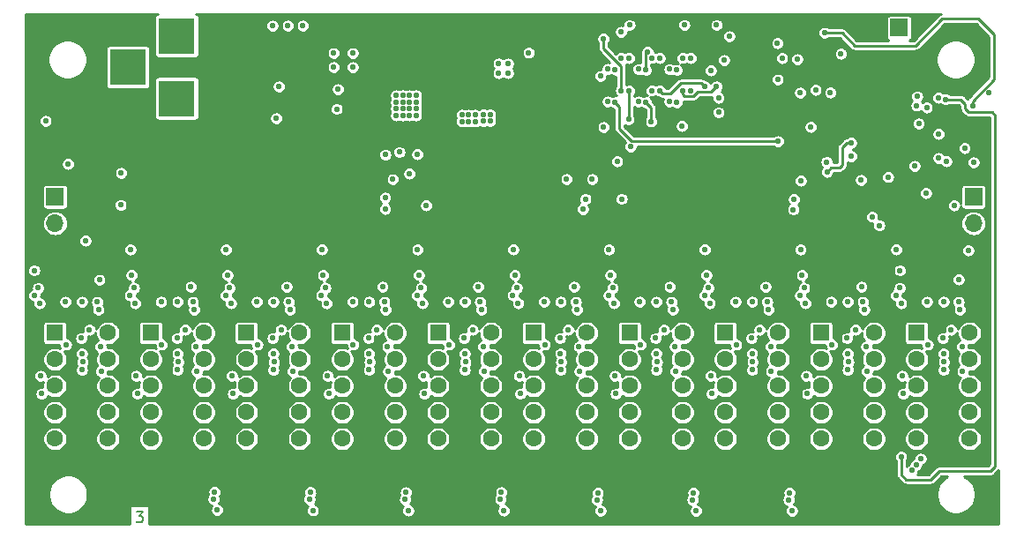
<source format=gbr>
G04 #@! TF.GenerationSoftware,KiCad,Pcbnew,(5.1.4)-1*
G04 #@! TF.CreationDate,2019-12-15T14:44:31-06:00*
G04 #@! TF.ProjectId,Incrementor,496e6372-656d-4656-9e74-6f722e6b6963,rev?*
G04 #@! TF.SameCoordinates,Original*
G04 #@! TF.FileFunction,Copper,L3,Inr*
G04 #@! TF.FilePolarity,Positive*
%FSLAX46Y46*%
G04 Gerber Fmt 4.6, Leading zero omitted, Abs format (unit mm)*
G04 Created by KiCad (PCBNEW (5.1.4)-1) date 2019-12-15 14:44:31*
%MOMM*%
%LPD*%
G04 APERTURE LIST*
%ADD10C,0.150000*%
%ADD11O,1.700000X1.700000*%
%ADD12R,1.700000X1.700000*%
%ADD13R,3.500000X3.500000*%
%ADD14C,1.600000*%
%ADD15R,1.600000X1.600000*%
%ADD16C,0.560000*%
%ADD17C,0.254000*%
G04 APERTURE END LIST*
D10*
X84375666Y-107046780D02*
X84994714Y-107046780D01*
X84661380Y-107427733D01*
X84804238Y-107427733D01*
X84899476Y-107475352D01*
X84947095Y-107522971D01*
X84994714Y-107618209D01*
X84994714Y-107856304D01*
X84947095Y-107951542D01*
X84899476Y-107999161D01*
X84804238Y-108046780D01*
X84518523Y-108046780D01*
X84423285Y-107999161D01*
X84375666Y-107951542D01*
D11*
X76581900Y-79349600D03*
D12*
X76581900Y-76809600D03*
D11*
X164744400Y-79349600D03*
D12*
X164744400Y-76809600D03*
X157607000Y-60579000D03*
D13*
X83565000Y-64360800D03*
X88265000Y-61360800D03*
X88265000Y-67360800D03*
D14*
X81653400Y-89877900D03*
X81653400Y-92417900D03*
X81653400Y-94957900D03*
X81653400Y-97497900D03*
X81653400Y-100037900D03*
X76573400Y-100037900D03*
X76573400Y-97497900D03*
X76573400Y-94957900D03*
X76573400Y-92417900D03*
D15*
X76573400Y-89877900D03*
D14*
X90843400Y-89877900D03*
X90843400Y-92417900D03*
X90843400Y-94957900D03*
X90843400Y-97497900D03*
X90843400Y-100037900D03*
X85763400Y-100037900D03*
X85763400Y-97497900D03*
X85763400Y-94957900D03*
X85763400Y-92417900D03*
D15*
X85763400Y-89877900D03*
D14*
X100033400Y-89877900D03*
X100033400Y-92417900D03*
X100033400Y-94957900D03*
X100033400Y-97497900D03*
X100033400Y-100037900D03*
X94953400Y-100037900D03*
X94953400Y-97497900D03*
X94953400Y-94957900D03*
X94953400Y-92417900D03*
D15*
X94953400Y-89877900D03*
D14*
X109223400Y-89877900D03*
X109223400Y-92417900D03*
X109223400Y-94957900D03*
X109223400Y-97497900D03*
X109223400Y-100037900D03*
X104143400Y-100037900D03*
X104143400Y-97497900D03*
X104143400Y-94957900D03*
X104143400Y-92417900D03*
D15*
X104143400Y-89877900D03*
D14*
X118413400Y-89877900D03*
X118413400Y-92417900D03*
X118413400Y-94957900D03*
X118413400Y-97497900D03*
X118413400Y-100037900D03*
X113333400Y-100037900D03*
X113333400Y-97497900D03*
X113333400Y-94957900D03*
X113333400Y-92417900D03*
D15*
X113333400Y-89877900D03*
D14*
X127603400Y-89877900D03*
X127603400Y-92417900D03*
X127603400Y-94957900D03*
X127603400Y-97497900D03*
X127603400Y-100037900D03*
X122523400Y-100037900D03*
X122523400Y-97497900D03*
X122523400Y-94957900D03*
X122523400Y-92417900D03*
D15*
X122523400Y-89877900D03*
D14*
X136793400Y-89877900D03*
X136793400Y-92417900D03*
X136793400Y-94957900D03*
X136793400Y-97497900D03*
X136793400Y-100037900D03*
X131713400Y-100037900D03*
X131713400Y-97497900D03*
X131713400Y-94957900D03*
X131713400Y-92417900D03*
D15*
X131713400Y-89877900D03*
D14*
X145983400Y-89877900D03*
X145983400Y-92417900D03*
X145983400Y-94957900D03*
X145983400Y-97497900D03*
X145983400Y-100037900D03*
X140903400Y-100037900D03*
X140903400Y-97497900D03*
X140903400Y-94957900D03*
X140903400Y-92417900D03*
D15*
X140903400Y-89877900D03*
D14*
X155173400Y-89877900D03*
X155173400Y-92417900D03*
X155173400Y-94957900D03*
X155173400Y-97497900D03*
X155173400Y-100037900D03*
X150093400Y-100037900D03*
X150093400Y-97497900D03*
X150093400Y-94957900D03*
X150093400Y-92417900D03*
D15*
X150093400Y-89877900D03*
X159283400Y-89877900D03*
D14*
X159283400Y-92417900D03*
X159283400Y-94957900D03*
X159283400Y-97497900D03*
X159283400Y-100037900D03*
X164363400Y-100037900D03*
X164363400Y-97497900D03*
X164363400Y-94957900D03*
X164363400Y-92417900D03*
X164363400Y-89877900D03*
D16*
X109321600Y-67081400D03*
X79882400Y-89560400D03*
X89072400Y-89560400D03*
X98262400Y-89560400D03*
X107452400Y-89560400D03*
X116642400Y-89560400D03*
X125832400Y-89560400D03*
X135022400Y-89560400D03*
X144212400Y-89560400D03*
X153402400Y-89560400D03*
X162592400Y-89560400D03*
X157320400Y-81876900D03*
X148130400Y-81876900D03*
X138940400Y-81876900D03*
X129750400Y-81876900D03*
X120560400Y-81876900D03*
X111370400Y-81876900D03*
X102180400Y-81876900D03*
X92990400Y-81876900D03*
X83800400Y-81876900D03*
X132588000Y-64560598D03*
X135559800Y-64560598D03*
X129641600Y-67659398D03*
X132588000Y-67659398D03*
X135559800Y-67659398D03*
X148107400Y-66827400D03*
X145941600Y-65568700D03*
X91875798Y-105134096D03*
X92125800Y-106883200D03*
X101070598Y-105159496D03*
X101320600Y-106908600D03*
X110239998Y-105184896D03*
X110490000Y-106934000D03*
X119409398Y-105184896D03*
X119659400Y-106934000D03*
X128930400Y-106959400D03*
X128680398Y-105210296D03*
X137849798Y-105210296D03*
X138099800Y-106959400D03*
X147069998Y-105210296D03*
X147320000Y-106959400D03*
X75666600Y-69519800D03*
X108280200Y-72771000D03*
X109626400Y-72517000D03*
X110591600Y-74574400D03*
X108254800Y-77978000D03*
X119158600Y-64027900D03*
X120058600Y-64027900D03*
X120058600Y-64927900D03*
X119158600Y-64927900D03*
X154990800Y-78714600D03*
X147447000Y-78028800D03*
X160172400Y-76454000D03*
X153949400Y-75209400D03*
X127254000Y-78003400D03*
X125679200Y-75107800D03*
X130530600Y-73406000D03*
X161381600Y-70768600D03*
X112191800Y-77622400D03*
X130962400Y-77012800D03*
X150647400Y-73456800D03*
X97447100Y-60388500D03*
X98920300Y-60388500D03*
X100368100Y-60388500D03*
X109956600Y-67081400D03*
X110591600Y-67081400D03*
X111226600Y-67081400D03*
X109321600Y-67716400D03*
X109956600Y-67716400D03*
X110591600Y-67716400D03*
X111226600Y-67716400D03*
X109321600Y-68351400D03*
X109956600Y-68351400D03*
X110591600Y-68351400D03*
X111226600Y-68351400D03*
X109321600Y-68986400D03*
X109956600Y-68986400D03*
X110591600Y-68986400D03*
X111226600Y-68986400D03*
X115620800Y-69570600D03*
X116255800Y-69570600D03*
X116255800Y-68935600D03*
X115620800Y-68935600D03*
X116890800Y-68935600D03*
X116890800Y-69570600D03*
X129235810Y-70128790D03*
X140258800Y-68707000D03*
X149123400Y-70104000D03*
X156540200Y-74904600D03*
X103733600Y-66471200D03*
X159477297Y-69783103D03*
X164236400Y-81940400D03*
X118338600Y-69545200D03*
X117703600Y-69545200D03*
X118338600Y-68910200D03*
X117703600Y-68910200D03*
X82878254Y-77597000D03*
X82924782Y-74523600D03*
X129636815Y-64530413D03*
X78521843Y-89655343D03*
X87711843Y-89655343D03*
X96901843Y-89655343D03*
X106091843Y-89655343D03*
X115281843Y-89655343D03*
X124471843Y-89655343D03*
X133661843Y-89655343D03*
X142851843Y-89655343D03*
X152041843Y-89655343D03*
X161231843Y-89655343D03*
X129710259Y-69061643D03*
X143205200Y-65303400D03*
X92682800Y-105079800D03*
X101877600Y-105105200D03*
X111047000Y-105130600D03*
X120216400Y-105130600D03*
X129487400Y-105156000D03*
X138656800Y-105156000D03*
X147877000Y-105156000D03*
X83731800Y-74460100D03*
X83681000Y-77584300D03*
X75641200Y-72593200D03*
X106781600Y-69900800D03*
X108254800Y-71906700D03*
X111658400Y-74498200D03*
X112217200Y-79298800D03*
X154990800Y-77241400D03*
X158648400Y-76479400D03*
X162153600Y-81000600D03*
X155448000Y-75209400D03*
X132105400Y-79654400D03*
X132359400Y-75590400D03*
X130556000Y-71907400D03*
X164236400Y-71018400D03*
X162128200Y-68300600D03*
X149443506Y-71997935D03*
X121081800Y-67005200D03*
X121081800Y-67640200D03*
X121716800Y-67640200D03*
X121716800Y-67005200D03*
X122351800Y-67640200D03*
X122351800Y-67005200D03*
X122986800Y-67005200D03*
X122986800Y-67640200D03*
X123621800Y-67005200D03*
X124891800Y-67005200D03*
X126161800Y-67005200D03*
X125526800Y-67005200D03*
X124256800Y-67005200D03*
X126796800Y-67005200D03*
X127431800Y-67005200D03*
X127431800Y-67640200D03*
X126796800Y-67640200D03*
X127431800Y-68275200D03*
X126796800Y-68910200D03*
X127431800Y-68910200D03*
X126796800Y-68275200D03*
X127431800Y-69545200D03*
X126796800Y-69545200D03*
X117754400Y-67691000D03*
X145338800Y-68707000D03*
X151358600Y-78867000D03*
X78663800Y-74466202D03*
X129540000Y-66159372D03*
X132969000Y-66141600D03*
X135432800Y-66159386D03*
X132613400Y-69342000D03*
X135382000Y-69316600D03*
X162864800Y-77622400D03*
X77825600Y-73660000D03*
X97815400Y-69265800D03*
X122047000Y-62966600D03*
X137591800Y-63500000D03*
X153009600Y-72923400D03*
X151003000Y-66802000D03*
X140792200Y-63677800D03*
X141300200Y-61392400D03*
X157683200Y-83870800D03*
X74574400Y-83870800D03*
X83921600Y-84328000D03*
X93116400Y-84328000D03*
X102311200Y-84328000D03*
X111506000Y-84328000D03*
X120700800Y-84328000D03*
X129895600Y-84328000D03*
X139090400Y-84328000D03*
X148285200Y-84328000D03*
X152984200Y-71628000D03*
X146356594Y-63500869D03*
X145923000Y-62052200D03*
X149580600Y-66548000D03*
X150672800Y-74422000D03*
X134620000Y-63500000D03*
X147828000Y-63601600D03*
X131673600Y-63500000D03*
X137591800Y-66624200D03*
X134620000Y-66624200D03*
X138912600Y-66192400D03*
X131673600Y-66624200D03*
X131622800Y-69367400D03*
X131817101Y-71992018D03*
X155702000Y-79552800D03*
X136824024Y-63476434D03*
X146989800Y-105892600D03*
X136982200Y-60324400D03*
X166243000Y-66827400D03*
X159334811Y-67183000D03*
X133852224Y-63476434D03*
X137769600Y-105892600D03*
X152019000Y-63068200D03*
X130905824Y-63476434D03*
X128600200Y-105892600D03*
X130911600Y-60985400D03*
X159080200Y-73837800D03*
X164744400Y-73507600D03*
X136824024Y-66600634D03*
X119329200Y-105867200D03*
X140081000Y-60324400D03*
X140081000Y-66217800D03*
X159271535Y-68050294D03*
X158810874Y-103085722D03*
X133852224Y-66600634D03*
X131724400Y-60324400D03*
X161366200Y-67310600D03*
X159224070Y-102536855D03*
X110162799Y-105872445D03*
X130905824Y-66600634D03*
X129209800Y-61620400D03*
X150423548Y-61082252D03*
X164668200Y-68072600D03*
X159664400Y-101955600D03*
X100993385Y-105847054D03*
X162128200Y-73406000D03*
X161391600Y-73075800D03*
X163880800Y-72136000D03*
X160248600Y-68224400D03*
X91795600Y-105816400D03*
X162068104Y-67446296D03*
X157784800Y-101752400D03*
X163322000Y-84734400D03*
X80822800Y-84785200D03*
X89611200Y-85445600D03*
X98806000Y-85445600D03*
X108000800Y-85445600D03*
X117195600Y-85445600D03*
X126390400Y-85445600D03*
X135585200Y-85445600D03*
X144780000Y-85445600D03*
X153974800Y-85445600D03*
X157284400Y-86258400D03*
X157982900Y-95719900D03*
X148094400Y-86258400D03*
X148792900Y-95719900D03*
X138904400Y-86258400D03*
X139602900Y-95719900D03*
X129714400Y-86258400D03*
X130412900Y-95719900D03*
X120524400Y-86258400D03*
X121222900Y-95719900D03*
X111334400Y-86258400D03*
X112032900Y-95719900D03*
X102144400Y-86258400D03*
X102842900Y-95719900D03*
X92954400Y-86258400D03*
X93652900Y-95719900D03*
X83764400Y-86258400D03*
X84462900Y-95719900D03*
X75272900Y-95719900D03*
X74574400Y-86258400D03*
X136262133Y-64647314D03*
X139522200Y-64668400D03*
X133290333Y-64647314D03*
X133451600Y-62891021D03*
X128917600Y-65227200D03*
X130336328Y-64586117D03*
X136262133Y-67746114D03*
X136753600Y-70002400D03*
X133807200Y-69570600D03*
X140258800Y-67309400D03*
X133290333Y-67746114D03*
X130343933Y-67746114D03*
X145973800Y-71475600D03*
X157881900Y-94005400D03*
X157665400Y-85559900D03*
X161792920Y-90385900D03*
X157792400Y-87020400D03*
X161859898Y-93433900D03*
X161861400Y-86893400D03*
X160268900Y-86893400D03*
X163443906Y-87655400D03*
X161856400Y-91846400D03*
X160339888Y-90993919D03*
X163316900Y-86904897D03*
X163697900Y-93560900D03*
X161919900Y-92671900D03*
X163634400Y-91211400D03*
X148691900Y-94005400D03*
X148475400Y-85559900D03*
X152602920Y-90385900D03*
X148602400Y-87020400D03*
X152669898Y-93433900D03*
X152671400Y-86893400D03*
X151078900Y-86893400D03*
X154253906Y-87655400D03*
X152666400Y-91846400D03*
X151149888Y-90993919D03*
X154126900Y-86904897D03*
X154507900Y-93560900D03*
X152729900Y-92671900D03*
X154444400Y-91211400D03*
X139501900Y-94005400D03*
X139285400Y-85559900D03*
X143412920Y-90385900D03*
X139412400Y-87020400D03*
X143479898Y-93433900D03*
X143481400Y-86893400D03*
X141888900Y-86893400D03*
X145063906Y-87655400D03*
X143476400Y-91846400D03*
X141959888Y-90993919D03*
X144936900Y-86904897D03*
X145317900Y-93560900D03*
X143539900Y-92671900D03*
X145254400Y-91211400D03*
X130311900Y-94005400D03*
X130095400Y-85559900D03*
X134222920Y-90385900D03*
X130222400Y-87020400D03*
X134289898Y-93433900D03*
X134291400Y-86893400D03*
X132698900Y-86893400D03*
X135873906Y-87655400D03*
X134286400Y-91846400D03*
X132769888Y-90993919D03*
X135746900Y-86904897D03*
X136127900Y-93560900D03*
X134349900Y-92671900D03*
X136064400Y-91211400D03*
X121121900Y-94005400D03*
X120905400Y-85559900D03*
X125032920Y-90385900D03*
X121032400Y-87020400D03*
X125099898Y-93433900D03*
X125101400Y-86893400D03*
X123508900Y-86893400D03*
X126683906Y-87655400D03*
X125096400Y-91846400D03*
X123579888Y-90993919D03*
X126556900Y-86904897D03*
X126937900Y-93560900D03*
X125159900Y-92671900D03*
X126874400Y-91211400D03*
X111931900Y-94005400D03*
X111715400Y-85559900D03*
X115842920Y-90385900D03*
X111842400Y-87020400D03*
X115909898Y-93433900D03*
X115911400Y-86893400D03*
X114318900Y-86893400D03*
X117493906Y-87655400D03*
X115906400Y-91846400D03*
X114389888Y-90993919D03*
X117366900Y-86904897D03*
X117747900Y-93560900D03*
X115969900Y-92671900D03*
X117684400Y-91211400D03*
X102741900Y-94005400D03*
X102525400Y-85559900D03*
X106652920Y-90385900D03*
X102652400Y-87020400D03*
X106719898Y-93433900D03*
X106721400Y-86893400D03*
X105128900Y-86893400D03*
X108303906Y-87655400D03*
X106716400Y-91846400D03*
X105199888Y-90993919D03*
X108176900Y-86904897D03*
X108557900Y-93560900D03*
X106779900Y-92671900D03*
X108494400Y-91211400D03*
X93551900Y-94005400D03*
X93335400Y-85559900D03*
X97462920Y-90385900D03*
X93462400Y-87020400D03*
X97529898Y-93433900D03*
X97531400Y-86893400D03*
X95938900Y-86893400D03*
X99113906Y-87655400D03*
X97526400Y-91846400D03*
X96009888Y-90993919D03*
X98986900Y-86904897D03*
X99367900Y-93560900D03*
X97589900Y-92671900D03*
X99304400Y-91211400D03*
X84361900Y-94005400D03*
X84145400Y-85559900D03*
X88272920Y-90385900D03*
X84272400Y-87020400D03*
X88339898Y-93433900D03*
X88341400Y-86893400D03*
X86748900Y-86893400D03*
X89923906Y-87655400D03*
X88336400Y-91846400D03*
X86819888Y-90993919D03*
X89796900Y-86904897D03*
X90177900Y-93560900D03*
X88399900Y-92671900D03*
X90114400Y-91211400D03*
X74955400Y-85559900D03*
X75171900Y-94005400D03*
X79149898Y-93433900D03*
X79082920Y-90385900D03*
X79151400Y-86893400D03*
X77558900Y-86893400D03*
X75082400Y-87020400D03*
X79146400Y-91846400D03*
X80733906Y-87655400D03*
X77629888Y-90993919D03*
X80606900Y-86904897D03*
X79502000Y-81026000D03*
X80987900Y-93560900D03*
X79209900Y-92671900D03*
X80924400Y-91211400D03*
X98069400Y-66217800D03*
X103329100Y-63028000D03*
X105154100Y-63028000D03*
X105154100Y-64353000D03*
X103329100Y-64353000D03*
X103606600Y-68376800D03*
X109004800Y-75133200D03*
X111353600Y-72720200D03*
X108254800Y-76885800D03*
X127482600Y-77012800D03*
X147497800Y-77038200D03*
X128143700Y-75120500D03*
X148158900Y-75272900D03*
D17*
X152588221Y-71628000D02*
X152120600Y-72095621D01*
X152984200Y-71628000D02*
X152588221Y-71628000D01*
X152120600Y-72095621D02*
X152120600Y-73761600D01*
X152120600Y-73761600D02*
X151866600Y-74015600D01*
X151866600Y-74015600D02*
X151079200Y-74015600D01*
X151079200Y-74015600D02*
X150672800Y-74422000D01*
X138632601Y-65912401D02*
X138912600Y-66192400D01*
X136627199Y-65912401D02*
X138632601Y-65912401D01*
X134899999Y-66904199D02*
X135635401Y-66904199D01*
X135635401Y-66904199D02*
X136627199Y-65912401D01*
X134620000Y-66624200D02*
X134899999Y-66904199D01*
X131673600Y-66624200D02*
X131673600Y-69316600D01*
X131673600Y-69316600D02*
X131622800Y-69367400D01*
X136824024Y-66996613D02*
X136824024Y-66600634D01*
X140081000Y-66217800D02*
X139572399Y-66726401D01*
X139572399Y-66726401D02*
X138251599Y-66726401D01*
X138251599Y-66726401D02*
X138251599Y-66754723D01*
X138251599Y-66754723D02*
X137823322Y-67183000D01*
X137823322Y-67183000D02*
X137010411Y-67183000D01*
X137010411Y-67183000D02*
X136824024Y-66996613D01*
X129209800Y-62570732D02*
X129209800Y-61620400D01*
X130905824Y-66600634D02*
X130905824Y-64266756D01*
X130905824Y-64266756D02*
X129209800Y-62570732D01*
X152115852Y-61082252D02*
X150423548Y-61082252D01*
X153314400Y-62280800D02*
X152115852Y-61082252D01*
X164668200Y-67611878D02*
X166751000Y-65529078D01*
X159181800Y-62280800D02*
X153314400Y-62280800D01*
X164668200Y-68072600D02*
X164668200Y-67611878D01*
X166751000Y-65529078D02*
X166751000Y-61239400D01*
X166751000Y-61239400D02*
X165227000Y-59715400D01*
X165227000Y-59715400D02*
X161747200Y-59715400D01*
X161747200Y-59715400D02*
X159181800Y-62280800D01*
X163534496Y-67446296D02*
X162068104Y-67446296D01*
X163957000Y-67868800D02*
X163534496Y-67446296D01*
X163957000Y-68351400D02*
X163957000Y-67868800D01*
X164287200Y-68681600D02*
X163957000Y-68351400D01*
X166827200Y-68986400D02*
X166522400Y-68681600D01*
X157784800Y-103454200D02*
X158267400Y-103936800D01*
X157784800Y-101752400D02*
X157784800Y-103454200D01*
X158267400Y-103936800D02*
X160655000Y-103936800D01*
X166827200Y-102666800D02*
X166827200Y-68986400D01*
X160655000Y-103936800D02*
X161442400Y-103149400D01*
X161442400Y-103149400D02*
X166344600Y-103149400D01*
X166522400Y-68681600D02*
X164287200Y-68681600D01*
X166344600Y-103149400D02*
X166827200Y-102666800D01*
X133290333Y-64647314D02*
X133290333Y-63052288D01*
X133290333Y-63052288D02*
X133451600Y-62891021D01*
X133807200Y-69570600D02*
X133807200Y-68262981D01*
X133807200Y-68262981D02*
X133290333Y-67746114D01*
X130759200Y-68161381D02*
X130343933Y-67746114D01*
X130759200Y-70281800D02*
X130759200Y-68161381D01*
X145973800Y-71475600D02*
X131953000Y-71475600D01*
X131953000Y-71475600D02*
X130759200Y-70281800D01*
G36*
X86440311Y-59235313D02*
G01*
X86368492Y-59257099D01*
X86302304Y-59292478D01*
X86244289Y-59340089D01*
X86196678Y-59398104D01*
X86161299Y-59464292D01*
X86139513Y-59536111D01*
X86132157Y-59610800D01*
X86132157Y-63110800D01*
X86139513Y-63185489D01*
X86161299Y-63257308D01*
X86196678Y-63323496D01*
X86244289Y-63381511D01*
X86302304Y-63429122D01*
X86368492Y-63464501D01*
X86440311Y-63486287D01*
X86515000Y-63493643D01*
X90015000Y-63493643D01*
X90089689Y-63486287D01*
X90161508Y-63464501D01*
X90227696Y-63429122D01*
X90285711Y-63381511D01*
X90333322Y-63323496D01*
X90368701Y-63257308D01*
X90390487Y-63185489D01*
X90397843Y-63110800D01*
X90397843Y-62962897D01*
X102668100Y-62962897D01*
X102668100Y-63093103D01*
X102693502Y-63220807D01*
X102743330Y-63341101D01*
X102815668Y-63449363D01*
X102907737Y-63541432D01*
X103015999Y-63613770D01*
X103136293Y-63663598D01*
X103263997Y-63689000D01*
X103394203Y-63689000D01*
X103521907Y-63663598D01*
X103642201Y-63613770D01*
X103750463Y-63541432D01*
X103842532Y-63449363D01*
X103914870Y-63341101D01*
X103964698Y-63220807D01*
X103990100Y-63093103D01*
X103990100Y-62962897D01*
X104493100Y-62962897D01*
X104493100Y-63093103D01*
X104518502Y-63220807D01*
X104568330Y-63341101D01*
X104640668Y-63449363D01*
X104732737Y-63541432D01*
X104840999Y-63613770D01*
X104961293Y-63663598D01*
X105088997Y-63689000D01*
X105219203Y-63689000D01*
X105346907Y-63663598D01*
X105467201Y-63613770D01*
X105575463Y-63541432D01*
X105667532Y-63449363D01*
X105739870Y-63341101D01*
X105789698Y-63220807D01*
X105815100Y-63093103D01*
X105815100Y-62962897D01*
X105802887Y-62901497D01*
X121386000Y-62901497D01*
X121386000Y-63031703D01*
X121411402Y-63159407D01*
X121461230Y-63279701D01*
X121533568Y-63387963D01*
X121625637Y-63480032D01*
X121733899Y-63552370D01*
X121854193Y-63602198D01*
X121981897Y-63627600D01*
X122112103Y-63627600D01*
X122239807Y-63602198D01*
X122360101Y-63552370D01*
X122468363Y-63480032D01*
X122560432Y-63387963D01*
X122632770Y-63279701D01*
X122682598Y-63159407D01*
X122708000Y-63031703D01*
X122708000Y-62901497D01*
X122682598Y-62773793D01*
X122632770Y-62653499D01*
X122560432Y-62545237D01*
X122468363Y-62453168D01*
X122360101Y-62380830D01*
X122239807Y-62331002D01*
X122112103Y-62305600D01*
X121981897Y-62305600D01*
X121854193Y-62331002D01*
X121733899Y-62380830D01*
X121625637Y-62453168D01*
X121533568Y-62545237D01*
X121461230Y-62653499D01*
X121411402Y-62773793D01*
X121386000Y-62901497D01*
X105802887Y-62901497D01*
X105789698Y-62835193D01*
X105739870Y-62714899D01*
X105667532Y-62606637D01*
X105575463Y-62514568D01*
X105467201Y-62442230D01*
X105346907Y-62392402D01*
X105219203Y-62367000D01*
X105088997Y-62367000D01*
X104961293Y-62392402D01*
X104840999Y-62442230D01*
X104732737Y-62514568D01*
X104640668Y-62606637D01*
X104568330Y-62714899D01*
X104518502Y-62835193D01*
X104493100Y-62962897D01*
X103990100Y-62962897D01*
X103964698Y-62835193D01*
X103914870Y-62714899D01*
X103842532Y-62606637D01*
X103750463Y-62514568D01*
X103642201Y-62442230D01*
X103521907Y-62392402D01*
X103394203Y-62367000D01*
X103263997Y-62367000D01*
X103136293Y-62392402D01*
X103015999Y-62442230D01*
X102907737Y-62514568D01*
X102815668Y-62606637D01*
X102743330Y-62714899D01*
X102693502Y-62835193D01*
X102668100Y-62962897D01*
X90397843Y-62962897D01*
X90397843Y-60323397D01*
X96786100Y-60323397D01*
X96786100Y-60453603D01*
X96811502Y-60581307D01*
X96861330Y-60701601D01*
X96933668Y-60809863D01*
X97025737Y-60901932D01*
X97133999Y-60974270D01*
X97254293Y-61024098D01*
X97381997Y-61049500D01*
X97512203Y-61049500D01*
X97639907Y-61024098D01*
X97760201Y-60974270D01*
X97868463Y-60901932D01*
X97960532Y-60809863D01*
X98032870Y-60701601D01*
X98082698Y-60581307D01*
X98108100Y-60453603D01*
X98108100Y-60323397D01*
X98259300Y-60323397D01*
X98259300Y-60453603D01*
X98284702Y-60581307D01*
X98334530Y-60701601D01*
X98406868Y-60809863D01*
X98498937Y-60901932D01*
X98607199Y-60974270D01*
X98727493Y-61024098D01*
X98855197Y-61049500D01*
X98985403Y-61049500D01*
X99113107Y-61024098D01*
X99233401Y-60974270D01*
X99341663Y-60901932D01*
X99433732Y-60809863D01*
X99506070Y-60701601D01*
X99555898Y-60581307D01*
X99581300Y-60453603D01*
X99581300Y-60323397D01*
X99707100Y-60323397D01*
X99707100Y-60453603D01*
X99732502Y-60581307D01*
X99782330Y-60701601D01*
X99854668Y-60809863D01*
X99946737Y-60901932D01*
X100054999Y-60974270D01*
X100175293Y-61024098D01*
X100302997Y-61049500D01*
X100433203Y-61049500D01*
X100560907Y-61024098D01*
X100681201Y-60974270D01*
X100761977Y-60920297D01*
X130250600Y-60920297D01*
X130250600Y-61050503D01*
X130276002Y-61178207D01*
X130325830Y-61298501D01*
X130398168Y-61406763D01*
X130490237Y-61498832D01*
X130598499Y-61571170D01*
X130718793Y-61620998D01*
X130846497Y-61646400D01*
X130976703Y-61646400D01*
X131104407Y-61620998D01*
X131224701Y-61571170D01*
X131332963Y-61498832D01*
X131425032Y-61406763D01*
X131478129Y-61327297D01*
X140639200Y-61327297D01*
X140639200Y-61457503D01*
X140664602Y-61585207D01*
X140714430Y-61705501D01*
X140786768Y-61813763D01*
X140878837Y-61905832D01*
X140987099Y-61978170D01*
X141107393Y-62027998D01*
X141235097Y-62053400D01*
X141365303Y-62053400D01*
X141493007Y-62027998D01*
X141591749Y-61987097D01*
X145262000Y-61987097D01*
X145262000Y-62117303D01*
X145287402Y-62245007D01*
X145337230Y-62365301D01*
X145409568Y-62473563D01*
X145501637Y-62565632D01*
X145609899Y-62637970D01*
X145730193Y-62687798D01*
X145857897Y-62713200D01*
X145988103Y-62713200D01*
X146115807Y-62687798D01*
X146236101Y-62637970D01*
X146344363Y-62565632D01*
X146436432Y-62473563D01*
X146508770Y-62365301D01*
X146558598Y-62245007D01*
X146584000Y-62117303D01*
X146584000Y-61987097D01*
X146558598Y-61859393D01*
X146508770Y-61739099D01*
X146436432Y-61630837D01*
X146344363Y-61538768D01*
X146236101Y-61466430D01*
X146115807Y-61416602D01*
X145988103Y-61391200D01*
X145857897Y-61391200D01*
X145730193Y-61416602D01*
X145609899Y-61466430D01*
X145501637Y-61538768D01*
X145409568Y-61630837D01*
X145337230Y-61739099D01*
X145287402Y-61859393D01*
X145262000Y-61987097D01*
X141591749Y-61987097D01*
X141613301Y-61978170D01*
X141721563Y-61905832D01*
X141813632Y-61813763D01*
X141885970Y-61705501D01*
X141935798Y-61585207D01*
X141961200Y-61457503D01*
X141961200Y-61327297D01*
X141935798Y-61199593D01*
X141885970Y-61079299D01*
X141813632Y-60971037D01*
X141721563Y-60878968D01*
X141613301Y-60806630D01*
X141493007Y-60756802D01*
X141365303Y-60731400D01*
X141235097Y-60731400D01*
X141107393Y-60756802D01*
X140987099Y-60806630D01*
X140878837Y-60878968D01*
X140786768Y-60971037D01*
X140714430Y-61079299D01*
X140664602Y-61199593D01*
X140639200Y-61327297D01*
X131478129Y-61327297D01*
X131497370Y-61298501D01*
X131547198Y-61178207D01*
X131572600Y-61050503D01*
X131572600Y-60968155D01*
X131659297Y-60985400D01*
X131789503Y-60985400D01*
X131917207Y-60959998D01*
X132037501Y-60910170D01*
X132145763Y-60837832D01*
X132237832Y-60745763D01*
X132310170Y-60637501D01*
X132359998Y-60517207D01*
X132385400Y-60389503D01*
X132385400Y-60259297D01*
X136321200Y-60259297D01*
X136321200Y-60389503D01*
X136346602Y-60517207D01*
X136396430Y-60637501D01*
X136468768Y-60745763D01*
X136560837Y-60837832D01*
X136669099Y-60910170D01*
X136789393Y-60959998D01*
X136917097Y-60985400D01*
X137047303Y-60985400D01*
X137175007Y-60959998D01*
X137295301Y-60910170D01*
X137403563Y-60837832D01*
X137495632Y-60745763D01*
X137567970Y-60637501D01*
X137617798Y-60517207D01*
X137643200Y-60389503D01*
X137643200Y-60259297D01*
X139420000Y-60259297D01*
X139420000Y-60389503D01*
X139445402Y-60517207D01*
X139495230Y-60637501D01*
X139567568Y-60745763D01*
X139659637Y-60837832D01*
X139767899Y-60910170D01*
X139888193Y-60959998D01*
X140015897Y-60985400D01*
X140146103Y-60985400D01*
X140273807Y-60959998D01*
X140394101Y-60910170D01*
X140502363Y-60837832D01*
X140594432Y-60745763D01*
X140666770Y-60637501D01*
X140716598Y-60517207D01*
X140742000Y-60389503D01*
X140742000Y-60259297D01*
X140716598Y-60131593D01*
X140666770Y-60011299D01*
X140594432Y-59903037D01*
X140502363Y-59810968D01*
X140394101Y-59738630D01*
X140273807Y-59688802D01*
X140146103Y-59663400D01*
X140015897Y-59663400D01*
X139888193Y-59688802D01*
X139767899Y-59738630D01*
X139659637Y-59810968D01*
X139567568Y-59903037D01*
X139495230Y-60011299D01*
X139445402Y-60131593D01*
X139420000Y-60259297D01*
X137643200Y-60259297D01*
X137617798Y-60131593D01*
X137567970Y-60011299D01*
X137495632Y-59903037D01*
X137403563Y-59810968D01*
X137295301Y-59738630D01*
X137175007Y-59688802D01*
X137047303Y-59663400D01*
X136917097Y-59663400D01*
X136789393Y-59688802D01*
X136669099Y-59738630D01*
X136560837Y-59810968D01*
X136468768Y-59903037D01*
X136396430Y-60011299D01*
X136346602Y-60131593D01*
X136321200Y-60259297D01*
X132385400Y-60259297D01*
X132359998Y-60131593D01*
X132310170Y-60011299D01*
X132237832Y-59903037D01*
X132145763Y-59810968D01*
X132037501Y-59738630D01*
X131917207Y-59688802D01*
X131789503Y-59663400D01*
X131659297Y-59663400D01*
X131531593Y-59688802D01*
X131411299Y-59738630D01*
X131303037Y-59810968D01*
X131210968Y-59903037D01*
X131138630Y-60011299D01*
X131088802Y-60131593D01*
X131063400Y-60259297D01*
X131063400Y-60341645D01*
X130976703Y-60324400D01*
X130846497Y-60324400D01*
X130718793Y-60349802D01*
X130598499Y-60399630D01*
X130490237Y-60471968D01*
X130398168Y-60564037D01*
X130325830Y-60672299D01*
X130276002Y-60792593D01*
X130250600Y-60920297D01*
X100761977Y-60920297D01*
X100789463Y-60901932D01*
X100881532Y-60809863D01*
X100953870Y-60701601D01*
X101003698Y-60581307D01*
X101029100Y-60453603D01*
X101029100Y-60323397D01*
X101003698Y-60195693D01*
X100953870Y-60075399D01*
X100881532Y-59967137D01*
X100789463Y-59875068D01*
X100681201Y-59802730D01*
X100560907Y-59752902D01*
X100433203Y-59727500D01*
X100302997Y-59727500D01*
X100175293Y-59752902D01*
X100054999Y-59802730D01*
X99946737Y-59875068D01*
X99854668Y-59967137D01*
X99782330Y-60075399D01*
X99732502Y-60195693D01*
X99707100Y-60323397D01*
X99581300Y-60323397D01*
X99555898Y-60195693D01*
X99506070Y-60075399D01*
X99433732Y-59967137D01*
X99341663Y-59875068D01*
X99233401Y-59802730D01*
X99113107Y-59752902D01*
X98985403Y-59727500D01*
X98855197Y-59727500D01*
X98727493Y-59752902D01*
X98607199Y-59802730D01*
X98498937Y-59875068D01*
X98406868Y-59967137D01*
X98334530Y-60075399D01*
X98284702Y-60195693D01*
X98259300Y-60323397D01*
X98108100Y-60323397D01*
X98082698Y-60195693D01*
X98032870Y-60075399D01*
X97960532Y-59967137D01*
X97868463Y-59875068D01*
X97760201Y-59802730D01*
X97639907Y-59752902D01*
X97512203Y-59727500D01*
X97381997Y-59727500D01*
X97254293Y-59752902D01*
X97133999Y-59802730D01*
X97025737Y-59875068D01*
X96933668Y-59967137D01*
X96861330Y-60075399D01*
X96811502Y-60195693D01*
X96786100Y-60323397D01*
X90397843Y-60323397D01*
X90397843Y-59610800D01*
X90390487Y-59536111D01*
X90368701Y-59464292D01*
X90333322Y-59398104D01*
X90285711Y-59340089D01*
X90227696Y-59292478D01*
X90161508Y-59257099D01*
X90089689Y-59235313D01*
X90051989Y-59231600D01*
X161592072Y-59231600D01*
X161551857Y-59243799D01*
X161551855Y-59243800D01*
X161463604Y-59290971D01*
X161409010Y-59335776D01*
X161386252Y-59354452D01*
X161370350Y-59373829D01*
X158971380Y-61772800D01*
X158622031Y-61772800D01*
X158669696Y-61747322D01*
X158727711Y-61699711D01*
X158775322Y-61641696D01*
X158810701Y-61575508D01*
X158832487Y-61503689D01*
X158839843Y-61429000D01*
X158839843Y-59729000D01*
X158832487Y-59654311D01*
X158810701Y-59582492D01*
X158775322Y-59516304D01*
X158727711Y-59458289D01*
X158669696Y-59410678D01*
X158603508Y-59375299D01*
X158531689Y-59353513D01*
X158457000Y-59346157D01*
X156757000Y-59346157D01*
X156682311Y-59353513D01*
X156610492Y-59375299D01*
X156544304Y-59410678D01*
X156486289Y-59458289D01*
X156438678Y-59516304D01*
X156403299Y-59582492D01*
X156381513Y-59654311D01*
X156374157Y-59729000D01*
X156374157Y-61429000D01*
X156381513Y-61503689D01*
X156403299Y-61575508D01*
X156438678Y-61641696D01*
X156486289Y-61699711D01*
X156544304Y-61747322D01*
X156591969Y-61772800D01*
X153524820Y-61772800D01*
X152492707Y-60740687D01*
X152476800Y-60721304D01*
X152399447Y-60657823D01*
X152311195Y-60610651D01*
X152215437Y-60581603D01*
X152140799Y-60574252D01*
X152140796Y-60574252D01*
X152115852Y-60571795D01*
X152090908Y-60574252D01*
X150850343Y-60574252D01*
X150844911Y-60568820D01*
X150736649Y-60496482D01*
X150616355Y-60446654D01*
X150488651Y-60421252D01*
X150358445Y-60421252D01*
X150230741Y-60446654D01*
X150110447Y-60496482D01*
X150002185Y-60568820D01*
X149910116Y-60660889D01*
X149837778Y-60769151D01*
X149787950Y-60889445D01*
X149762548Y-61017149D01*
X149762548Y-61147355D01*
X149787950Y-61275059D01*
X149837778Y-61395353D01*
X149910116Y-61503615D01*
X150002185Y-61595684D01*
X150110447Y-61668022D01*
X150230741Y-61717850D01*
X150358445Y-61743252D01*
X150488651Y-61743252D01*
X150616355Y-61717850D01*
X150736649Y-61668022D01*
X150844911Y-61595684D01*
X150850343Y-61590252D01*
X151905432Y-61590252D01*
X152937545Y-62622365D01*
X152953452Y-62641748D01*
X153030805Y-62705229D01*
X153119057Y-62752401D01*
X153214815Y-62781449D01*
X153289453Y-62788800D01*
X153289456Y-62788800D01*
X153314400Y-62791257D01*
X153339344Y-62788800D01*
X159156856Y-62788800D01*
X159181800Y-62791257D01*
X159206744Y-62788800D01*
X159206747Y-62788800D01*
X159281385Y-62781449D01*
X159377143Y-62752401D01*
X159465395Y-62705229D01*
X159542748Y-62641748D01*
X159558655Y-62622365D01*
X161957621Y-60223400D01*
X165016580Y-60223400D01*
X166243001Y-61449822D01*
X166243000Y-65318657D01*
X164326630Y-67235028D01*
X164307253Y-67250930D01*
X164291351Y-67270307D01*
X164291350Y-67270308D01*
X164243771Y-67328283D01*
X164208377Y-67394501D01*
X164205850Y-67399230D01*
X163911351Y-67104731D01*
X163895444Y-67085348D01*
X163818091Y-67021867D01*
X163729839Y-66974695D01*
X163634081Y-66945647D01*
X163559443Y-66938296D01*
X163559440Y-66938296D01*
X163534496Y-66935839D01*
X163509552Y-66938296D01*
X162494899Y-66938296D01*
X162489467Y-66932864D01*
X162381205Y-66860526D01*
X162260911Y-66810698D01*
X162133207Y-66785296D01*
X162003001Y-66785296D01*
X161875297Y-66810698D01*
X161822827Y-66832432D01*
X161787563Y-66797168D01*
X161679301Y-66724830D01*
X161559007Y-66675002D01*
X161431303Y-66649600D01*
X161301097Y-66649600D01*
X161173393Y-66675002D01*
X161053099Y-66724830D01*
X160944837Y-66797168D01*
X160852768Y-66889237D01*
X160780430Y-66997499D01*
X160730602Y-67117793D01*
X160705200Y-67245497D01*
X160705200Y-67375703D01*
X160730602Y-67503407D01*
X160780430Y-67623701D01*
X160852768Y-67731963D01*
X160944837Y-67824032D01*
X161053099Y-67896370D01*
X161173393Y-67946198D01*
X161301097Y-67971600D01*
X161431303Y-67971600D01*
X161559007Y-67946198D01*
X161611477Y-67924464D01*
X161646741Y-67959728D01*
X161755003Y-68032066D01*
X161875297Y-68081894D01*
X162003001Y-68107296D01*
X162133207Y-68107296D01*
X162260911Y-68081894D01*
X162381205Y-68032066D01*
X162489467Y-67959728D01*
X162494899Y-67954296D01*
X163324076Y-67954296D01*
X163449001Y-68079221D01*
X163449000Y-68326455D01*
X163446543Y-68351400D01*
X163449000Y-68376344D01*
X163449000Y-68376346D01*
X163456351Y-68450984D01*
X163485399Y-68546742D01*
X163532571Y-68634995D01*
X163596052Y-68712348D01*
X163615435Y-68728255D01*
X163910345Y-69023165D01*
X163926252Y-69042548D01*
X163963350Y-69072993D01*
X164003604Y-69106029D01*
X164084441Y-69149237D01*
X164091857Y-69153201D01*
X164187615Y-69182249D01*
X164262253Y-69189600D01*
X164262255Y-69189600D01*
X164287199Y-69192057D01*
X164312143Y-69189600D01*
X166311980Y-69189600D01*
X166319201Y-69196821D01*
X166319200Y-102456379D01*
X166134180Y-102641400D01*
X161467344Y-102641400D01*
X161442400Y-102638943D01*
X161417456Y-102641400D01*
X161417453Y-102641400D01*
X161342815Y-102648751D01*
X161247057Y-102677799D01*
X161158805Y-102724971D01*
X161081452Y-102788452D01*
X161065545Y-102807835D01*
X160444580Y-103428800D01*
X159376614Y-103428800D01*
X159396644Y-103398823D01*
X159446472Y-103278529D01*
X159471874Y-103150825D01*
X159471874Y-103149672D01*
X159537171Y-103122625D01*
X159645433Y-103050287D01*
X159737502Y-102958218D01*
X159809840Y-102849956D01*
X159859668Y-102729662D01*
X159885070Y-102601958D01*
X159885070Y-102579657D01*
X159977501Y-102541370D01*
X160085763Y-102469032D01*
X160177832Y-102376963D01*
X160250170Y-102268701D01*
X160299998Y-102148407D01*
X160325400Y-102020703D01*
X160325400Y-101890497D01*
X160299998Y-101762793D01*
X160250170Y-101642499D01*
X160177832Y-101534237D01*
X160085763Y-101442168D01*
X159977501Y-101369830D01*
X159857207Y-101320002D01*
X159729503Y-101294600D01*
X159599297Y-101294600D01*
X159471593Y-101320002D01*
X159351299Y-101369830D01*
X159243037Y-101442168D01*
X159150968Y-101534237D01*
X159078630Y-101642499D01*
X159028802Y-101762793D01*
X159003400Y-101890497D01*
X159003400Y-101912798D01*
X158910969Y-101951085D01*
X158802707Y-102023423D01*
X158710638Y-102115492D01*
X158638300Y-102223754D01*
X158588472Y-102344048D01*
X158563070Y-102471752D01*
X158563070Y-102472905D01*
X158497773Y-102499952D01*
X158389511Y-102572290D01*
X158297442Y-102664359D01*
X158292800Y-102671306D01*
X158292800Y-102179195D01*
X158298232Y-102173763D01*
X158370570Y-102065501D01*
X158420398Y-101945207D01*
X158445800Y-101817503D01*
X158445800Y-101687297D01*
X158420398Y-101559593D01*
X158370570Y-101439299D01*
X158298232Y-101331037D01*
X158206163Y-101238968D01*
X158097901Y-101166630D01*
X157977607Y-101116802D01*
X157849903Y-101091400D01*
X157719697Y-101091400D01*
X157591993Y-101116802D01*
X157471699Y-101166630D01*
X157363437Y-101238968D01*
X157271368Y-101331037D01*
X157199030Y-101439299D01*
X157149202Y-101559593D01*
X157123800Y-101687297D01*
X157123800Y-101817503D01*
X157149202Y-101945207D01*
X157199030Y-102065501D01*
X157271368Y-102173763D01*
X157276800Y-102179195D01*
X157276801Y-103429246D01*
X157274343Y-103454200D01*
X157279874Y-103510348D01*
X157284152Y-103553785D01*
X157290846Y-103575852D01*
X157313200Y-103649543D01*
X157360371Y-103737795D01*
X157407950Y-103795770D01*
X157423853Y-103815148D01*
X157443230Y-103831050D01*
X157890549Y-104278370D01*
X157906452Y-104297748D01*
X157925829Y-104313650D01*
X157983804Y-104361229D01*
X158072055Y-104408400D01*
X158072057Y-104408401D01*
X158167815Y-104437449D01*
X158242453Y-104444800D01*
X158242455Y-104444800D01*
X158267399Y-104447257D01*
X158292343Y-104444800D01*
X160630056Y-104444800D01*
X160655000Y-104447257D01*
X160679944Y-104444800D01*
X160679947Y-104444800D01*
X160754585Y-104437449D01*
X160850343Y-104408401D01*
X160938595Y-104361229D01*
X161015948Y-104297748D01*
X161031855Y-104278365D01*
X161652820Y-103657400D01*
X162261221Y-103657400D01*
X162177013Y-103692280D01*
X161868933Y-103898132D01*
X161606932Y-104160133D01*
X161401080Y-104468213D01*
X161259286Y-104810533D01*
X161187000Y-105173938D01*
X161187000Y-105544462D01*
X161259286Y-105907867D01*
X161401080Y-106250187D01*
X161606932Y-106558267D01*
X161868933Y-106820268D01*
X162177013Y-107026120D01*
X162519333Y-107167914D01*
X162882738Y-107240200D01*
X163253262Y-107240200D01*
X163616667Y-107167914D01*
X163958987Y-107026120D01*
X164267067Y-106820268D01*
X164529068Y-106558267D01*
X164734920Y-106250187D01*
X164876714Y-105907867D01*
X164949000Y-105544462D01*
X164949000Y-105173938D01*
X164876714Y-104810533D01*
X164734920Y-104468213D01*
X164529068Y-104160133D01*
X164267067Y-103898132D01*
X163958987Y-103692280D01*
X163874779Y-103657400D01*
X166319656Y-103657400D01*
X166344600Y-103659857D01*
X166369544Y-103657400D01*
X166369547Y-103657400D01*
X166444185Y-103650049D01*
X166539943Y-103621001D01*
X166628195Y-103573829D01*
X166705548Y-103510348D01*
X166721455Y-103490966D01*
X167133201Y-103079220D01*
X167133201Y-108205200D01*
X85641191Y-108205200D01*
X85641191Y-106455900D01*
X83776810Y-106455900D01*
X83776810Y-108205200D01*
X73760400Y-108205200D01*
X73760400Y-105173938D01*
X75944600Y-105173938D01*
X75944600Y-105544462D01*
X76016886Y-105907867D01*
X76158680Y-106250187D01*
X76364532Y-106558267D01*
X76626533Y-106820268D01*
X76934613Y-107026120D01*
X77276933Y-107167914D01*
X77640338Y-107240200D01*
X78010862Y-107240200D01*
X78374267Y-107167914D01*
X78716587Y-107026120D01*
X79024667Y-106820268D01*
X79286668Y-106558267D01*
X79492520Y-106250187D01*
X79634314Y-105907867D01*
X79665457Y-105751297D01*
X91134600Y-105751297D01*
X91134600Y-105881503D01*
X91160002Y-106009207D01*
X91209830Y-106129501D01*
X91282168Y-106237763D01*
X91374237Y-106329832D01*
X91482499Y-106402170D01*
X91602793Y-106451998D01*
X91618986Y-106455219D01*
X91612368Y-106461837D01*
X91540030Y-106570099D01*
X91490202Y-106690393D01*
X91464800Y-106818097D01*
X91464800Y-106948303D01*
X91490202Y-107076007D01*
X91540030Y-107196301D01*
X91612368Y-107304563D01*
X91704437Y-107396632D01*
X91812699Y-107468970D01*
X91932993Y-107518798D01*
X92060697Y-107544200D01*
X92190903Y-107544200D01*
X92318607Y-107518798D01*
X92438901Y-107468970D01*
X92547163Y-107396632D01*
X92639232Y-107304563D01*
X92711570Y-107196301D01*
X92761398Y-107076007D01*
X92786800Y-106948303D01*
X92786800Y-106818097D01*
X92761398Y-106690393D01*
X92711570Y-106570099D01*
X92639232Y-106461837D01*
X92547163Y-106369768D01*
X92438901Y-106297430D01*
X92318607Y-106247602D01*
X92302414Y-106244381D01*
X92309032Y-106237763D01*
X92381370Y-106129501D01*
X92431198Y-106009207D01*
X92456600Y-105881503D01*
X92456600Y-105781951D01*
X100332385Y-105781951D01*
X100332385Y-105912157D01*
X100357787Y-106039861D01*
X100407615Y-106160155D01*
X100479953Y-106268417D01*
X100572022Y-106360486D01*
X100680284Y-106432824D01*
X100800578Y-106482652D01*
X100809899Y-106484506D01*
X100807168Y-106487237D01*
X100734830Y-106595499D01*
X100685002Y-106715793D01*
X100659600Y-106843497D01*
X100659600Y-106973703D01*
X100685002Y-107101407D01*
X100734830Y-107221701D01*
X100807168Y-107329963D01*
X100899237Y-107422032D01*
X101007499Y-107494370D01*
X101127793Y-107544198D01*
X101255497Y-107569600D01*
X101385703Y-107569600D01*
X101513407Y-107544198D01*
X101633701Y-107494370D01*
X101741963Y-107422032D01*
X101834032Y-107329963D01*
X101906370Y-107221701D01*
X101956198Y-107101407D01*
X101981600Y-106973703D01*
X101981600Y-106843497D01*
X101956198Y-106715793D01*
X101906370Y-106595499D01*
X101834032Y-106487237D01*
X101741963Y-106395168D01*
X101633701Y-106322830D01*
X101513407Y-106273002D01*
X101504086Y-106271148D01*
X101506817Y-106268417D01*
X101579155Y-106160155D01*
X101628983Y-106039861D01*
X101654385Y-105912157D01*
X101654385Y-105807342D01*
X109501799Y-105807342D01*
X109501799Y-105937548D01*
X109527201Y-106065252D01*
X109577029Y-106185546D01*
X109649367Y-106293808D01*
X109741436Y-106385877D01*
X109849698Y-106458215D01*
X109969992Y-106508043D01*
X109979309Y-106509896D01*
X109976568Y-106512637D01*
X109904230Y-106620899D01*
X109854402Y-106741193D01*
X109829000Y-106868897D01*
X109829000Y-106999103D01*
X109854402Y-107126807D01*
X109904230Y-107247101D01*
X109976568Y-107355363D01*
X110068637Y-107447432D01*
X110176899Y-107519770D01*
X110297193Y-107569598D01*
X110424897Y-107595000D01*
X110555103Y-107595000D01*
X110682807Y-107569598D01*
X110803101Y-107519770D01*
X110911363Y-107447432D01*
X111003432Y-107355363D01*
X111075770Y-107247101D01*
X111125598Y-107126807D01*
X111151000Y-106999103D01*
X111151000Y-106868897D01*
X111125598Y-106741193D01*
X111075770Y-106620899D01*
X111003432Y-106512637D01*
X110911363Y-106420568D01*
X110803101Y-106348230D01*
X110682807Y-106298402D01*
X110673490Y-106296549D01*
X110676231Y-106293808D01*
X110748569Y-106185546D01*
X110798397Y-106065252D01*
X110823799Y-105937548D01*
X110823799Y-105807342D01*
X110822756Y-105802097D01*
X118668200Y-105802097D01*
X118668200Y-105932303D01*
X118693602Y-106060007D01*
X118743430Y-106180301D01*
X118815768Y-106288563D01*
X118907837Y-106380632D01*
X119016099Y-106452970D01*
X119136393Y-106502798D01*
X119152586Y-106506019D01*
X119145968Y-106512637D01*
X119073630Y-106620899D01*
X119023802Y-106741193D01*
X118998400Y-106868897D01*
X118998400Y-106999103D01*
X119023802Y-107126807D01*
X119073630Y-107247101D01*
X119145968Y-107355363D01*
X119238037Y-107447432D01*
X119346299Y-107519770D01*
X119466593Y-107569598D01*
X119594297Y-107595000D01*
X119724503Y-107595000D01*
X119852207Y-107569598D01*
X119972501Y-107519770D01*
X120080763Y-107447432D01*
X120172832Y-107355363D01*
X120245170Y-107247101D01*
X120294998Y-107126807D01*
X120320400Y-106999103D01*
X120320400Y-106868897D01*
X120294998Y-106741193D01*
X120245170Y-106620899D01*
X120172832Y-106512637D01*
X120080763Y-106420568D01*
X119972501Y-106348230D01*
X119852207Y-106298402D01*
X119836014Y-106295181D01*
X119842632Y-106288563D01*
X119914970Y-106180301D01*
X119964798Y-106060007D01*
X119990200Y-105932303D01*
X119990200Y-105827497D01*
X127939200Y-105827497D01*
X127939200Y-105957703D01*
X127964602Y-106085407D01*
X128014430Y-106205701D01*
X128086768Y-106313963D01*
X128178837Y-106406032D01*
X128287099Y-106478370D01*
X128407393Y-106528198D01*
X128423586Y-106531419D01*
X128416968Y-106538037D01*
X128344630Y-106646299D01*
X128294802Y-106766593D01*
X128269400Y-106894297D01*
X128269400Y-107024503D01*
X128294802Y-107152207D01*
X128344630Y-107272501D01*
X128416968Y-107380763D01*
X128509037Y-107472832D01*
X128617299Y-107545170D01*
X128737593Y-107594998D01*
X128865297Y-107620400D01*
X128995503Y-107620400D01*
X129123207Y-107594998D01*
X129243501Y-107545170D01*
X129351763Y-107472832D01*
X129443832Y-107380763D01*
X129516170Y-107272501D01*
X129565998Y-107152207D01*
X129591400Y-107024503D01*
X129591400Y-106894297D01*
X129565998Y-106766593D01*
X129516170Y-106646299D01*
X129443832Y-106538037D01*
X129351763Y-106445968D01*
X129243501Y-106373630D01*
X129123207Y-106323802D01*
X129107014Y-106320581D01*
X129113632Y-106313963D01*
X129185970Y-106205701D01*
X129235798Y-106085407D01*
X129261200Y-105957703D01*
X129261200Y-105827497D01*
X137108600Y-105827497D01*
X137108600Y-105957703D01*
X137134002Y-106085407D01*
X137183830Y-106205701D01*
X137256168Y-106313963D01*
X137348237Y-106406032D01*
X137456499Y-106478370D01*
X137576793Y-106528198D01*
X137592986Y-106531419D01*
X137586368Y-106538037D01*
X137514030Y-106646299D01*
X137464202Y-106766593D01*
X137438800Y-106894297D01*
X137438800Y-107024503D01*
X137464202Y-107152207D01*
X137514030Y-107272501D01*
X137586368Y-107380763D01*
X137678437Y-107472832D01*
X137786699Y-107545170D01*
X137906993Y-107594998D01*
X138034697Y-107620400D01*
X138164903Y-107620400D01*
X138292607Y-107594998D01*
X138412901Y-107545170D01*
X138521163Y-107472832D01*
X138613232Y-107380763D01*
X138685570Y-107272501D01*
X138735398Y-107152207D01*
X138760800Y-107024503D01*
X138760800Y-106894297D01*
X138735398Y-106766593D01*
X138685570Y-106646299D01*
X138613232Y-106538037D01*
X138521163Y-106445968D01*
X138412901Y-106373630D01*
X138292607Y-106323802D01*
X138276414Y-106320581D01*
X138283032Y-106313963D01*
X138355370Y-106205701D01*
X138405198Y-106085407D01*
X138430600Y-105957703D01*
X138430600Y-105827497D01*
X146328800Y-105827497D01*
X146328800Y-105957703D01*
X146354202Y-106085407D01*
X146404030Y-106205701D01*
X146476368Y-106313963D01*
X146568437Y-106406032D01*
X146676699Y-106478370D01*
X146796993Y-106528198D01*
X146813186Y-106531419D01*
X146806568Y-106538037D01*
X146734230Y-106646299D01*
X146684402Y-106766593D01*
X146659000Y-106894297D01*
X146659000Y-107024503D01*
X146684402Y-107152207D01*
X146734230Y-107272501D01*
X146806568Y-107380763D01*
X146898637Y-107472832D01*
X147006899Y-107545170D01*
X147127193Y-107594998D01*
X147254897Y-107620400D01*
X147385103Y-107620400D01*
X147512807Y-107594998D01*
X147633101Y-107545170D01*
X147741363Y-107472832D01*
X147833432Y-107380763D01*
X147905770Y-107272501D01*
X147955598Y-107152207D01*
X147981000Y-107024503D01*
X147981000Y-106894297D01*
X147955598Y-106766593D01*
X147905770Y-106646299D01*
X147833432Y-106538037D01*
X147741363Y-106445968D01*
X147633101Y-106373630D01*
X147512807Y-106323802D01*
X147496614Y-106320581D01*
X147503232Y-106313963D01*
X147575570Y-106205701D01*
X147625398Y-106085407D01*
X147650800Y-105957703D01*
X147650800Y-105827497D01*
X147625398Y-105699793D01*
X147591915Y-105618960D01*
X147655768Y-105523397D01*
X147705596Y-105403103D01*
X147730998Y-105275399D01*
X147730998Y-105145193D01*
X147705596Y-105017489D01*
X147655768Y-104897195D01*
X147583430Y-104788933D01*
X147491361Y-104696864D01*
X147383099Y-104624526D01*
X147262805Y-104574698D01*
X147135101Y-104549296D01*
X147004895Y-104549296D01*
X146877191Y-104574698D01*
X146756897Y-104624526D01*
X146648635Y-104696864D01*
X146556566Y-104788933D01*
X146484228Y-104897195D01*
X146434400Y-105017489D01*
X146408998Y-105145193D01*
X146408998Y-105275399D01*
X146434400Y-105403103D01*
X146467883Y-105483936D01*
X146404030Y-105579499D01*
X146354202Y-105699793D01*
X146328800Y-105827497D01*
X138430600Y-105827497D01*
X138405198Y-105699793D01*
X138371715Y-105618960D01*
X138435568Y-105523397D01*
X138485396Y-105403103D01*
X138510798Y-105275399D01*
X138510798Y-105145193D01*
X138485396Y-105017489D01*
X138435568Y-104897195D01*
X138363230Y-104788933D01*
X138271161Y-104696864D01*
X138162899Y-104624526D01*
X138042605Y-104574698D01*
X137914901Y-104549296D01*
X137784695Y-104549296D01*
X137656991Y-104574698D01*
X137536697Y-104624526D01*
X137428435Y-104696864D01*
X137336366Y-104788933D01*
X137264028Y-104897195D01*
X137214200Y-105017489D01*
X137188798Y-105145193D01*
X137188798Y-105275399D01*
X137214200Y-105403103D01*
X137247683Y-105483936D01*
X137183830Y-105579499D01*
X137134002Y-105699793D01*
X137108600Y-105827497D01*
X129261200Y-105827497D01*
X129235798Y-105699793D01*
X129202315Y-105618960D01*
X129266168Y-105523397D01*
X129315996Y-105403103D01*
X129341398Y-105275399D01*
X129341398Y-105145193D01*
X129315996Y-105017489D01*
X129266168Y-104897195D01*
X129193830Y-104788933D01*
X129101761Y-104696864D01*
X128993499Y-104624526D01*
X128873205Y-104574698D01*
X128745501Y-104549296D01*
X128615295Y-104549296D01*
X128487591Y-104574698D01*
X128367297Y-104624526D01*
X128259035Y-104696864D01*
X128166966Y-104788933D01*
X128094628Y-104897195D01*
X128044800Y-105017489D01*
X128019398Y-105145193D01*
X128019398Y-105275399D01*
X128044800Y-105403103D01*
X128078283Y-105483936D01*
X128014430Y-105579499D01*
X127964602Y-105699793D01*
X127939200Y-105827497D01*
X119990200Y-105827497D01*
X119990200Y-105802097D01*
X119964798Y-105674393D01*
X119931315Y-105593560D01*
X119995168Y-105497997D01*
X120044996Y-105377703D01*
X120070398Y-105249999D01*
X120070398Y-105119793D01*
X120044996Y-104992089D01*
X119995168Y-104871795D01*
X119922830Y-104763533D01*
X119830761Y-104671464D01*
X119722499Y-104599126D01*
X119602205Y-104549298D01*
X119474501Y-104523896D01*
X119344295Y-104523896D01*
X119216591Y-104549298D01*
X119096297Y-104599126D01*
X118988035Y-104671464D01*
X118895966Y-104763533D01*
X118823628Y-104871795D01*
X118773800Y-104992089D01*
X118748398Y-105119793D01*
X118748398Y-105249999D01*
X118773800Y-105377703D01*
X118807283Y-105458536D01*
X118743430Y-105554099D01*
X118693602Y-105674393D01*
X118668200Y-105802097D01*
X110822756Y-105802097D01*
X110798397Y-105679638D01*
X110762426Y-105592796D01*
X110825768Y-105497997D01*
X110875596Y-105377703D01*
X110900998Y-105249999D01*
X110900998Y-105119793D01*
X110875596Y-104992089D01*
X110825768Y-104871795D01*
X110753430Y-104763533D01*
X110661361Y-104671464D01*
X110553099Y-104599126D01*
X110432805Y-104549298D01*
X110305101Y-104523896D01*
X110174895Y-104523896D01*
X110047191Y-104549298D01*
X109926897Y-104599126D01*
X109818635Y-104671464D01*
X109726566Y-104763533D01*
X109654228Y-104871795D01*
X109604400Y-104992089D01*
X109578998Y-105119793D01*
X109578998Y-105249999D01*
X109604400Y-105377703D01*
X109640371Y-105464545D01*
X109577029Y-105559344D01*
X109527201Y-105679638D01*
X109501799Y-105807342D01*
X101654385Y-105807342D01*
X101654385Y-105781951D01*
X101628983Y-105654247D01*
X101593015Y-105567413D01*
X101656368Y-105472597D01*
X101706196Y-105352303D01*
X101731598Y-105224599D01*
X101731598Y-105094393D01*
X101706196Y-104966689D01*
X101656368Y-104846395D01*
X101584030Y-104738133D01*
X101491961Y-104646064D01*
X101383699Y-104573726D01*
X101263405Y-104523898D01*
X101135701Y-104498496D01*
X101005495Y-104498496D01*
X100877791Y-104523898D01*
X100757497Y-104573726D01*
X100649235Y-104646064D01*
X100557166Y-104738133D01*
X100484828Y-104846395D01*
X100435000Y-104966689D01*
X100409598Y-105094393D01*
X100409598Y-105224599D01*
X100435000Y-105352303D01*
X100470968Y-105439137D01*
X100407615Y-105533953D01*
X100357787Y-105654247D01*
X100332385Y-105781951D01*
X92456600Y-105781951D01*
X92456600Y-105751297D01*
X92431198Y-105623593D01*
X92397715Y-105542760D01*
X92461568Y-105447197D01*
X92511396Y-105326903D01*
X92536798Y-105199199D01*
X92536798Y-105068993D01*
X92511396Y-104941289D01*
X92461568Y-104820995D01*
X92389230Y-104712733D01*
X92297161Y-104620664D01*
X92188899Y-104548326D01*
X92068605Y-104498498D01*
X91940901Y-104473096D01*
X91810695Y-104473096D01*
X91682991Y-104498498D01*
X91562697Y-104548326D01*
X91454435Y-104620664D01*
X91362366Y-104712733D01*
X91290028Y-104820995D01*
X91240200Y-104941289D01*
X91214798Y-105068993D01*
X91214798Y-105199199D01*
X91240200Y-105326903D01*
X91273683Y-105407736D01*
X91209830Y-105503299D01*
X91160002Y-105623593D01*
X91134600Y-105751297D01*
X79665457Y-105751297D01*
X79706600Y-105544462D01*
X79706600Y-105173938D01*
X79634314Y-104810533D01*
X79492520Y-104468213D01*
X79286668Y-104160133D01*
X79024667Y-103898132D01*
X78716587Y-103692280D01*
X78374267Y-103550486D01*
X78010862Y-103478200D01*
X77640338Y-103478200D01*
X77276933Y-103550486D01*
X76934613Y-103692280D01*
X76626533Y-103898132D01*
X76364532Y-104160133D01*
X76158680Y-104468213D01*
X76016886Y-104810533D01*
X75944600Y-105173938D01*
X73760400Y-105173938D01*
X73760400Y-99921582D01*
X75392400Y-99921582D01*
X75392400Y-100154218D01*
X75437786Y-100382385D01*
X75526812Y-100597313D01*
X75656058Y-100790743D01*
X75820557Y-100955242D01*
X76013987Y-101084488D01*
X76228915Y-101173514D01*
X76457082Y-101218900D01*
X76689718Y-101218900D01*
X76917885Y-101173514D01*
X77132813Y-101084488D01*
X77326243Y-100955242D01*
X77490742Y-100790743D01*
X77619988Y-100597313D01*
X77709014Y-100382385D01*
X77754400Y-100154218D01*
X77754400Y-99921582D01*
X80472400Y-99921582D01*
X80472400Y-100154218D01*
X80517786Y-100382385D01*
X80606812Y-100597313D01*
X80736058Y-100790743D01*
X80900557Y-100955242D01*
X81093987Y-101084488D01*
X81308915Y-101173514D01*
X81537082Y-101218900D01*
X81769718Y-101218900D01*
X81997885Y-101173514D01*
X82212813Y-101084488D01*
X82406243Y-100955242D01*
X82570742Y-100790743D01*
X82699988Y-100597313D01*
X82789014Y-100382385D01*
X82834400Y-100154218D01*
X82834400Y-99921582D01*
X84582400Y-99921582D01*
X84582400Y-100154218D01*
X84627786Y-100382385D01*
X84716812Y-100597313D01*
X84846058Y-100790743D01*
X85010557Y-100955242D01*
X85203987Y-101084488D01*
X85418915Y-101173514D01*
X85647082Y-101218900D01*
X85879718Y-101218900D01*
X86107885Y-101173514D01*
X86322813Y-101084488D01*
X86516243Y-100955242D01*
X86680742Y-100790743D01*
X86809988Y-100597313D01*
X86899014Y-100382385D01*
X86944400Y-100154218D01*
X86944400Y-99921582D01*
X89662400Y-99921582D01*
X89662400Y-100154218D01*
X89707786Y-100382385D01*
X89796812Y-100597313D01*
X89926058Y-100790743D01*
X90090557Y-100955242D01*
X90283987Y-101084488D01*
X90498915Y-101173514D01*
X90727082Y-101218900D01*
X90959718Y-101218900D01*
X91187885Y-101173514D01*
X91402813Y-101084488D01*
X91596243Y-100955242D01*
X91760742Y-100790743D01*
X91889988Y-100597313D01*
X91979014Y-100382385D01*
X92024400Y-100154218D01*
X92024400Y-99921582D01*
X93772400Y-99921582D01*
X93772400Y-100154218D01*
X93817786Y-100382385D01*
X93906812Y-100597313D01*
X94036058Y-100790743D01*
X94200557Y-100955242D01*
X94393987Y-101084488D01*
X94608915Y-101173514D01*
X94837082Y-101218900D01*
X95069718Y-101218900D01*
X95297885Y-101173514D01*
X95512813Y-101084488D01*
X95706243Y-100955242D01*
X95870742Y-100790743D01*
X95999988Y-100597313D01*
X96089014Y-100382385D01*
X96134400Y-100154218D01*
X96134400Y-99921582D01*
X98852400Y-99921582D01*
X98852400Y-100154218D01*
X98897786Y-100382385D01*
X98986812Y-100597313D01*
X99116058Y-100790743D01*
X99280557Y-100955242D01*
X99473987Y-101084488D01*
X99688915Y-101173514D01*
X99917082Y-101218900D01*
X100149718Y-101218900D01*
X100377885Y-101173514D01*
X100592813Y-101084488D01*
X100786243Y-100955242D01*
X100950742Y-100790743D01*
X101079988Y-100597313D01*
X101169014Y-100382385D01*
X101214400Y-100154218D01*
X101214400Y-99921582D01*
X102962400Y-99921582D01*
X102962400Y-100154218D01*
X103007786Y-100382385D01*
X103096812Y-100597313D01*
X103226058Y-100790743D01*
X103390557Y-100955242D01*
X103583987Y-101084488D01*
X103798915Y-101173514D01*
X104027082Y-101218900D01*
X104259718Y-101218900D01*
X104487885Y-101173514D01*
X104702813Y-101084488D01*
X104896243Y-100955242D01*
X105060742Y-100790743D01*
X105189988Y-100597313D01*
X105279014Y-100382385D01*
X105324400Y-100154218D01*
X105324400Y-99921582D01*
X108042400Y-99921582D01*
X108042400Y-100154218D01*
X108087786Y-100382385D01*
X108176812Y-100597313D01*
X108306058Y-100790743D01*
X108470557Y-100955242D01*
X108663987Y-101084488D01*
X108878915Y-101173514D01*
X109107082Y-101218900D01*
X109339718Y-101218900D01*
X109567885Y-101173514D01*
X109782813Y-101084488D01*
X109976243Y-100955242D01*
X110140742Y-100790743D01*
X110269988Y-100597313D01*
X110359014Y-100382385D01*
X110404400Y-100154218D01*
X110404400Y-99921582D01*
X112152400Y-99921582D01*
X112152400Y-100154218D01*
X112197786Y-100382385D01*
X112286812Y-100597313D01*
X112416058Y-100790743D01*
X112580557Y-100955242D01*
X112773987Y-101084488D01*
X112988915Y-101173514D01*
X113217082Y-101218900D01*
X113449718Y-101218900D01*
X113677885Y-101173514D01*
X113892813Y-101084488D01*
X114086243Y-100955242D01*
X114250742Y-100790743D01*
X114379988Y-100597313D01*
X114469014Y-100382385D01*
X114514400Y-100154218D01*
X114514400Y-99921582D01*
X117232400Y-99921582D01*
X117232400Y-100154218D01*
X117277786Y-100382385D01*
X117366812Y-100597313D01*
X117496058Y-100790743D01*
X117660557Y-100955242D01*
X117853987Y-101084488D01*
X118068915Y-101173514D01*
X118297082Y-101218900D01*
X118529718Y-101218900D01*
X118757885Y-101173514D01*
X118972813Y-101084488D01*
X119166243Y-100955242D01*
X119330742Y-100790743D01*
X119459988Y-100597313D01*
X119549014Y-100382385D01*
X119594400Y-100154218D01*
X119594400Y-99921582D01*
X121342400Y-99921582D01*
X121342400Y-100154218D01*
X121387786Y-100382385D01*
X121476812Y-100597313D01*
X121606058Y-100790743D01*
X121770557Y-100955242D01*
X121963987Y-101084488D01*
X122178915Y-101173514D01*
X122407082Y-101218900D01*
X122639718Y-101218900D01*
X122867885Y-101173514D01*
X123082813Y-101084488D01*
X123276243Y-100955242D01*
X123440742Y-100790743D01*
X123569988Y-100597313D01*
X123659014Y-100382385D01*
X123704400Y-100154218D01*
X123704400Y-99921582D01*
X126422400Y-99921582D01*
X126422400Y-100154218D01*
X126467786Y-100382385D01*
X126556812Y-100597313D01*
X126686058Y-100790743D01*
X126850557Y-100955242D01*
X127043987Y-101084488D01*
X127258915Y-101173514D01*
X127487082Y-101218900D01*
X127719718Y-101218900D01*
X127947885Y-101173514D01*
X128162813Y-101084488D01*
X128356243Y-100955242D01*
X128520742Y-100790743D01*
X128649988Y-100597313D01*
X128739014Y-100382385D01*
X128784400Y-100154218D01*
X128784400Y-99921582D01*
X130532400Y-99921582D01*
X130532400Y-100154218D01*
X130577786Y-100382385D01*
X130666812Y-100597313D01*
X130796058Y-100790743D01*
X130960557Y-100955242D01*
X131153987Y-101084488D01*
X131368915Y-101173514D01*
X131597082Y-101218900D01*
X131829718Y-101218900D01*
X132057885Y-101173514D01*
X132272813Y-101084488D01*
X132466243Y-100955242D01*
X132630742Y-100790743D01*
X132759988Y-100597313D01*
X132849014Y-100382385D01*
X132894400Y-100154218D01*
X132894400Y-99921582D01*
X135612400Y-99921582D01*
X135612400Y-100154218D01*
X135657786Y-100382385D01*
X135746812Y-100597313D01*
X135876058Y-100790743D01*
X136040557Y-100955242D01*
X136233987Y-101084488D01*
X136448915Y-101173514D01*
X136677082Y-101218900D01*
X136909718Y-101218900D01*
X137137885Y-101173514D01*
X137352813Y-101084488D01*
X137546243Y-100955242D01*
X137710742Y-100790743D01*
X137839988Y-100597313D01*
X137929014Y-100382385D01*
X137974400Y-100154218D01*
X137974400Y-99921582D01*
X139722400Y-99921582D01*
X139722400Y-100154218D01*
X139767786Y-100382385D01*
X139856812Y-100597313D01*
X139986058Y-100790743D01*
X140150557Y-100955242D01*
X140343987Y-101084488D01*
X140558915Y-101173514D01*
X140787082Y-101218900D01*
X141019718Y-101218900D01*
X141247885Y-101173514D01*
X141462813Y-101084488D01*
X141656243Y-100955242D01*
X141820742Y-100790743D01*
X141949988Y-100597313D01*
X142039014Y-100382385D01*
X142084400Y-100154218D01*
X142084400Y-99921582D01*
X144802400Y-99921582D01*
X144802400Y-100154218D01*
X144847786Y-100382385D01*
X144936812Y-100597313D01*
X145066058Y-100790743D01*
X145230557Y-100955242D01*
X145423987Y-101084488D01*
X145638915Y-101173514D01*
X145867082Y-101218900D01*
X146099718Y-101218900D01*
X146327885Y-101173514D01*
X146542813Y-101084488D01*
X146736243Y-100955242D01*
X146900742Y-100790743D01*
X147029988Y-100597313D01*
X147119014Y-100382385D01*
X147164400Y-100154218D01*
X147164400Y-99921582D01*
X148912400Y-99921582D01*
X148912400Y-100154218D01*
X148957786Y-100382385D01*
X149046812Y-100597313D01*
X149176058Y-100790743D01*
X149340557Y-100955242D01*
X149533987Y-101084488D01*
X149748915Y-101173514D01*
X149977082Y-101218900D01*
X150209718Y-101218900D01*
X150437885Y-101173514D01*
X150652813Y-101084488D01*
X150846243Y-100955242D01*
X151010742Y-100790743D01*
X151139988Y-100597313D01*
X151229014Y-100382385D01*
X151274400Y-100154218D01*
X151274400Y-99921582D01*
X153992400Y-99921582D01*
X153992400Y-100154218D01*
X154037786Y-100382385D01*
X154126812Y-100597313D01*
X154256058Y-100790743D01*
X154420557Y-100955242D01*
X154613987Y-101084488D01*
X154828915Y-101173514D01*
X155057082Y-101218900D01*
X155289718Y-101218900D01*
X155517885Y-101173514D01*
X155732813Y-101084488D01*
X155926243Y-100955242D01*
X156090742Y-100790743D01*
X156219988Y-100597313D01*
X156309014Y-100382385D01*
X156354400Y-100154218D01*
X156354400Y-99921582D01*
X158102400Y-99921582D01*
X158102400Y-100154218D01*
X158147786Y-100382385D01*
X158236812Y-100597313D01*
X158366058Y-100790743D01*
X158530557Y-100955242D01*
X158723987Y-101084488D01*
X158938915Y-101173514D01*
X159167082Y-101218900D01*
X159399718Y-101218900D01*
X159627885Y-101173514D01*
X159842813Y-101084488D01*
X160036243Y-100955242D01*
X160200742Y-100790743D01*
X160329988Y-100597313D01*
X160419014Y-100382385D01*
X160464400Y-100154218D01*
X160464400Y-99921582D01*
X163182400Y-99921582D01*
X163182400Y-100154218D01*
X163227786Y-100382385D01*
X163316812Y-100597313D01*
X163446058Y-100790743D01*
X163610557Y-100955242D01*
X163803987Y-101084488D01*
X164018915Y-101173514D01*
X164247082Y-101218900D01*
X164479718Y-101218900D01*
X164707885Y-101173514D01*
X164922813Y-101084488D01*
X165116243Y-100955242D01*
X165280742Y-100790743D01*
X165409988Y-100597313D01*
X165499014Y-100382385D01*
X165544400Y-100154218D01*
X165544400Y-99921582D01*
X165499014Y-99693415D01*
X165409988Y-99478487D01*
X165280742Y-99285057D01*
X165116243Y-99120558D01*
X164922813Y-98991312D01*
X164707885Y-98902286D01*
X164479718Y-98856900D01*
X164247082Y-98856900D01*
X164018915Y-98902286D01*
X163803987Y-98991312D01*
X163610557Y-99120558D01*
X163446058Y-99285057D01*
X163316812Y-99478487D01*
X163227786Y-99693415D01*
X163182400Y-99921582D01*
X160464400Y-99921582D01*
X160419014Y-99693415D01*
X160329988Y-99478487D01*
X160200742Y-99285057D01*
X160036243Y-99120558D01*
X159842813Y-98991312D01*
X159627885Y-98902286D01*
X159399718Y-98856900D01*
X159167082Y-98856900D01*
X158938915Y-98902286D01*
X158723987Y-98991312D01*
X158530557Y-99120558D01*
X158366058Y-99285057D01*
X158236812Y-99478487D01*
X158147786Y-99693415D01*
X158102400Y-99921582D01*
X156354400Y-99921582D01*
X156309014Y-99693415D01*
X156219988Y-99478487D01*
X156090742Y-99285057D01*
X155926243Y-99120558D01*
X155732813Y-98991312D01*
X155517885Y-98902286D01*
X155289718Y-98856900D01*
X155057082Y-98856900D01*
X154828915Y-98902286D01*
X154613987Y-98991312D01*
X154420557Y-99120558D01*
X154256058Y-99285057D01*
X154126812Y-99478487D01*
X154037786Y-99693415D01*
X153992400Y-99921582D01*
X151274400Y-99921582D01*
X151229014Y-99693415D01*
X151139988Y-99478487D01*
X151010742Y-99285057D01*
X150846243Y-99120558D01*
X150652813Y-98991312D01*
X150437885Y-98902286D01*
X150209718Y-98856900D01*
X149977082Y-98856900D01*
X149748915Y-98902286D01*
X149533987Y-98991312D01*
X149340557Y-99120558D01*
X149176058Y-99285057D01*
X149046812Y-99478487D01*
X148957786Y-99693415D01*
X148912400Y-99921582D01*
X147164400Y-99921582D01*
X147119014Y-99693415D01*
X147029988Y-99478487D01*
X146900742Y-99285057D01*
X146736243Y-99120558D01*
X146542813Y-98991312D01*
X146327885Y-98902286D01*
X146099718Y-98856900D01*
X145867082Y-98856900D01*
X145638915Y-98902286D01*
X145423987Y-98991312D01*
X145230557Y-99120558D01*
X145066058Y-99285057D01*
X144936812Y-99478487D01*
X144847786Y-99693415D01*
X144802400Y-99921582D01*
X142084400Y-99921582D01*
X142039014Y-99693415D01*
X141949988Y-99478487D01*
X141820742Y-99285057D01*
X141656243Y-99120558D01*
X141462813Y-98991312D01*
X141247885Y-98902286D01*
X141019718Y-98856900D01*
X140787082Y-98856900D01*
X140558915Y-98902286D01*
X140343987Y-98991312D01*
X140150557Y-99120558D01*
X139986058Y-99285057D01*
X139856812Y-99478487D01*
X139767786Y-99693415D01*
X139722400Y-99921582D01*
X137974400Y-99921582D01*
X137929014Y-99693415D01*
X137839988Y-99478487D01*
X137710742Y-99285057D01*
X137546243Y-99120558D01*
X137352813Y-98991312D01*
X137137885Y-98902286D01*
X136909718Y-98856900D01*
X136677082Y-98856900D01*
X136448915Y-98902286D01*
X136233987Y-98991312D01*
X136040557Y-99120558D01*
X135876058Y-99285057D01*
X135746812Y-99478487D01*
X135657786Y-99693415D01*
X135612400Y-99921582D01*
X132894400Y-99921582D01*
X132849014Y-99693415D01*
X132759988Y-99478487D01*
X132630742Y-99285057D01*
X132466243Y-99120558D01*
X132272813Y-98991312D01*
X132057885Y-98902286D01*
X131829718Y-98856900D01*
X131597082Y-98856900D01*
X131368915Y-98902286D01*
X131153987Y-98991312D01*
X130960557Y-99120558D01*
X130796058Y-99285057D01*
X130666812Y-99478487D01*
X130577786Y-99693415D01*
X130532400Y-99921582D01*
X128784400Y-99921582D01*
X128739014Y-99693415D01*
X128649988Y-99478487D01*
X128520742Y-99285057D01*
X128356243Y-99120558D01*
X128162813Y-98991312D01*
X127947885Y-98902286D01*
X127719718Y-98856900D01*
X127487082Y-98856900D01*
X127258915Y-98902286D01*
X127043987Y-98991312D01*
X126850557Y-99120558D01*
X126686058Y-99285057D01*
X126556812Y-99478487D01*
X126467786Y-99693415D01*
X126422400Y-99921582D01*
X123704400Y-99921582D01*
X123659014Y-99693415D01*
X123569988Y-99478487D01*
X123440742Y-99285057D01*
X123276243Y-99120558D01*
X123082813Y-98991312D01*
X122867885Y-98902286D01*
X122639718Y-98856900D01*
X122407082Y-98856900D01*
X122178915Y-98902286D01*
X121963987Y-98991312D01*
X121770557Y-99120558D01*
X121606058Y-99285057D01*
X121476812Y-99478487D01*
X121387786Y-99693415D01*
X121342400Y-99921582D01*
X119594400Y-99921582D01*
X119549014Y-99693415D01*
X119459988Y-99478487D01*
X119330742Y-99285057D01*
X119166243Y-99120558D01*
X118972813Y-98991312D01*
X118757885Y-98902286D01*
X118529718Y-98856900D01*
X118297082Y-98856900D01*
X118068915Y-98902286D01*
X117853987Y-98991312D01*
X117660557Y-99120558D01*
X117496058Y-99285057D01*
X117366812Y-99478487D01*
X117277786Y-99693415D01*
X117232400Y-99921582D01*
X114514400Y-99921582D01*
X114469014Y-99693415D01*
X114379988Y-99478487D01*
X114250742Y-99285057D01*
X114086243Y-99120558D01*
X113892813Y-98991312D01*
X113677885Y-98902286D01*
X113449718Y-98856900D01*
X113217082Y-98856900D01*
X112988915Y-98902286D01*
X112773987Y-98991312D01*
X112580557Y-99120558D01*
X112416058Y-99285057D01*
X112286812Y-99478487D01*
X112197786Y-99693415D01*
X112152400Y-99921582D01*
X110404400Y-99921582D01*
X110359014Y-99693415D01*
X110269988Y-99478487D01*
X110140742Y-99285057D01*
X109976243Y-99120558D01*
X109782813Y-98991312D01*
X109567885Y-98902286D01*
X109339718Y-98856900D01*
X109107082Y-98856900D01*
X108878915Y-98902286D01*
X108663987Y-98991312D01*
X108470557Y-99120558D01*
X108306058Y-99285057D01*
X108176812Y-99478487D01*
X108087786Y-99693415D01*
X108042400Y-99921582D01*
X105324400Y-99921582D01*
X105279014Y-99693415D01*
X105189988Y-99478487D01*
X105060742Y-99285057D01*
X104896243Y-99120558D01*
X104702813Y-98991312D01*
X104487885Y-98902286D01*
X104259718Y-98856900D01*
X104027082Y-98856900D01*
X103798915Y-98902286D01*
X103583987Y-98991312D01*
X103390557Y-99120558D01*
X103226058Y-99285057D01*
X103096812Y-99478487D01*
X103007786Y-99693415D01*
X102962400Y-99921582D01*
X101214400Y-99921582D01*
X101169014Y-99693415D01*
X101079988Y-99478487D01*
X100950742Y-99285057D01*
X100786243Y-99120558D01*
X100592813Y-98991312D01*
X100377885Y-98902286D01*
X100149718Y-98856900D01*
X99917082Y-98856900D01*
X99688915Y-98902286D01*
X99473987Y-98991312D01*
X99280557Y-99120558D01*
X99116058Y-99285057D01*
X98986812Y-99478487D01*
X98897786Y-99693415D01*
X98852400Y-99921582D01*
X96134400Y-99921582D01*
X96089014Y-99693415D01*
X95999988Y-99478487D01*
X95870742Y-99285057D01*
X95706243Y-99120558D01*
X95512813Y-98991312D01*
X95297885Y-98902286D01*
X95069718Y-98856900D01*
X94837082Y-98856900D01*
X94608915Y-98902286D01*
X94393987Y-98991312D01*
X94200557Y-99120558D01*
X94036058Y-99285057D01*
X93906812Y-99478487D01*
X93817786Y-99693415D01*
X93772400Y-99921582D01*
X92024400Y-99921582D01*
X91979014Y-99693415D01*
X91889988Y-99478487D01*
X91760742Y-99285057D01*
X91596243Y-99120558D01*
X91402813Y-98991312D01*
X91187885Y-98902286D01*
X90959718Y-98856900D01*
X90727082Y-98856900D01*
X90498915Y-98902286D01*
X90283987Y-98991312D01*
X90090557Y-99120558D01*
X89926058Y-99285057D01*
X89796812Y-99478487D01*
X89707786Y-99693415D01*
X89662400Y-99921582D01*
X86944400Y-99921582D01*
X86899014Y-99693415D01*
X86809988Y-99478487D01*
X86680742Y-99285057D01*
X86516243Y-99120558D01*
X86322813Y-98991312D01*
X86107885Y-98902286D01*
X85879718Y-98856900D01*
X85647082Y-98856900D01*
X85418915Y-98902286D01*
X85203987Y-98991312D01*
X85010557Y-99120558D01*
X84846058Y-99285057D01*
X84716812Y-99478487D01*
X84627786Y-99693415D01*
X84582400Y-99921582D01*
X82834400Y-99921582D01*
X82789014Y-99693415D01*
X82699988Y-99478487D01*
X82570742Y-99285057D01*
X82406243Y-99120558D01*
X82212813Y-98991312D01*
X81997885Y-98902286D01*
X81769718Y-98856900D01*
X81537082Y-98856900D01*
X81308915Y-98902286D01*
X81093987Y-98991312D01*
X80900557Y-99120558D01*
X80736058Y-99285057D01*
X80606812Y-99478487D01*
X80517786Y-99693415D01*
X80472400Y-99921582D01*
X77754400Y-99921582D01*
X77709014Y-99693415D01*
X77619988Y-99478487D01*
X77490742Y-99285057D01*
X77326243Y-99120558D01*
X77132813Y-98991312D01*
X76917885Y-98902286D01*
X76689718Y-98856900D01*
X76457082Y-98856900D01*
X76228915Y-98902286D01*
X76013987Y-98991312D01*
X75820557Y-99120558D01*
X75656058Y-99285057D01*
X75526812Y-99478487D01*
X75437786Y-99693415D01*
X75392400Y-99921582D01*
X73760400Y-99921582D01*
X73760400Y-97381582D01*
X75392400Y-97381582D01*
X75392400Y-97614218D01*
X75437786Y-97842385D01*
X75526812Y-98057313D01*
X75656058Y-98250743D01*
X75820557Y-98415242D01*
X76013987Y-98544488D01*
X76228915Y-98633514D01*
X76457082Y-98678900D01*
X76689718Y-98678900D01*
X76917885Y-98633514D01*
X77132813Y-98544488D01*
X77326243Y-98415242D01*
X77490742Y-98250743D01*
X77619988Y-98057313D01*
X77709014Y-97842385D01*
X77754400Y-97614218D01*
X77754400Y-97381582D01*
X80472400Y-97381582D01*
X80472400Y-97614218D01*
X80517786Y-97842385D01*
X80606812Y-98057313D01*
X80736058Y-98250743D01*
X80900557Y-98415242D01*
X81093987Y-98544488D01*
X81308915Y-98633514D01*
X81537082Y-98678900D01*
X81769718Y-98678900D01*
X81997885Y-98633514D01*
X82212813Y-98544488D01*
X82406243Y-98415242D01*
X82570742Y-98250743D01*
X82699988Y-98057313D01*
X82789014Y-97842385D01*
X82834400Y-97614218D01*
X82834400Y-97381582D01*
X84582400Y-97381582D01*
X84582400Y-97614218D01*
X84627786Y-97842385D01*
X84716812Y-98057313D01*
X84846058Y-98250743D01*
X85010557Y-98415242D01*
X85203987Y-98544488D01*
X85418915Y-98633514D01*
X85647082Y-98678900D01*
X85879718Y-98678900D01*
X86107885Y-98633514D01*
X86322813Y-98544488D01*
X86516243Y-98415242D01*
X86680742Y-98250743D01*
X86809988Y-98057313D01*
X86899014Y-97842385D01*
X86944400Y-97614218D01*
X86944400Y-97381582D01*
X89662400Y-97381582D01*
X89662400Y-97614218D01*
X89707786Y-97842385D01*
X89796812Y-98057313D01*
X89926058Y-98250743D01*
X90090557Y-98415242D01*
X90283987Y-98544488D01*
X90498915Y-98633514D01*
X90727082Y-98678900D01*
X90959718Y-98678900D01*
X91187885Y-98633514D01*
X91402813Y-98544488D01*
X91596243Y-98415242D01*
X91760742Y-98250743D01*
X91889988Y-98057313D01*
X91979014Y-97842385D01*
X92024400Y-97614218D01*
X92024400Y-97381582D01*
X93772400Y-97381582D01*
X93772400Y-97614218D01*
X93817786Y-97842385D01*
X93906812Y-98057313D01*
X94036058Y-98250743D01*
X94200557Y-98415242D01*
X94393987Y-98544488D01*
X94608915Y-98633514D01*
X94837082Y-98678900D01*
X95069718Y-98678900D01*
X95297885Y-98633514D01*
X95512813Y-98544488D01*
X95706243Y-98415242D01*
X95870742Y-98250743D01*
X95999988Y-98057313D01*
X96089014Y-97842385D01*
X96134400Y-97614218D01*
X96134400Y-97381582D01*
X98852400Y-97381582D01*
X98852400Y-97614218D01*
X98897786Y-97842385D01*
X98986812Y-98057313D01*
X99116058Y-98250743D01*
X99280557Y-98415242D01*
X99473987Y-98544488D01*
X99688915Y-98633514D01*
X99917082Y-98678900D01*
X100149718Y-98678900D01*
X100377885Y-98633514D01*
X100592813Y-98544488D01*
X100786243Y-98415242D01*
X100950742Y-98250743D01*
X101079988Y-98057313D01*
X101169014Y-97842385D01*
X101214400Y-97614218D01*
X101214400Y-97381582D01*
X102962400Y-97381582D01*
X102962400Y-97614218D01*
X103007786Y-97842385D01*
X103096812Y-98057313D01*
X103226058Y-98250743D01*
X103390557Y-98415242D01*
X103583987Y-98544488D01*
X103798915Y-98633514D01*
X104027082Y-98678900D01*
X104259718Y-98678900D01*
X104487885Y-98633514D01*
X104702813Y-98544488D01*
X104896243Y-98415242D01*
X105060742Y-98250743D01*
X105189988Y-98057313D01*
X105279014Y-97842385D01*
X105324400Y-97614218D01*
X105324400Y-97381582D01*
X108042400Y-97381582D01*
X108042400Y-97614218D01*
X108087786Y-97842385D01*
X108176812Y-98057313D01*
X108306058Y-98250743D01*
X108470557Y-98415242D01*
X108663987Y-98544488D01*
X108878915Y-98633514D01*
X109107082Y-98678900D01*
X109339718Y-98678900D01*
X109567885Y-98633514D01*
X109782813Y-98544488D01*
X109976243Y-98415242D01*
X110140742Y-98250743D01*
X110269988Y-98057313D01*
X110359014Y-97842385D01*
X110404400Y-97614218D01*
X110404400Y-97381582D01*
X112152400Y-97381582D01*
X112152400Y-97614218D01*
X112197786Y-97842385D01*
X112286812Y-98057313D01*
X112416058Y-98250743D01*
X112580557Y-98415242D01*
X112773987Y-98544488D01*
X112988915Y-98633514D01*
X113217082Y-98678900D01*
X113449718Y-98678900D01*
X113677885Y-98633514D01*
X113892813Y-98544488D01*
X114086243Y-98415242D01*
X114250742Y-98250743D01*
X114379988Y-98057313D01*
X114469014Y-97842385D01*
X114514400Y-97614218D01*
X114514400Y-97381582D01*
X117232400Y-97381582D01*
X117232400Y-97614218D01*
X117277786Y-97842385D01*
X117366812Y-98057313D01*
X117496058Y-98250743D01*
X117660557Y-98415242D01*
X117853987Y-98544488D01*
X118068915Y-98633514D01*
X118297082Y-98678900D01*
X118529718Y-98678900D01*
X118757885Y-98633514D01*
X118972813Y-98544488D01*
X119166243Y-98415242D01*
X119330742Y-98250743D01*
X119459988Y-98057313D01*
X119549014Y-97842385D01*
X119594400Y-97614218D01*
X119594400Y-97381582D01*
X121342400Y-97381582D01*
X121342400Y-97614218D01*
X121387786Y-97842385D01*
X121476812Y-98057313D01*
X121606058Y-98250743D01*
X121770557Y-98415242D01*
X121963987Y-98544488D01*
X122178915Y-98633514D01*
X122407082Y-98678900D01*
X122639718Y-98678900D01*
X122867885Y-98633514D01*
X123082813Y-98544488D01*
X123276243Y-98415242D01*
X123440742Y-98250743D01*
X123569988Y-98057313D01*
X123659014Y-97842385D01*
X123704400Y-97614218D01*
X123704400Y-97381582D01*
X126422400Y-97381582D01*
X126422400Y-97614218D01*
X126467786Y-97842385D01*
X126556812Y-98057313D01*
X126686058Y-98250743D01*
X126850557Y-98415242D01*
X127043987Y-98544488D01*
X127258915Y-98633514D01*
X127487082Y-98678900D01*
X127719718Y-98678900D01*
X127947885Y-98633514D01*
X128162813Y-98544488D01*
X128356243Y-98415242D01*
X128520742Y-98250743D01*
X128649988Y-98057313D01*
X128739014Y-97842385D01*
X128784400Y-97614218D01*
X128784400Y-97381582D01*
X130532400Y-97381582D01*
X130532400Y-97614218D01*
X130577786Y-97842385D01*
X130666812Y-98057313D01*
X130796058Y-98250743D01*
X130960557Y-98415242D01*
X131153987Y-98544488D01*
X131368915Y-98633514D01*
X131597082Y-98678900D01*
X131829718Y-98678900D01*
X132057885Y-98633514D01*
X132272813Y-98544488D01*
X132466243Y-98415242D01*
X132630742Y-98250743D01*
X132759988Y-98057313D01*
X132849014Y-97842385D01*
X132894400Y-97614218D01*
X132894400Y-97381582D01*
X135612400Y-97381582D01*
X135612400Y-97614218D01*
X135657786Y-97842385D01*
X135746812Y-98057313D01*
X135876058Y-98250743D01*
X136040557Y-98415242D01*
X136233987Y-98544488D01*
X136448915Y-98633514D01*
X136677082Y-98678900D01*
X136909718Y-98678900D01*
X137137885Y-98633514D01*
X137352813Y-98544488D01*
X137546243Y-98415242D01*
X137710742Y-98250743D01*
X137839988Y-98057313D01*
X137929014Y-97842385D01*
X137974400Y-97614218D01*
X137974400Y-97381582D01*
X139722400Y-97381582D01*
X139722400Y-97614218D01*
X139767786Y-97842385D01*
X139856812Y-98057313D01*
X139986058Y-98250743D01*
X140150557Y-98415242D01*
X140343987Y-98544488D01*
X140558915Y-98633514D01*
X140787082Y-98678900D01*
X141019718Y-98678900D01*
X141247885Y-98633514D01*
X141462813Y-98544488D01*
X141656243Y-98415242D01*
X141820742Y-98250743D01*
X141949988Y-98057313D01*
X142039014Y-97842385D01*
X142084400Y-97614218D01*
X142084400Y-97381582D01*
X144802400Y-97381582D01*
X144802400Y-97614218D01*
X144847786Y-97842385D01*
X144936812Y-98057313D01*
X145066058Y-98250743D01*
X145230557Y-98415242D01*
X145423987Y-98544488D01*
X145638915Y-98633514D01*
X145867082Y-98678900D01*
X146099718Y-98678900D01*
X146327885Y-98633514D01*
X146542813Y-98544488D01*
X146736243Y-98415242D01*
X146900742Y-98250743D01*
X147029988Y-98057313D01*
X147119014Y-97842385D01*
X147164400Y-97614218D01*
X147164400Y-97381582D01*
X148912400Y-97381582D01*
X148912400Y-97614218D01*
X148957786Y-97842385D01*
X149046812Y-98057313D01*
X149176058Y-98250743D01*
X149340557Y-98415242D01*
X149533987Y-98544488D01*
X149748915Y-98633514D01*
X149977082Y-98678900D01*
X150209718Y-98678900D01*
X150437885Y-98633514D01*
X150652813Y-98544488D01*
X150846243Y-98415242D01*
X151010742Y-98250743D01*
X151139988Y-98057313D01*
X151229014Y-97842385D01*
X151274400Y-97614218D01*
X151274400Y-97381582D01*
X153992400Y-97381582D01*
X153992400Y-97614218D01*
X154037786Y-97842385D01*
X154126812Y-98057313D01*
X154256058Y-98250743D01*
X154420557Y-98415242D01*
X154613987Y-98544488D01*
X154828915Y-98633514D01*
X155057082Y-98678900D01*
X155289718Y-98678900D01*
X155517885Y-98633514D01*
X155732813Y-98544488D01*
X155926243Y-98415242D01*
X156090742Y-98250743D01*
X156219988Y-98057313D01*
X156309014Y-97842385D01*
X156354400Y-97614218D01*
X156354400Y-97381582D01*
X158102400Y-97381582D01*
X158102400Y-97614218D01*
X158147786Y-97842385D01*
X158236812Y-98057313D01*
X158366058Y-98250743D01*
X158530557Y-98415242D01*
X158723987Y-98544488D01*
X158938915Y-98633514D01*
X159167082Y-98678900D01*
X159399718Y-98678900D01*
X159627885Y-98633514D01*
X159842813Y-98544488D01*
X160036243Y-98415242D01*
X160200742Y-98250743D01*
X160329988Y-98057313D01*
X160419014Y-97842385D01*
X160464400Y-97614218D01*
X160464400Y-97381582D01*
X163182400Y-97381582D01*
X163182400Y-97614218D01*
X163227786Y-97842385D01*
X163316812Y-98057313D01*
X163446058Y-98250743D01*
X163610557Y-98415242D01*
X163803987Y-98544488D01*
X164018915Y-98633514D01*
X164247082Y-98678900D01*
X164479718Y-98678900D01*
X164707885Y-98633514D01*
X164922813Y-98544488D01*
X165116243Y-98415242D01*
X165280742Y-98250743D01*
X165409988Y-98057313D01*
X165499014Y-97842385D01*
X165544400Y-97614218D01*
X165544400Y-97381582D01*
X165499014Y-97153415D01*
X165409988Y-96938487D01*
X165280742Y-96745057D01*
X165116243Y-96580558D01*
X164922813Y-96451312D01*
X164707885Y-96362286D01*
X164479718Y-96316900D01*
X164247082Y-96316900D01*
X164018915Y-96362286D01*
X163803987Y-96451312D01*
X163610557Y-96580558D01*
X163446058Y-96745057D01*
X163316812Y-96938487D01*
X163227786Y-97153415D01*
X163182400Y-97381582D01*
X160464400Y-97381582D01*
X160419014Y-97153415D01*
X160329988Y-96938487D01*
X160200742Y-96745057D01*
X160036243Y-96580558D01*
X159842813Y-96451312D01*
X159627885Y-96362286D01*
X159399718Y-96316900D01*
X159167082Y-96316900D01*
X158938915Y-96362286D01*
X158723987Y-96451312D01*
X158530557Y-96580558D01*
X158366058Y-96745057D01*
X158236812Y-96938487D01*
X158147786Y-97153415D01*
X158102400Y-97381582D01*
X156354400Y-97381582D01*
X156309014Y-97153415D01*
X156219988Y-96938487D01*
X156090742Y-96745057D01*
X155926243Y-96580558D01*
X155732813Y-96451312D01*
X155517885Y-96362286D01*
X155289718Y-96316900D01*
X155057082Y-96316900D01*
X154828915Y-96362286D01*
X154613987Y-96451312D01*
X154420557Y-96580558D01*
X154256058Y-96745057D01*
X154126812Y-96938487D01*
X154037786Y-97153415D01*
X153992400Y-97381582D01*
X151274400Y-97381582D01*
X151229014Y-97153415D01*
X151139988Y-96938487D01*
X151010742Y-96745057D01*
X150846243Y-96580558D01*
X150652813Y-96451312D01*
X150437885Y-96362286D01*
X150209718Y-96316900D01*
X149977082Y-96316900D01*
X149748915Y-96362286D01*
X149533987Y-96451312D01*
X149340557Y-96580558D01*
X149176058Y-96745057D01*
X149046812Y-96938487D01*
X148957786Y-97153415D01*
X148912400Y-97381582D01*
X147164400Y-97381582D01*
X147119014Y-97153415D01*
X147029988Y-96938487D01*
X146900742Y-96745057D01*
X146736243Y-96580558D01*
X146542813Y-96451312D01*
X146327885Y-96362286D01*
X146099718Y-96316900D01*
X145867082Y-96316900D01*
X145638915Y-96362286D01*
X145423987Y-96451312D01*
X145230557Y-96580558D01*
X145066058Y-96745057D01*
X144936812Y-96938487D01*
X144847786Y-97153415D01*
X144802400Y-97381582D01*
X142084400Y-97381582D01*
X142039014Y-97153415D01*
X141949988Y-96938487D01*
X141820742Y-96745057D01*
X141656243Y-96580558D01*
X141462813Y-96451312D01*
X141247885Y-96362286D01*
X141019718Y-96316900D01*
X140787082Y-96316900D01*
X140558915Y-96362286D01*
X140343987Y-96451312D01*
X140150557Y-96580558D01*
X139986058Y-96745057D01*
X139856812Y-96938487D01*
X139767786Y-97153415D01*
X139722400Y-97381582D01*
X137974400Y-97381582D01*
X137929014Y-97153415D01*
X137839988Y-96938487D01*
X137710742Y-96745057D01*
X137546243Y-96580558D01*
X137352813Y-96451312D01*
X137137885Y-96362286D01*
X136909718Y-96316900D01*
X136677082Y-96316900D01*
X136448915Y-96362286D01*
X136233987Y-96451312D01*
X136040557Y-96580558D01*
X135876058Y-96745057D01*
X135746812Y-96938487D01*
X135657786Y-97153415D01*
X135612400Y-97381582D01*
X132894400Y-97381582D01*
X132849014Y-97153415D01*
X132759988Y-96938487D01*
X132630742Y-96745057D01*
X132466243Y-96580558D01*
X132272813Y-96451312D01*
X132057885Y-96362286D01*
X131829718Y-96316900D01*
X131597082Y-96316900D01*
X131368915Y-96362286D01*
X131153987Y-96451312D01*
X130960557Y-96580558D01*
X130796058Y-96745057D01*
X130666812Y-96938487D01*
X130577786Y-97153415D01*
X130532400Y-97381582D01*
X128784400Y-97381582D01*
X128739014Y-97153415D01*
X128649988Y-96938487D01*
X128520742Y-96745057D01*
X128356243Y-96580558D01*
X128162813Y-96451312D01*
X127947885Y-96362286D01*
X127719718Y-96316900D01*
X127487082Y-96316900D01*
X127258915Y-96362286D01*
X127043987Y-96451312D01*
X126850557Y-96580558D01*
X126686058Y-96745057D01*
X126556812Y-96938487D01*
X126467786Y-97153415D01*
X126422400Y-97381582D01*
X123704400Y-97381582D01*
X123659014Y-97153415D01*
X123569988Y-96938487D01*
X123440742Y-96745057D01*
X123276243Y-96580558D01*
X123082813Y-96451312D01*
X122867885Y-96362286D01*
X122639718Y-96316900D01*
X122407082Y-96316900D01*
X122178915Y-96362286D01*
X121963987Y-96451312D01*
X121770557Y-96580558D01*
X121606058Y-96745057D01*
X121476812Y-96938487D01*
X121387786Y-97153415D01*
X121342400Y-97381582D01*
X119594400Y-97381582D01*
X119549014Y-97153415D01*
X119459988Y-96938487D01*
X119330742Y-96745057D01*
X119166243Y-96580558D01*
X118972813Y-96451312D01*
X118757885Y-96362286D01*
X118529718Y-96316900D01*
X118297082Y-96316900D01*
X118068915Y-96362286D01*
X117853987Y-96451312D01*
X117660557Y-96580558D01*
X117496058Y-96745057D01*
X117366812Y-96938487D01*
X117277786Y-97153415D01*
X117232400Y-97381582D01*
X114514400Y-97381582D01*
X114469014Y-97153415D01*
X114379988Y-96938487D01*
X114250742Y-96745057D01*
X114086243Y-96580558D01*
X113892813Y-96451312D01*
X113677885Y-96362286D01*
X113449718Y-96316900D01*
X113217082Y-96316900D01*
X112988915Y-96362286D01*
X112773987Y-96451312D01*
X112580557Y-96580558D01*
X112416058Y-96745057D01*
X112286812Y-96938487D01*
X112197786Y-97153415D01*
X112152400Y-97381582D01*
X110404400Y-97381582D01*
X110359014Y-97153415D01*
X110269988Y-96938487D01*
X110140742Y-96745057D01*
X109976243Y-96580558D01*
X109782813Y-96451312D01*
X109567885Y-96362286D01*
X109339718Y-96316900D01*
X109107082Y-96316900D01*
X108878915Y-96362286D01*
X108663987Y-96451312D01*
X108470557Y-96580558D01*
X108306058Y-96745057D01*
X108176812Y-96938487D01*
X108087786Y-97153415D01*
X108042400Y-97381582D01*
X105324400Y-97381582D01*
X105279014Y-97153415D01*
X105189988Y-96938487D01*
X105060742Y-96745057D01*
X104896243Y-96580558D01*
X104702813Y-96451312D01*
X104487885Y-96362286D01*
X104259718Y-96316900D01*
X104027082Y-96316900D01*
X103798915Y-96362286D01*
X103583987Y-96451312D01*
X103390557Y-96580558D01*
X103226058Y-96745057D01*
X103096812Y-96938487D01*
X103007786Y-97153415D01*
X102962400Y-97381582D01*
X101214400Y-97381582D01*
X101169014Y-97153415D01*
X101079988Y-96938487D01*
X100950742Y-96745057D01*
X100786243Y-96580558D01*
X100592813Y-96451312D01*
X100377885Y-96362286D01*
X100149718Y-96316900D01*
X99917082Y-96316900D01*
X99688915Y-96362286D01*
X99473987Y-96451312D01*
X99280557Y-96580558D01*
X99116058Y-96745057D01*
X98986812Y-96938487D01*
X98897786Y-97153415D01*
X98852400Y-97381582D01*
X96134400Y-97381582D01*
X96089014Y-97153415D01*
X95999988Y-96938487D01*
X95870742Y-96745057D01*
X95706243Y-96580558D01*
X95512813Y-96451312D01*
X95297885Y-96362286D01*
X95069718Y-96316900D01*
X94837082Y-96316900D01*
X94608915Y-96362286D01*
X94393987Y-96451312D01*
X94200557Y-96580558D01*
X94036058Y-96745057D01*
X93906812Y-96938487D01*
X93817786Y-97153415D01*
X93772400Y-97381582D01*
X92024400Y-97381582D01*
X91979014Y-97153415D01*
X91889988Y-96938487D01*
X91760742Y-96745057D01*
X91596243Y-96580558D01*
X91402813Y-96451312D01*
X91187885Y-96362286D01*
X90959718Y-96316900D01*
X90727082Y-96316900D01*
X90498915Y-96362286D01*
X90283987Y-96451312D01*
X90090557Y-96580558D01*
X89926058Y-96745057D01*
X89796812Y-96938487D01*
X89707786Y-97153415D01*
X89662400Y-97381582D01*
X86944400Y-97381582D01*
X86899014Y-97153415D01*
X86809988Y-96938487D01*
X86680742Y-96745057D01*
X86516243Y-96580558D01*
X86322813Y-96451312D01*
X86107885Y-96362286D01*
X85879718Y-96316900D01*
X85647082Y-96316900D01*
X85418915Y-96362286D01*
X85203987Y-96451312D01*
X85010557Y-96580558D01*
X84846058Y-96745057D01*
X84716812Y-96938487D01*
X84627786Y-97153415D01*
X84582400Y-97381582D01*
X82834400Y-97381582D01*
X82789014Y-97153415D01*
X82699988Y-96938487D01*
X82570742Y-96745057D01*
X82406243Y-96580558D01*
X82212813Y-96451312D01*
X81997885Y-96362286D01*
X81769718Y-96316900D01*
X81537082Y-96316900D01*
X81308915Y-96362286D01*
X81093987Y-96451312D01*
X80900557Y-96580558D01*
X80736058Y-96745057D01*
X80606812Y-96938487D01*
X80517786Y-97153415D01*
X80472400Y-97381582D01*
X77754400Y-97381582D01*
X77709014Y-97153415D01*
X77619988Y-96938487D01*
X77490742Y-96745057D01*
X77326243Y-96580558D01*
X77132813Y-96451312D01*
X76917885Y-96362286D01*
X76689718Y-96316900D01*
X76457082Y-96316900D01*
X76228915Y-96362286D01*
X76013987Y-96451312D01*
X75820557Y-96580558D01*
X75656058Y-96745057D01*
X75526812Y-96938487D01*
X75437786Y-97153415D01*
X75392400Y-97381582D01*
X73760400Y-97381582D01*
X73760400Y-93940297D01*
X74510900Y-93940297D01*
X74510900Y-94070503D01*
X74536302Y-94198207D01*
X74586130Y-94318501D01*
X74658468Y-94426763D01*
X74750537Y-94518832D01*
X74858799Y-94591170D01*
X74979093Y-94640998D01*
X75106797Y-94666400D01*
X75237003Y-94666400D01*
X75364707Y-94640998D01*
X75439130Y-94610171D01*
X75437786Y-94613415D01*
X75392400Y-94841582D01*
X75392400Y-95069720D01*
X75338003Y-95058900D01*
X75207797Y-95058900D01*
X75080093Y-95084302D01*
X74959799Y-95134130D01*
X74851537Y-95206468D01*
X74759468Y-95298537D01*
X74687130Y-95406799D01*
X74637302Y-95527093D01*
X74611900Y-95654797D01*
X74611900Y-95785003D01*
X74637302Y-95912707D01*
X74687130Y-96033001D01*
X74759468Y-96141263D01*
X74851537Y-96233332D01*
X74959799Y-96305670D01*
X75080093Y-96355498D01*
X75207797Y-96380900D01*
X75338003Y-96380900D01*
X75465707Y-96355498D01*
X75586001Y-96305670D01*
X75694263Y-96233332D01*
X75786332Y-96141263D01*
X75858670Y-96033001D01*
X75901589Y-95929386D01*
X76013987Y-96004488D01*
X76228915Y-96093514D01*
X76457082Y-96138900D01*
X76689718Y-96138900D01*
X76917885Y-96093514D01*
X77132813Y-96004488D01*
X77326243Y-95875242D01*
X77490742Y-95710743D01*
X77619988Y-95517313D01*
X77709014Y-95302385D01*
X77754400Y-95074218D01*
X77754400Y-94841582D01*
X77709014Y-94613415D01*
X77619988Y-94398487D01*
X77490742Y-94205057D01*
X77326243Y-94040558D01*
X77132813Y-93911312D01*
X76917885Y-93822286D01*
X76689718Y-93776900D01*
X76457082Y-93776900D01*
X76228915Y-93822286D01*
X76013987Y-93911312D01*
X75832900Y-94032311D01*
X75832900Y-93940297D01*
X75807498Y-93812593D01*
X75757670Y-93692299D01*
X75685332Y-93584037D01*
X75593263Y-93491968D01*
X75485001Y-93419630D01*
X75364707Y-93369802D01*
X75237003Y-93344400D01*
X75106797Y-93344400D01*
X74979093Y-93369802D01*
X74858799Y-93419630D01*
X74750537Y-93491968D01*
X74658468Y-93584037D01*
X74586130Y-93692299D01*
X74536302Y-93812593D01*
X74510900Y-93940297D01*
X73760400Y-93940297D01*
X73760400Y-89077900D01*
X75390557Y-89077900D01*
X75390557Y-90677900D01*
X75397913Y-90752589D01*
X75419699Y-90824408D01*
X75455078Y-90890596D01*
X75502689Y-90948611D01*
X75560704Y-90996222D01*
X75626892Y-91031601D01*
X75698711Y-91053387D01*
X75773400Y-91060743D01*
X76969230Y-91060743D01*
X76994290Y-91186726D01*
X77044118Y-91307020D01*
X77069574Y-91345117D01*
X76917885Y-91282286D01*
X76689718Y-91236900D01*
X76457082Y-91236900D01*
X76228915Y-91282286D01*
X76013987Y-91371312D01*
X75820557Y-91500558D01*
X75656058Y-91665057D01*
X75526812Y-91858487D01*
X75437786Y-92073415D01*
X75392400Y-92301582D01*
X75392400Y-92534218D01*
X75437786Y-92762385D01*
X75526812Y-92977313D01*
X75656058Y-93170743D01*
X75820557Y-93335242D01*
X76013987Y-93464488D01*
X76228915Y-93553514D01*
X76457082Y-93598900D01*
X76689718Y-93598900D01*
X76917885Y-93553514D01*
X77132813Y-93464488D01*
X77326243Y-93335242D01*
X77490742Y-93170743D01*
X77619988Y-92977313D01*
X77709014Y-92762385D01*
X77754400Y-92534218D01*
X77754400Y-92301582D01*
X77709014Y-92073415D01*
X77619988Y-91858487D01*
X77568412Y-91781297D01*
X78485400Y-91781297D01*
X78485400Y-91911503D01*
X78510802Y-92039207D01*
X78560630Y-92159501D01*
X78632968Y-92267763D01*
X78664134Y-92298929D01*
X78624130Y-92358799D01*
X78574302Y-92479093D01*
X78548900Y-92606797D01*
X78548900Y-92737003D01*
X78574302Y-92864707D01*
X78624130Y-92985001D01*
X78640100Y-93008903D01*
X78636466Y-93012537D01*
X78564128Y-93120799D01*
X78514300Y-93241093D01*
X78488898Y-93368797D01*
X78488898Y-93499003D01*
X78514300Y-93626707D01*
X78564128Y-93747001D01*
X78636466Y-93855263D01*
X78728535Y-93947332D01*
X78836797Y-94019670D01*
X78957091Y-94069498D01*
X79084795Y-94094900D01*
X79215001Y-94094900D01*
X79342705Y-94069498D01*
X79462999Y-94019670D01*
X79571261Y-93947332D01*
X79663330Y-93855263D01*
X79735668Y-93747001D01*
X79785496Y-93626707D01*
X79810898Y-93499003D01*
X79810898Y-93368797D01*
X79785496Y-93241093D01*
X79735668Y-93120799D01*
X79719698Y-93096897D01*
X79723332Y-93093263D01*
X79795670Y-92985001D01*
X79845498Y-92864707D01*
X79870900Y-92737003D01*
X79870900Y-92606797D01*
X79845498Y-92479093D01*
X79795670Y-92358799D01*
X79723332Y-92250537D01*
X79692166Y-92219371D01*
X79732170Y-92159501D01*
X79781998Y-92039207D01*
X79807400Y-91911503D01*
X79807400Y-91781297D01*
X79781998Y-91653593D01*
X79732170Y-91533299D01*
X79659832Y-91425037D01*
X79567763Y-91332968D01*
X79459501Y-91260630D01*
X79339207Y-91210802D01*
X79211503Y-91185400D01*
X79081297Y-91185400D01*
X78953593Y-91210802D01*
X78833299Y-91260630D01*
X78725037Y-91332968D01*
X78632968Y-91425037D01*
X78560630Y-91533299D01*
X78510802Y-91653593D01*
X78485400Y-91781297D01*
X77568412Y-91781297D01*
X77490742Y-91665057D01*
X77459702Y-91634017D01*
X77564785Y-91654919D01*
X77694991Y-91654919D01*
X77822695Y-91629517D01*
X77942989Y-91579689D01*
X78051251Y-91507351D01*
X78143320Y-91415282D01*
X78215658Y-91307020D01*
X78265486Y-91186726D01*
X78290888Y-91059022D01*
X78290888Y-90928816D01*
X78265486Y-90801112D01*
X78215658Y-90680818D01*
X78143320Y-90572556D01*
X78051251Y-90480487D01*
X77942989Y-90408149D01*
X77822695Y-90358321D01*
X77756243Y-90345103D01*
X77756243Y-90320797D01*
X78421920Y-90320797D01*
X78421920Y-90451003D01*
X78447322Y-90578707D01*
X78497150Y-90699001D01*
X78569488Y-90807263D01*
X78661557Y-90899332D01*
X78769819Y-90971670D01*
X78890113Y-91021498D01*
X79017817Y-91046900D01*
X79148023Y-91046900D01*
X79275727Y-91021498D01*
X79396021Y-90971670D01*
X79504283Y-90899332D01*
X79596352Y-90807263D01*
X79668690Y-90699001D01*
X79718518Y-90578707D01*
X79743920Y-90451003D01*
X79743920Y-90320797D01*
X79720311Y-90202108D01*
X79817297Y-90221400D01*
X79947503Y-90221400D01*
X80075207Y-90195998D01*
X80195501Y-90146170D01*
X80303763Y-90073832D01*
X80395832Y-89981763D01*
X80468170Y-89873501D01*
X80472400Y-89863289D01*
X80472400Y-89994218D01*
X80517786Y-90222385D01*
X80606812Y-90437313D01*
X80706338Y-90586263D01*
X80611299Y-90625630D01*
X80503037Y-90697968D01*
X80410968Y-90790037D01*
X80338630Y-90898299D01*
X80288802Y-91018593D01*
X80263400Y-91146297D01*
X80263400Y-91276503D01*
X80288802Y-91404207D01*
X80338630Y-91524501D01*
X80410968Y-91632763D01*
X80503037Y-91724832D01*
X80611299Y-91797170D01*
X80639874Y-91809006D01*
X80606812Y-91858487D01*
X80517786Y-92073415D01*
X80472400Y-92301582D01*
X80472400Y-92534218D01*
X80517786Y-92762385D01*
X80606812Y-92977313D01*
X80626788Y-93007210D01*
X80566537Y-93047468D01*
X80474468Y-93139537D01*
X80402130Y-93247799D01*
X80352302Y-93368093D01*
X80326900Y-93495797D01*
X80326900Y-93626003D01*
X80352302Y-93753707D01*
X80402130Y-93874001D01*
X80474468Y-93982263D01*
X80566537Y-94074332D01*
X80674799Y-94146670D01*
X80759401Y-94181714D01*
X80736058Y-94205057D01*
X80606812Y-94398487D01*
X80517786Y-94613415D01*
X80472400Y-94841582D01*
X80472400Y-95074218D01*
X80517786Y-95302385D01*
X80606812Y-95517313D01*
X80736058Y-95710743D01*
X80900557Y-95875242D01*
X81093987Y-96004488D01*
X81308915Y-96093514D01*
X81537082Y-96138900D01*
X81769718Y-96138900D01*
X81997885Y-96093514D01*
X82212813Y-96004488D01*
X82406243Y-95875242D01*
X82570742Y-95710743D01*
X82699988Y-95517313D01*
X82789014Y-95302385D01*
X82834400Y-95074218D01*
X82834400Y-94841582D01*
X82789014Y-94613415D01*
X82699988Y-94398487D01*
X82570742Y-94205057D01*
X82406243Y-94040558D01*
X82256193Y-93940297D01*
X83700900Y-93940297D01*
X83700900Y-94070503D01*
X83726302Y-94198207D01*
X83776130Y-94318501D01*
X83848468Y-94426763D01*
X83940537Y-94518832D01*
X84048799Y-94591170D01*
X84169093Y-94640998D01*
X84296797Y-94666400D01*
X84427003Y-94666400D01*
X84554707Y-94640998D01*
X84629130Y-94610171D01*
X84627786Y-94613415D01*
X84582400Y-94841582D01*
X84582400Y-95069720D01*
X84528003Y-95058900D01*
X84397797Y-95058900D01*
X84270093Y-95084302D01*
X84149799Y-95134130D01*
X84041537Y-95206468D01*
X83949468Y-95298537D01*
X83877130Y-95406799D01*
X83827302Y-95527093D01*
X83801900Y-95654797D01*
X83801900Y-95785003D01*
X83827302Y-95912707D01*
X83877130Y-96033001D01*
X83949468Y-96141263D01*
X84041537Y-96233332D01*
X84149799Y-96305670D01*
X84270093Y-96355498D01*
X84397797Y-96380900D01*
X84528003Y-96380900D01*
X84655707Y-96355498D01*
X84776001Y-96305670D01*
X84884263Y-96233332D01*
X84976332Y-96141263D01*
X85048670Y-96033001D01*
X85091589Y-95929386D01*
X85203987Y-96004488D01*
X85418915Y-96093514D01*
X85647082Y-96138900D01*
X85879718Y-96138900D01*
X86107885Y-96093514D01*
X86322813Y-96004488D01*
X86516243Y-95875242D01*
X86680742Y-95710743D01*
X86809988Y-95517313D01*
X86899014Y-95302385D01*
X86944400Y-95074218D01*
X86944400Y-94841582D01*
X86899014Y-94613415D01*
X86809988Y-94398487D01*
X86680742Y-94205057D01*
X86516243Y-94040558D01*
X86322813Y-93911312D01*
X86107885Y-93822286D01*
X85879718Y-93776900D01*
X85647082Y-93776900D01*
X85418915Y-93822286D01*
X85203987Y-93911312D01*
X85022900Y-94032311D01*
X85022900Y-93940297D01*
X84997498Y-93812593D01*
X84947670Y-93692299D01*
X84875332Y-93584037D01*
X84783263Y-93491968D01*
X84675001Y-93419630D01*
X84554707Y-93369802D01*
X84427003Y-93344400D01*
X84296797Y-93344400D01*
X84169093Y-93369802D01*
X84048799Y-93419630D01*
X83940537Y-93491968D01*
X83848468Y-93584037D01*
X83776130Y-93692299D01*
X83726302Y-93812593D01*
X83700900Y-93940297D01*
X82256193Y-93940297D01*
X82212813Y-93911312D01*
X81997885Y-93822286D01*
X81769718Y-93776900D01*
X81613891Y-93776900D01*
X81623498Y-93753707D01*
X81648900Y-93626003D01*
X81648900Y-93598900D01*
X81769718Y-93598900D01*
X81997885Y-93553514D01*
X82212813Y-93464488D01*
X82406243Y-93335242D01*
X82570742Y-93170743D01*
X82699988Y-92977313D01*
X82789014Y-92762385D01*
X82834400Y-92534218D01*
X82834400Y-92301582D01*
X82789014Y-92073415D01*
X82699988Y-91858487D01*
X82570742Y-91665057D01*
X82406243Y-91500558D01*
X82212813Y-91371312D01*
X81997885Y-91282286D01*
X81769718Y-91236900D01*
X81585400Y-91236900D01*
X81585400Y-91146297D01*
X81568016Y-91058900D01*
X81769718Y-91058900D01*
X81997885Y-91013514D01*
X82212813Y-90924488D01*
X82406243Y-90795242D01*
X82570742Y-90630743D01*
X82699988Y-90437313D01*
X82789014Y-90222385D01*
X82834400Y-89994218D01*
X82834400Y-89761582D01*
X82789014Y-89533415D01*
X82699988Y-89318487D01*
X82570742Y-89125057D01*
X82523585Y-89077900D01*
X84580557Y-89077900D01*
X84580557Y-90677900D01*
X84587913Y-90752589D01*
X84609699Y-90824408D01*
X84645078Y-90890596D01*
X84692689Y-90948611D01*
X84750704Y-90996222D01*
X84816892Y-91031601D01*
X84888711Y-91053387D01*
X84963400Y-91060743D01*
X86159230Y-91060743D01*
X86184290Y-91186726D01*
X86234118Y-91307020D01*
X86259574Y-91345117D01*
X86107885Y-91282286D01*
X85879718Y-91236900D01*
X85647082Y-91236900D01*
X85418915Y-91282286D01*
X85203987Y-91371312D01*
X85010557Y-91500558D01*
X84846058Y-91665057D01*
X84716812Y-91858487D01*
X84627786Y-92073415D01*
X84582400Y-92301582D01*
X84582400Y-92534218D01*
X84627786Y-92762385D01*
X84716812Y-92977313D01*
X84846058Y-93170743D01*
X85010557Y-93335242D01*
X85203987Y-93464488D01*
X85418915Y-93553514D01*
X85647082Y-93598900D01*
X85879718Y-93598900D01*
X86107885Y-93553514D01*
X86322813Y-93464488D01*
X86516243Y-93335242D01*
X86680742Y-93170743D01*
X86809988Y-92977313D01*
X86899014Y-92762385D01*
X86944400Y-92534218D01*
X86944400Y-92301582D01*
X86899014Y-92073415D01*
X86809988Y-91858487D01*
X86758412Y-91781297D01*
X87675400Y-91781297D01*
X87675400Y-91911503D01*
X87700802Y-92039207D01*
X87750630Y-92159501D01*
X87822968Y-92267763D01*
X87854134Y-92298929D01*
X87814130Y-92358799D01*
X87764302Y-92479093D01*
X87738900Y-92606797D01*
X87738900Y-92737003D01*
X87764302Y-92864707D01*
X87814130Y-92985001D01*
X87830100Y-93008903D01*
X87826466Y-93012537D01*
X87754128Y-93120799D01*
X87704300Y-93241093D01*
X87678898Y-93368797D01*
X87678898Y-93499003D01*
X87704300Y-93626707D01*
X87754128Y-93747001D01*
X87826466Y-93855263D01*
X87918535Y-93947332D01*
X88026797Y-94019670D01*
X88147091Y-94069498D01*
X88274795Y-94094900D01*
X88405001Y-94094900D01*
X88532705Y-94069498D01*
X88652999Y-94019670D01*
X88761261Y-93947332D01*
X88853330Y-93855263D01*
X88925668Y-93747001D01*
X88975496Y-93626707D01*
X89000898Y-93499003D01*
X89000898Y-93368797D01*
X88975496Y-93241093D01*
X88925668Y-93120799D01*
X88909698Y-93096897D01*
X88913332Y-93093263D01*
X88985670Y-92985001D01*
X89035498Y-92864707D01*
X89060900Y-92737003D01*
X89060900Y-92606797D01*
X89035498Y-92479093D01*
X88985670Y-92358799D01*
X88913332Y-92250537D01*
X88882166Y-92219371D01*
X88922170Y-92159501D01*
X88971998Y-92039207D01*
X88997400Y-91911503D01*
X88997400Y-91781297D01*
X88971998Y-91653593D01*
X88922170Y-91533299D01*
X88849832Y-91425037D01*
X88757763Y-91332968D01*
X88649501Y-91260630D01*
X88529207Y-91210802D01*
X88401503Y-91185400D01*
X88271297Y-91185400D01*
X88143593Y-91210802D01*
X88023299Y-91260630D01*
X87915037Y-91332968D01*
X87822968Y-91425037D01*
X87750630Y-91533299D01*
X87700802Y-91653593D01*
X87675400Y-91781297D01*
X86758412Y-91781297D01*
X86680742Y-91665057D01*
X86649702Y-91634017D01*
X86754785Y-91654919D01*
X86884991Y-91654919D01*
X87012695Y-91629517D01*
X87132989Y-91579689D01*
X87241251Y-91507351D01*
X87333320Y-91415282D01*
X87405658Y-91307020D01*
X87455486Y-91186726D01*
X87480888Y-91059022D01*
X87480888Y-90928816D01*
X87455486Y-90801112D01*
X87405658Y-90680818D01*
X87333320Y-90572556D01*
X87241251Y-90480487D01*
X87132989Y-90408149D01*
X87012695Y-90358321D01*
X86946243Y-90345103D01*
X86946243Y-90320797D01*
X87611920Y-90320797D01*
X87611920Y-90451003D01*
X87637322Y-90578707D01*
X87687150Y-90699001D01*
X87759488Y-90807263D01*
X87851557Y-90899332D01*
X87959819Y-90971670D01*
X88080113Y-91021498D01*
X88207817Y-91046900D01*
X88338023Y-91046900D01*
X88465727Y-91021498D01*
X88586021Y-90971670D01*
X88694283Y-90899332D01*
X88786352Y-90807263D01*
X88858690Y-90699001D01*
X88908518Y-90578707D01*
X88933920Y-90451003D01*
X88933920Y-90320797D01*
X88910311Y-90202108D01*
X89007297Y-90221400D01*
X89137503Y-90221400D01*
X89265207Y-90195998D01*
X89385501Y-90146170D01*
X89493763Y-90073832D01*
X89585832Y-89981763D01*
X89658170Y-89873501D01*
X89662400Y-89863289D01*
X89662400Y-89994218D01*
X89707786Y-90222385D01*
X89796812Y-90437313D01*
X89896338Y-90586263D01*
X89801299Y-90625630D01*
X89693037Y-90697968D01*
X89600968Y-90790037D01*
X89528630Y-90898299D01*
X89478802Y-91018593D01*
X89453400Y-91146297D01*
X89453400Y-91276503D01*
X89478802Y-91404207D01*
X89528630Y-91524501D01*
X89600968Y-91632763D01*
X89693037Y-91724832D01*
X89801299Y-91797170D01*
X89829874Y-91809006D01*
X89796812Y-91858487D01*
X89707786Y-92073415D01*
X89662400Y-92301582D01*
X89662400Y-92534218D01*
X89707786Y-92762385D01*
X89796812Y-92977313D01*
X89816788Y-93007210D01*
X89756537Y-93047468D01*
X89664468Y-93139537D01*
X89592130Y-93247799D01*
X89542302Y-93368093D01*
X89516900Y-93495797D01*
X89516900Y-93626003D01*
X89542302Y-93753707D01*
X89592130Y-93874001D01*
X89664468Y-93982263D01*
X89756537Y-94074332D01*
X89864799Y-94146670D01*
X89949401Y-94181714D01*
X89926058Y-94205057D01*
X89796812Y-94398487D01*
X89707786Y-94613415D01*
X89662400Y-94841582D01*
X89662400Y-95074218D01*
X89707786Y-95302385D01*
X89796812Y-95517313D01*
X89926058Y-95710743D01*
X90090557Y-95875242D01*
X90283987Y-96004488D01*
X90498915Y-96093514D01*
X90727082Y-96138900D01*
X90959718Y-96138900D01*
X91187885Y-96093514D01*
X91402813Y-96004488D01*
X91596243Y-95875242D01*
X91760742Y-95710743D01*
X91889988Y-95517313D01*
X91979014Y-95302385D01*
X92024400Y-95074218D01*
X92024400Y-94841582D01*
X91979014Y-94613415D01*
X91889988Y-94398487D01*
X91760742Y-94205057D01*
X91596243Y-94040558D01*
X91446193Y-93940297D01*
X92890900Y-93940297D01*
X92890900Y-94070503D01*
X92916302Y-94198207D01*
X92966130Y-94318501D01*
X93038468Y-94426763D01*
X93130537Y-94518832D01*
X93238799Y-94591170D01*
X93359093Y-94640998D01*
X93486797Y-94666400D01*
X93617003Y-94666400D01*
X93744707Y-94640998D01*
X93819130Y-94610171D01*
X93817786Y-94613415D01*
X93772400Y-94841582D01*
X93772400Y-95069720D01*
X93718003Y-95058900D01*
X93587797Y-95058900D01*
X93460093Y-95084302D01*
X93339799Y-95134130D01*
X93231537Y-95206468D01*
X93139468Y-95298537D01*
X93067130Y-95406799D01*
X93017302Y-95527093D01*
X92991900Y-95654797D01*
X92991900Y-95785003D01*
X93017302Y-95912707D01*
X93067130Y-96033001D01*
X93139468Y-96141263D01*
X93231537Y-96233332D01*
X93339799Y-96305670D01*
X93460093Y-96355498D01*
X93587797Y-96380900D01*
X93718003Y-96380900D01*
X93845707Y-96355498D01*
X93966001Y-96305670D01*
X94074263Y-96233332D01*
X94166332Y-96141263D01*
X94238670Y-96033001D01*
X94281589Y-95929386D01*
X94393987Y-96004488D01*
X94608915Y-96093514D01*
X94837082Y-96138900D01*
X95069718Y-96138900D01*
X95297885Y-96093514D01*
X95512813Y-96004488D01*
X95706243Y-95875242D01*
X95870742Y-95710743D01*
X95999988Y-95517313D01*
X96089014Y-95302385D01*
X96134400Y-95074218D01*
X96134400Y-94841582D01*
X96089014Y-94613415D01*
X95999988Y-94398487D01*
X95870742Y-94205057D01*
X95706243Y-94040558D01*
X95512813Y-93911312D01*
X95297885Y-93822286D01*
X95069718Y-93776900D01*
X94837082Y-93776900D01*
X94608915Y-93822286D01*
X94393987Y-93911312D01*
X94212900Y-94032311D01*
X94212900Y-93940297D01*
X94187498Y-93812593D01*
X94137670Y-93692299D01*
X94065332Y-93584037D01*
X93973263Y-93491968D01*
X93865001Y-93419630D01*
X93744707Y-93369802D01*
X93617003Y-93344400D01*
X93486797Y-93344400D01*
X93359093Y-93369802D01*
X93238799Y-93419630D01*
X93130537Y-93491968D01*
X93038468Y-93584037D01*
X92966130Y-93692299D01*
X92916302Y-93812593D01*
X92890900Y-93940297D01*
X91446193Y-93940297D01*
X91402813Y-93911312D01*
X91187885Y-93822286D01*
X90959718Y-93776900D01*
X90803891Y-93776900D01*
X90813498Y-93753707D01*
X90838900Y-93626003D01*
X90838900Y-93598900D01*
X90959718Y-93598900D01*
X91187885Y-93553514D01*
X91402813Y-93464488D01*
X91596243Y-93335242D01*
X91760742Y-93170743D01*
X91889988Y-92977313D01*
X91979014Y-92762385D01*
X92024400Y-92534218D01*
X92024400Y-92301582D01*
X91979014Y-92073415D01*
X91889988Y-91858487D01*
X91760742Y-91665057D01*
X91596243Y-91500558D01*
X91402813Y-91371312D01*
X91187885Y-91282286D01*
X90959718Y-91236900D01*
X90775400Y-91236900D01*
X90775400Y-91146297D01*
X90758016Y-91058900D01*
X90959718Y-91058900D01*
X91187885Y-91013514D01*
X91402813Y-90924488D01*
X91596243Y-90795242D01*
X91760742Y-90630743D01*
X91889988Y-90437313D01*
X91979014Y-90222385D01*
X92024400Y-89994218D01*
X92024400Y-89761582D01*
X91979014Y-89533415D01*
X91889988Y-89318487D01*
X91760742Y-89125057D01*
X91713585Y-89077900D01*
X93770557Y-89077900D01*
X93770557Y-90677900D01*
X93777913Y-90752589D01*
X93799699Y-90824408D01*
X93835078Y-90890596D01*
X93882689Y-90948611D01*
X93940704Y-90996222D01*
X94006892Y-91031601D01*
X94078711Y-91053387D01*
X94153400Y-91060743D01*
X95349230Y-91060743D01*
X95374290Y-91186726D01*
X95424118Y-91307020D01*
X95449574Y-91345117D01*
X95297885Y-91282286D01*
X95069718Y-91236900D01*
X94837082Y-91236900D01*
X94608915Y-91282286D01*
X94393987Y-91371312D01*
X94200557Y-91500558D01*
X94036058Y-91665057D01*
X93906812Y-91858487D01*
X93817786Y-92073415D01*
X93772400Y-92301582D01*
X93772400Y-92534218D01*
X93817786Y-92762385D01*
X93906812Y-92977313D01*
X94036058Y-93170743D01*
X94200557Y-93335242D01*
X94393987Y-93464488D01*
X94608915Y-93553514D01*
X94837082Y-93598900D01*
X95069718Y-93598900D01*
X95297885Y-93553514D01*
X95512813Y-93464488D01*
X95706243Y-93335242D01*
X95870742Y-93170743D01*
X95999988Y-92977313D01*
X96089014Y-92762385D01*
X96134400Y-92534218D01*
X96134400Y-92301582D01*
X96089014Y-92073415D01*
X95999988Y-91858487D01*
X95948412Y-91781297D01*
X96865400Y-91781297D01*
X96865400Y-91911503D01*
X96890802Y-92039207D01*
X96940630Y-92159501D01*
X97012968Y-92267763D01*
X97044134Y-92298929D01*
X97004130Y-92358799D01*
X96954302Y-92479093D01*
X96928900Y-92606797D01*
X96928900Y-92737003D01*
X96954302Y-92864707D01*
X97004130Y-92985001D01*
X97020100Y-93008903D01*
X97016466Y-93012537D01*
X96944128Y-93120799D01*
X96894300Y-93241093D01*
X96868898Y-93368797D01*
X96868898Y-93499003D01*
X96894300Y-93626707D01*
X96944128Y-93747001D01*
X97016466Y-93855263D01*
X97108535Y-93947332D01*
X97216797Y-94019670D01*
X97337091Y-94069498D01*
X97464795Y-94094900D01*
X97595001Y-94094900D01*
X97722705Y-94069498D01*
X97842999Y-94019670D01*
X97951261Y-93947332D01*
X98043330Y-93855263D01*
X98115668Y-93747001D01*
X98165496Y-93626707D01*
X98190898Y-93499003D01*
X98190898Y-93368797D01*
X98165496Y-93241093D01*
X98115668Y-93120799D01*
X98099698Y-93096897D01*
X98103332Y-93093263D01*
X98175670Y-92985001D01*
X98225498Y-92864707D01*
X98250900Y-92737003D01*
X98250900Y-92606797D01*
X98225498Y-92479093D01*
X98175670Y-92358799D01*
X98103332Y-92250537D01*
X98072166Y-92219371D01*
X98112170Y-92159501D01*
X98161998Y-92039207D01*
X98187400Y-91911503D01*
X98187400Y-91781297D01*
X98161998Y-91653593D01*
X98112170Y-91533299D01*
X98039832Y-91425037D01*
X97947763Y-91332968D01*
X97839501Y-91260630D01*
X97719207Y-91210802D01*
X97591503Y-91185400D01*
X97461297Y-91185400D01*
X97333593Y-91210802D01*
X97213299Y-91260630D01*
X97105037Y-91332968D01*
X97012968Y-91425037D01*
X96940630Y-91533299D01*
X96890802Y-91653593D01*
X96865400Y-91781297D01*
X95948412Y-91781297D01*
X95870742Y-91665057D01*
X95839702Y-91634017D01*
X95944785Y-91654919D01*
X96074991Y-91654919D01*
X96202695Y-91629517D01*
X96322989Y-91579689D01*
X96431251Y-91507351D01*
X96523320Y-91415282D01*
X96595658Y-91307020D01*
X96645486Y-91186726D01*
X96670888Y-91059022D01*
X96670888Y-90928816D01*
X96645486Y-90801112D01*
X96595658Y-90680818D01*
X96523320Y-90572556D01*
X96431251Y-90480487D01*
X96322989Y-90408149D01*
X96202695Y-90358321D01*
X96136243Y-90345103D01*
X96136243Y-90320797D01*
X96801920Y-90320797D01*
X96801920Y-90451003D01*
X96827322Y-90578707D01*
X96877150Y-90699001D01*
X96949488Y-90807263D01*
X97041557Y-90899332D01*
X97149819Y-90971670D01*
X97270113Y-91021498D01*
X97397817Y-91046900D01*
X97528023Y-91046900D01*
X97655727Y-91021498D01*
X97776021Y-90971670D01*
X97884283Y-90899332D01*
X97976352Y-90807263D01*
X98048690Y-90699001D01*
X98098518Y-90578707D01*
X98123920Y-90451003D01*
X98123920Y-90320797D01*
X98100311Y-90202108D01*
X98197297Y-90221400D01*
X98327503Y-90221400D01*
X98455207Y-90195998D01*
X98575501Y-90146170D01*
X98683763Y-90073832D01*
X98775832Y-89981763D01*
X98848170Y-89873501D01*
X98852400Y-89863289D01*
X98852400Y-89994218D01*
X98897786Y-90222385D01*
X98986812Y-90437313D01*
X99086338Y-90586263D01*
X98991299Y-90625630D01*
X98883037Y-90697968D01*
X98790968Y-90790037D01*
X98718630Y-90898299D01*
X98668802Y-91018593D01*
X98643400Y-91146297D01*
X98643400Y-91276503D01*
X98668802Y-91404207D01*
X98718630Y-91524501D01*
X98790968Y-91632763D01*
X98883037Y-91724832D01*
X98991299Y-91797170D01*
X99019874Y-91809006D01*
X98986812Y-91858487D01*
X98897786Y-92073415D01*
X98852400Y-92301582D01*
X98852400Y-92534218D01*
X98897786Y-92762385D01*
X98986812Y-92977313D01*
X99006788Y-93007210D01*
X98946537Y-93047468D01*
X98854468Y-93139537D01*
X98782130Y-93247799D01*
X98732302Y-93368093D01*
X98706900Y-93495797D01*
X98706900Y-93626003D01*
X98732302Y-93753707D01*
X98782130Y-93874001D01*
X98854468Y-93982263D01*
X98946537Y-94074332D01*
X99054799Y-94146670D01*
X99139401Y-94181714D01*
X99116058Y-94205057D01*
X98986812Y-94398487D01*
X98897786Y-94613415D01*
X98852400Y-94841582D01*
X98852400Y-95074218D01*
X98897786Y-95302385D01*
X98986812Y-95517313D01*
X99116058Y-95710743D01*
X99280557Y-95875242D01*
X99473987Y-96004488D01*
X99688915Y-96093514D01*
X99917082Y-96138900D01*
X100149718Y-96138900D01*
X100377885Y-96093514D01*
X100592813Y-96004488D01*
X100786243Y-95875242D01*
X100950742Y-95710743D01*
X101079988Y-95517313D01*
X101169014Y-95302385D01*
X101214400Y-95074218D01*
X101214400Y-94841582D01*
X101169014Y-94613415D01*
X101079988Y-94398487D01*
X100950742Y-94205057D01*
X100786243Y-94040558D01*
X100636193Y-93940297D01*
X102080900Y-93940297D01*
X102080900Y-94070503D01*
X102106302Y-94198207D01*
X102156130Y-94318501D01*
X102228468Y-94426763D01*
X102320537Y-94518832D01*
X102428799Y-94591170D01*
X102549093Y-94640998D01*
X102676797Y-94666400D01*
X102807003Y-94666400D01*
X102934707Y-94640998D01*
X103009130Y-94610171D01*
X103007786Y-94613415D01*
X102962400Y-94841582D01*
X102962400Y-95069720D01*
X102908003Y-95058900D01*
X102777797Y-95058900D01*
X102650093Y-95084302D01*
X102529799Y-95134130D01*
X102421537Y-95206468D01*
X102329468Y-95298537D01*
X102257130Y-95406799D01*
X102207302Y-95527093D01*
X102181900Y-95654797D01*
X102181900Y-95785003D01*
X102207302Y-95912707D01*
X102257130Y-96033001D01*
X102329468Y-96141263D01*
X102421537Y-96233332D01*
X102529799Y-96305670D01*
X102650093Y-96355498D01*
X102777797Y-96380900D01*
X102908003Y-96380900D01*
X103035707Y-96355498D01*
X103156001Y-96305670D01*
X103264263Y-96233332D01*
X103356332Y-96141263D01*
X103428670Y-96033001D01*
X103471589Y-95929386D01*
X103583987Y-96004488D01*
X103798915Y-96093514D01*
X104027082Y-96138900D01*
X104259718Y-96138900D01*
X104487885Y-96093514D01*
X104702813Y-96004488D01*
X104896243Y-95875242D01*
X105060742Y-95710743D01*
X105189988Y-95517313D01*
X105279014Y-95302385D01*
X105324400Y-95074218D01*
X105324400Y-94841582D01*
X105279014Y-94613415D01*
X105189988Y-94398487D01*
X105060742Y-94205057D01*
X104896243Y-94040558D01*
X104702813Y-93911312D01*
X104487885Y-93822286D01*
X104259718Y-93776900D01*
X104027082Y-93776900D01*
X103798915Y-93822286D01*
X103583987Y-93911312D01*
X103402900Y-94032311D01*
X103402900Y-93940297D01*
X103377498Y-93812593D01*
X103327670Y-93692299D01*
X103255332Y-93584037D01*
X103163263Y-93491968D01*
X103055001Y-93419630D01*
X102934707Y-93369802D01*
X102807003Y-93344400D01*
X102676797Y-93344400D01*
X102549093Y-93369802D01*
X102428799Y-93419630D01*
X102320537Y-93491968D01*
X102228468Y-93584037D01*
X102156130Y-93692299D01*
X102106302Y-93812593D01*
X102080900Y-93940297D01*
X100636193Y-93940297D01*
X100592813Y-93911312D01*
X100377885Y-93822286D01*
X100149718Y-93776900D01*
X99993891Y-93776900D01*
X100003498Y-93753707D01*
X100028900Y-93626003D01*
X100028900Y-93598900D01*
X100149718Y-93598900D01*
X100377885Y-93553514D01*
X100592813Y-93464488D01*
X100786243Y-93335242D01*
X100950742Y-93170743D01*
X101079988Y-92977313D01*
X101169014Y-92762385D01*
X101214400Y-92534218D01*
X101214400Y-92301582D01*
X101169014Y-92073415D01*
X101079988Y-91858487D01*
X100950742Y-91665057D01*
X100786243Y-91500558D01*
X100592813Y-91371312D01*
X100377885Y-91282286D01*
X100149718Y-91236900D01*
X99965400Y-91236900D01*
X99965400Y-91146297D01*
X99948016Y-91058900D01*
X100149718Y-91058900D01*
X100377885Y-91013514D01*
X100592813Y-90924488D01*
X100786243Y-90795242D01*
X100950742Y-90630743D01*
X101079988Y-90437313D01*
X101169014Y-90222385D01*
X101214400Y-89994218D01*
X101214400Y-89761582D01*
X101169014Y-89533415D01*
X101079988Y-89318487D01*
X100950742Y-89125057D01*
X100903585Y-89077900D01*
X102960557Y-89077900D01*
X102960557Y-90677900D01*
X102967913Y-90752589D01*
X102989699Y-90824408D01*
X103025078Y-90890596D01*
X103072689Y-90948611D01*
X103130704Y-90996222D01*
X103196892Y-91031601D01*
X103268711Y-91053387D01*
X103343400Y-91060743D01*
X104539230Y-91060743D01*
X104564290Y-91186726D01*
X104614118Y-91307020D01*
X104639574Y-91345117D01*
X104487885Y-91282286D01*
X104259718Y-91236900D01*
X104027082Y-91236900D01*
X103798915Y-91282286D01*
X103583987Y-91371312D01*
X103390557Y-91500558D01*
X103226058Y-91665057D01*
X103096812Y-91858487D01*
X103007786Y-92073415D01*
X102962400Y-92301582D01*
X102962400Y-92534218D01*
X103007786Y-92762385D01*
X103096812Y-92977313D01*
X103226058Y-93170743D01*
X103390557Y-93335242D01*
X103583987Y-93464488D01*
X103798915Y-93553514D01*
X104027082Y-93598900D01*
X104259718Y-93598900D01*
X104487885Y-93553514D01*
X104702813Y-93464488D01*
X104896243Y-93335242D01*
X105060742Y-93170743D01*
X105189988Y-92977313D01*
X105279014Y-92762385D01*
X105324400Y-92534218D01*
X105324400Y-92301582D01*
X105279014Y-92073415D01*
X105189988Y-91858487D01*
X105138412Y-91781297D01*
X106055400Y-91781297D01*
X106055400Y-91911503D01*
X106080802Y-92039207D01*
X106130630Y-92159501D01*
X106202968Y-92267763D01*
X106234134Y-92298929D01*
X106194130Y-92358799D01*
X106144302Y-92479093D01*
X106118900Y-92606797D01*
X106118900Y-92737003D01*
X106144302Y-92864707D01*
X106194130Y-92985001D01*
X106210100Y-93008903D01*
X106206466Y-93012537D01*
X106134128Y-93120799D01*
X106084300Y-93241093D01*
X106058898Y-93368797D01*
X106058898Y-93499003D01*
X106084300Y-93626707D01*
X106134128Y-93747001D01*
X106206466Y-93855263D01*
X106298535Y-93947332D01*
X106406797Y-94019670D01*
X106527091Y-94069498D01*
X106654795Y-94094900D01*
X106785001Y-94094900D01*
X106912705Y-94069498D01*
X107032999Y-94019670D01*
X107141261Y-93947332D01*
X107233330Y-93855263D01*
X107305668Y-93747001D01*
X107355496Y-93626707D01*
X107380898Y-93499003D01*
X107380898Y-93368797D01*
X107355496Y-93241093D01*
X107305668Y-93120799D01*
X107289698Y-93096897D01*
X107293332Y-93093263D01*
X107365670Y-92985001D01*
X107415498Y-92864707D01*
X107440900Y-92737003D01*
X107440900Y-92606797D01*
X107415498Y-92479093D01*
X107365670Y-92358799D01*
X107293332Y-92250537D01*
X107262166Y-92219371D01*
X107302170Y-92159501D01*
X107351998Y-92039207D01*
X107377400Y-91911503D01*
X107377400Y-91781297D01*
X107351998Y-91653593D01*
X107302170Y-91533299D01*
X107229832Y-91425037D01*
X107137763Y-91332968D01*
X107029501Y-91260630D01*
X106909207Y-91210802D01*
X106781503Y-91185400D01*
X106651297Y-91185400D01*
X106523593Y-91210802D01*
X106403299Y-91260630D01*
X106295037Y-91332968D01*
X106202968Y-91425037D01*
X106130630Y-91533299D01*
X106080802Y-91653593D01*
X106055400Y-91781297D01*
X105138412Y-91781297D01*
X105060742Y-91665057D01*
X105029702Y-91634017D01*
X105134785Y-91654919D01*
X105264991Y-91654919D01*
X105392695Y-91629517D01*
X105512989Y-91579689D01*
X105621251Y-91507351D01*
X105713320Y-91415282D01*
X105785658Y-91307020D01*
X105835486Y-91186726D01*
X105860888Y-91059022D01*
X105860888Y-90928816D01*
X105835486Y-90801112D01*
X105785658Y-90680818D01*
X105713320Y-90572556D01*
X105621251Y-90480487D01*
X105512989Y-90408149D01*
X105392695Y-90358321D01*
X105326243Y-90345103D01*
X105326243Y-90320797D01*
X105991920Y-90320797D01*
X105991920Y-90451003D01*
X106017322Y-90578707D01*
X106067150Y-90699001D01*
X106139488Y-90807263D01*
X106231557Y-90899332D01*
X106339819Y-90971670D01*
X106460113Y-91021498D01*
X106587817Y-91046900D01*
X106718023Y-91046900D01*
X106845727Y-91021498D01*
X106966021Y-90971670D01*
X107074283Y-90899332D01*
X107166352Y-90807263D01*
X107238690Y-90699001D01*
X107288518Y-90578707D01*
X107313920Y-90451003D01*
X107313920Y-90320797D01*
X107290311Y-90202108D01*
X107387297Y-90221400D01*
X107517503Y-90221400D01*
X107645207Y-90195998D01*
X107765501Y-90146170D01*
X107873763Y-90073832D01*
X107965832Y-89981763D01*
X108038170Y-89873501D01*
X108042400Y-89863289D01*
X108042400Y-89994218D01*
X108087786Y-90222385D01*
X108176812Y-90437313D01*
X108276338Y-90586263D01*
X108181299Y-90625630D01*
X108073037Y-90697968D01*
X107980968Y-90790037D01*
X107908630Y-90898299D01*
X107858802Y-91018593D01*
X107833400Y-91146297D01*
X107833400Y-91276503D01*
X107858802Y-91404207D01*
X107908630Y-91524501D01*
X107980968Y-91632763D01*
X108073037Y-91724832D01*
X108181299Y-91797170D01*
X108209874Y-91809006D01*
X108176812Y-91858487D01*
X108087786Y-92073415D01*
X108042400Y-92301582D01*
X108042400Y-92534218D01*
X108087786Y-92762385D01*
X108176812Y-92977313D01*
X108196788Y-93007210D01*
X108136537Y-93047468D01*
X108044468Y-93139537D01*
X107972130Y-93247799D01*
X107922302Y-93368093D01*
X107896900Y-93495797D01*
X107896900Y-93626003D01*
X107922302Y-93753707D01*
X107972130Y-93874001D01*
X108044468Y-93982263D01*
X108136537Y-94074332D01*
X108244799Y-94146670D01*
X108329401Y-94181714D01*
X108306058Y-94205057D01*
X108176812Y-94398487D01*
X108087786Y-94613415D01*
X108042400Y-94841582D01*
X108042400Y-95074218D01*
X108087786Y-95302385D01*
X108176812Y-95517313D01*
X108306058Y-95710743D01*
X108470557Y-95875242D01*
X108663987Y-96004488D01*
X108878915Y-96093514D01*
X109107082Y-96138900D01*
X109339718Y-96138900D01*
X109567885Y-96093514D01*
X109782813Y-96004488D01*
X109976243Y-95875242D01*
X110140742Y-95710743D01*
X110269988Y-95517313D01*
X110359014Y-95302385D01*
X110404400Y-95074218D01*
X110404400Y-94841582D01*
X110359014Y-94613415D01*
X110269988Y-94398487D01*
X110140742Y-94205057D01*
X109976243Y-94040558D01*
X109826193Y-93940297D01*
X111270900Y-93940297D01*
X111270900Y-94070503D01*
X111296302Y-94198207D01*
X111346130Y-94318501D01*
X111418468Y-94426763D01*
X111510537Y-94518832D01*
X111618799Y-94591170D01*
X111739093Y-94640998D01*
X111866797Y-94666400D01*
X111997003Y-94666400D01*
X112124707Y-94640998D01*
X112199130Y-94610171D01*
X112197786Y-94613415D01*
X112152400Y-94841582D01*
X112152400Y-95069720D01*
X112098003Y-95058900D01*
X111967797Y-95058900D01*
X111840093Y-95084302D01*
X111719799Y-95134130D01*
X111611537Y-95206468D01*
X111519468Y-95298537D01*
X111447130Y-95406799D01*
X111397302Y-95527093D01*
X111371900Y-95654797D01*
X111371900Y-95785003D01*
X111397302Y-95912707D01*
X111447130Y-96033001D01*
X111519468Y-96141263D01*
X111611537Y-96233332D01*
X111719799Y-96305670D01*
X111840093Y-96355498D01*
X111967797Y-96380900D01*
X112098003Y-96380900D01*
X112225707Y-96355498D01*
X112346001Y-96305670D01*
X112454263Y-96233332D01*
X112546332Y-96141263D01*
X112618670Y-96033001D01*
X112661589Y-95929386D01*
X112773987Y-96004488D01*
X112988915Y-96093514D01*
X113217082Y-96138900D01*
X113449718Y-96138900D01*
X113677885Y-96093514D01*
X113892813Y-96004488D01*
X114086243Y-95875242D01*
X114250742Y-95710743D01*
X114379988Y-95517313D01*
X114469014Y-95302385D01*
X114514400Y-95074218D01*
X114514400Y-94841582D01*
X114469014Y-94613415D01*
X114379988Y-94398487D01*
X114250742Y-94205057D01*
X114086243Y-94040558D01*
X113892813Y-93911312D01*
X113677885Y-93822286D01*
X113449718Y-93776900D01*
X113217082Y-93776900D01*
X112988915Y-93822286D01*
X112773987Y-93911312D01*
X112592900Y-94032311D01*
X112592900Y-93940297D01*
X112567498Y-93812593D01*
X112517670Y-93692299D01*
X112445332Y-93584037D01*
X112353263Y-93491968D01*
X112245001Y-93419630D01*
X112124707Y-93369802D01*
X111997003Y-93344400D01*
X111866797Y-93344400D01*
X111739093Y-93369802D01*
X111618799Y-93419630D01*
X111510537Y-93491968D01*
X111418468Y-93584037D01*
X111346130Y-93692299D01*
X111296302Y-93812593D01*
X111270900Y-93940297D01*
X109826193Y-93940297D01*
X109782813Y-93911312D01*
X109567885Y-93822286D01*
X109339718Y-93776900D01*
X109183891Y-93776900D01*
X109193498Y-93753707D01*
X109218900Y-93626003D01*
X109218900Y-93598900D01*
X109339718Y-93598900D01*
X109567885Y-93553514D01*
X109782813Y-93464488D01*
X109976243Y-93335242D01*
X110140742Y-93170743D01*
X110269988Y-92977313D01*
X110359014Y-92762385D01*
X110404400Y-92534218D01*
X110404400Y-92301582D01*
X110359014Y-92073415D01*
X110269988Y-91858487D01*
X110140742Y-91665057D01*
X109976243Y-91500558D01*
X109782813Y-91371312D01*
X109567885Y-91282286D01*
X109339718Y-91236900D01*
X109155400Y-91236900D01*
X109155400Y-91146297D01*
X109138016Y-91058900D01*
X109339718Y-91058900D01*
X109567885Y-91013514D01*
X109782813Y-90924488D01*
X109976243Y-90795242D01*
X110140742Y-90630743D01*
X110269988Y-90437313D01*
X110359014Y-90222385D01*
X110404400Y-89994218D01*
X110404400Y-89761582D01*
X110359014Y-89533415D01*
X110269988Y-89318487D01*
X110140742Y-89125057D01*
X110093585Y-89077900D01*
X112150557Y-89077900D01*
X112150557Y-90677900D01*
X112157913Y-90752589D01*
X112179699Y-90824408D01*
X112215078Y-90890596D01*
X112262689Y-90948611D01*
X112320704Y-90996222D01*
X112386892Y-91031601D01*
X112458711Y-91053387D01*
X112533400Y-91060743D01*
X113729230Y-91060743D01*
X113754290Y-91186726D01*
X113804118Y-91307020D01*
X113829574Y-91345117D01*
X113677885Y-91282286D01*
X113449718Y-91236900D01*
X113217082Y-91236900D01*
X112988915Y-91282286D01*
X112773987Y-91371312D01*
X112580557Y-91500558D01*
X112416058Y-91665057D01*
X112286812Y-91858487D01*
X112197786Y-92073415D01*
X112152400Y-92301582D01*
X112152400Y-92534218D01*
X112197786Y-92762385D01*
X112286812Y-92977313D01*
X112416058Y-93170743D01*
X112580557Y-93335242D01*
X112773987Y-93464488D01*
X112988915Y-93553514D01*
X113217082Y-93598900D01*
X113449718Y-93598900D01*
X113677885Y-93553514D01*
X113892813Y-93464488D01*
X114086243Y-93335242D01*
X114250742Y-93170743D01*
X114379988Y-92977313D01*
X114469014Y-92762385D01*
X114514400Y-92534218D01*
X114514400Y-92301582D01*
X114469014Y-92073415D01*
X114379988Y-91858487D01*
X114328412Y-91781297D01*
X115245400Y-91781297D01*
X115245400Y-91911503D01*
X115270802Y-92039207D01*
X115320630Y-92159501D01*
X115392968Y-92267763D01*
X115424134Y-92298929D01*
X115384130Y-92358799D01*
X115334302Y-92479093D01*
X115308900Y-92606797D01*
X115308900Y-92737003D01*
X115334302Y-92864707D01*
X115384130Y-92985001D01*
X115400100Y-93008903D01*
X115396466Y-93012537D01*
X115324128Y-93120799D01*
X115274300Y-93241093D01*
X115248898Y-93368797D01*
X115248898Y-93499003D01*
X115274300Y-93626707D01*
X115324128Y-93747001D01*
X115396466Y-93855263D01*
X115488535Y-93947332D01*
X115596797Y-94019670D01*
X115717091Y-94069498D01*
X115844795Y-94094900D01*
X115975001Y-94094900D01*
X116102705Y-94069498D01*
X116222999Y-94019670D01*
X116331261Y-93947332D01*
X116423330Y-93855263D01*
X116495668Y-93747001D01*
X116545496Y-93626707D01*
X116570898Y-93499003D01*
X116570898Y-93368797D01*
X116545496Y-93241093D01*
X116495668Y-93120799D01*
X116479698Y-93096897D01*
X116483332Y-93093263D01*
X116555670Y-92985001D01*
X116605498Y-92864707D01*
X116630900Y-92737003D01*
X116630900Y-92606797D01*
X116605498Y-92479093D01*
X116555670Y-92358799D01*
X116483332Y-92250537D01*
X116452166Y-92219371D01*
X116492170Y-92159501D01*
X116541998Y-92039207D01*
X116567400Y-91911503D01*
X116567400Y-91781297D01*
X116541998Y-91653593D01*
X116492170Y-91533299D01*
X116419832Y-91425037D01*
X116327763Y-91332968D01*
X116219501Y-91260630D01*
X116099207Y-91210802D01*
X115971503Y-91185400D01*
X115841297Y-91185400D01*
X115713593Y-91210802D01*
X115593299Y-91260630D01*
X115485037Y-91332968D01*
X115392968Y-91425037D01*
X115320630Y-91533299D01*
X115270802Y-91653593D01*
X115245400Y-91781297D01*
X114328412Y-91781297D01*
X114250742Y-91665057D01*
X114219702Y-91634017D01*
X114324785Y-91654919D01*
X114454991Y-91654919D01*
X114582695Y-91629517D01*
X114702989Y-91579689D01*
X114811251Y-91507351D01*
X114903320Y-91415282D01*
X114975658Y-91307020D01*
X115025486Y-91186726D01*
X115050888Y-91059022D01*
X115050888Y-90928816D01*
X115025486Y-90801112D01*
X114975658Y-90680818D01*
X114903320Y-90572556D01*
X114811251Y-90480487D01*
X114702989Y-90408149D01*
X114582695Y-90358321D01*
X114516243Y-90345103D01*
X114516243Y-90320797D01*
X115181920Y-90320797D01*
X115181920Y-90451003D01*
X115207322Y-90578707D01*
X115257150Y-90699001D01*
X115329488Y-90807263D01*
X115421557Y-90899332D01*
X115529819Y-90971670D01*
X115650113Y-91021498D01*
X115777817Y-91046900D01*
X115908023Y-91046900D01*
X116035727Y-91021498D01*
X116156021Y-90971670D01*
X116264283Y-90899332D01*
X116356352Y-90807263D01*
X116428690Y-90699001D01*
X116478518Y-90578707D01*
X116503920Y-90451003D01*
X116503920Y-90320797D01*
X116480311Y-90202108D01*
X116577297Y-90221400D01*
X116707503Y-90221400D01*
X116835207Y-90195998D01*
X116955501Y-90146170D01*
X117063763Y-90073832D01*
X117155832Y-89981763D01*
X117228170Y-89873501D01*
X117232400Y-89863289D01*
X117232400Y-89994218D01*
X117277786Y-90222385D01*
X117366812Y-90437313D01*
X117466338Y-90586263D01*
X117371299Y-90625630D01*
X117263037Y-90697968D01*
X117170968Y-90790037D01*
X117098630Y-90898299D01*
X117048802Y-91018593D01*
X117023400Y-91146297D01*
X117023400Y-91276503D01*
X117048802Y-91404207D01*
X117098630Y-91524501D01*
X117170968Y-91632763D01*
X117263037Y-91724832D01*
X117371299Y-91797170D01*
X117399874Y-91809006D01*
X117366812Y-91858487D01*
X117277786Y-92073415D01*
X117232400Y-92301582D01*
X117232400Y-92534218D01*
X117277786Y-92762385D01*
X117366812Y-92977313D01*
X117386788Y-93007210D01*
X117326537Y-93047468D01*
X117234468Y-93139537D01*
X117162130Y-93247799D01*
X117112302Y-93368093D01*
X117086900Y-93495797D01*
X117086900Y-93626003D01*
X117112302Y-93753707D01*
X117162130Y-93874001D01*
X117234468Y-93982263D01*
X117326537Y-94074332D01*
X117434799Y-94146670D01*
X117519401Y-94181714D01*
X117496058Y-94205057D01*
X117366812Y-94398487D01*
X117277786Y-94613415D01*
X117232400Y-94841582D01*
X117232400Y-95074218D01*
X117277786Y-95302385D01*
X117366812Y-95517313D01*
X117496058Y-95710743D01*
X117660557Y-95875242D01*
X117853987Y-96004488D01*
X118068915Y-96093514D01*
X118297082Y-96138900D01*
X118529718Y-96138900D01*
X118757885Y-96093514D01*
X118972813Y-96004488D01*
X119166243Y-95875242D01*
X119330742Y-95710743D01*
X119459988Y-95517313D01*
X119549014Y-95302385D01*
X119594400Y-95074218D01*
X119594400Y-94841582D01*
X119549014Y-94613415D01*
X119459988Y-94398487D01*
X119330742Y-94205057D01*
X119166243Y-94040558D01*
X119016193Y-93940297D01*
X120460900Y-93940297D01*
X120460900Y-94070503D01*
X120486302Y-94198207D01*
X120536130Y-94318501D01*
X120608468Y-94426763D01*
X120700537Y-94518832D01*
X120808799Y-94591170D01*
X120929093Y-94640998D01*
X121056797Y-94666400D01*
X121187003Y-94666400D01*
X121314707Y-94640998D01*
X121389130Y-94610171D01*
X121387786Y-94613415D01*
X121342400Y-94841582D01*
X121342400Y-95069720D01*
X121288003Y-95058900D01*
X121157797Y-95058900D01*
X121030093Y-95084302D01*
X120909799Y-95134130D01*
X120801537Y-95206468D01*
X120709468Y-95298537D01*
X120637130Y-95406799D01*
X120587302Y-95527093D01*
X120561900Y-95654797D01*
X120561900Y-95785003D01*
X120587302Y-95912707D01*
X120637130Y-96033001D01*
X120709468Y-96141263D01*
X120801537Y-96233332D01*
X120909799Y-96305670D01*
X121030093Y-96355498D01*
X121157797Y-96380900D01*
X121288003Y-96380900D01*
X121415707Y-96355498D01*
X121536001Y-96305670D01*
X121644263Y-96233332D01*
X121736332Y-96141263D01*
X121808670Y-96033001D01*
X121851589Y-95929386D01*
X121963987Y-96004488D01*
X122178915Y-96093514D01*
X122407082Y-96138900D01*
X122639718Y-96138900D01*
X122867885Y-96093514D01*
X123082813Y-96004488D01*
X123276243Y-95875242D01*
X123440742Y-95710743D01*
X123569988Y-95517313D01*
X123659014Y-95302385D01*
X123704400Y-95074218D01*
X123704400Y-94841582D01*
X123659014Y-94613415D01*
X123569988Y-94398487D01*
X123440742Y-94205057D01*
X123276243Y-94040558D01*
X123082813Y-93911312D01*
X122867885Y-93822286D01*
X122639718Y-93776900D01*
X122407082Y-93776900D01*
X122178915Y-93822286D01*
X121963987Y-93911312D01*
X121782900Y-94032311D01*
X121782900Y-93940297D01*
X121757498Y-93812593D01*
X121707670Y-93692299D01*
X121635332Y-93584037D01*
X121543263Y-93491968D01*
X121435001Y-93419630D01*
X121314707Y-93369802D01*
X121187003Y-93344400D01*
X121056797Y-93344400D01*
X120929093Y-93369802D01*
X120808799Y-93419630D01*
X120700537Y-93491968D01*
X120608468Y-93584037D01*
X120536130Y-93692299D01*
X120486302Y-93812593D01*
X120460900Y-93940297D01*
X119016193Y-93940297D01*
X118972813Y-93911312D01*
X118757885Y-93822286D01*
X118529718Y-93776900D01*
X118373891Y-93776900D01*
X118383498Y-93753707D01*
X118408900Y-93626003D01*
X118408900Y-93598900D01*
X118529718Y-93598900D01*
X118757885Y-93553514D01*
X118972813Y-93464488D01*
X119166243Y-93335242D01*
X119330742Y-93170743D01*
X119459988Y-92977313D01*
X119549014Y-92762385D01*
X119594400Y-92534218D01*
X119594400Y-92301582D01*
X119549014Y-92073415D01*
X119459988Y-91858487D01*
X119330742Y-91665057D01*
X119166243Y-91500558D01*
X118972813Y-91371312D01*
X118757885Y-91282286D01*
X118529718Y-91236900D01*
X118345400Y-91236900D01*
X118345400Y-91146297D01*
X118328016Y-91058900D01*
X118529718Y-91058900D01*
X118757885Y-91013514D01*
X118972813Y-90924488D01*
X119166243Y-90795242D01*
X119330742Y-90630743D01*
X119459988Y-90437313D01*
X119549014Y-90222385D01*
X119594400Y-89994218D01*
X119594400Y-89761582D01*
X119549014Y-89533415D01*
X119459988Y-89318487D01*
X119330742Y-89125057D01*
X119283585Y-89077900D01*
X121340557Y-89077900D01*
X121340557Y-90677900D01*
X121347913Y-90752589D01*
X121369699Y-90824408D01*
X121405078Y-90890596D01*
X121452689Y-90948611D01*
X121510704Y-90996222D01*
X121576892Y-91031601D01*
X121648711Y-91053387D01*
X121723400Y-91060743D01*
X122919230Y-91060743D01*
X122944290Y-91186726D01*
X122994118Y-91307020D01*
X123019574Y-91345117D01*
X122867885Y-91282286D01*
X122639718Y-91236900D01*
X122407082Y-91236900D01*
X122178915Y-91282286D01*
X121963987Y-91371312D01*
X121770557Y-91500558D01*
X121606058Y-91665057D01*
X121476812Y-91858487D01*
X121387786Y-92073415D01*
X121342400Y-92301582D01*
X121342400Y-92534218D01*
X121387786Y-92762385D01*
X121476812Y-92977313D01*
X121606058Y-93170743D01*
X121770557Y-93335242D01*
X121963987Y-93464488D01*
X122178915Y-93553514D01*
X122407082Y-93598900D01*
X122639718Y-93598900D01*
X122867885Y-93553514D01*
X123082813Y-93464488D01*
X123276243Y-93335242D01*
X123440742Y-93170743D01*
X123569988Y-92977313D01*
X123659014Y-92762385D01*
X123704400Y-92534218D01*
X123704400Y-92301582D01*
X123659014Y-92073415D01*
X123569988Y-91858487D01*
X123518412Y-91781297D01*
X124435400Y-91781297D01*
X124435400Y-91911503D01*
X124460802Y-92039207D01*
X124510630Y-92159501D01*
X124582968Y-92267763D01*
X124614134Y-92298929D01*
X124574130Y-92358799D01*
X124524302Y-92479093D01*
X124498900Y-92606797D01*
X124498900Y-92737003D01*
X124524302Y-92864707D01*
X124574130Y-92985001D01*
X124590100Y-93008903D01*
X124586466Y-93012537D01*
X124514128Y-93120799D01*
X124464300Y-93241093D01*
X124438898Y-93368797D01*
X124438898Y-93499003D01*
X124464300Y-93626707D01*
X124514128Y-93747001D01*
X124586466Y-93855263D01*
X124678535Y-93947332D01*
X124786797Y-94019670D01*
X124907091Y-94069498D01*
X125034795Y-94094900D01*
X125165001Y-94094900D01*
X125292705Y-94069498D01*
X125412999Y-94019670D01*
X125521261Y-93947332D01*
X125613330Y-93855263D01*
X125685668Y-93747001D01*
X125735496Y-93626707D01*
X125760898Y-93499003D01*
X125760898Y-93368797D01*
X125735496Y-93241093D01*
X125685668Y-93120799D01*
X125669698Y-93096897D01*
X125673332Y-93093263D01*
X125745670Y-92985001D01*
X125795498Y-92864707D01*
X125820900Y-92737003D01*
X125820900Y-92606797D01*
X125795498Y-92479093D01*
X125745670Y-92358799D01*
X125673332Y-92250537D01*
X125642166Y-92219371D01*
X125682170Y-92159501D01*
X125731998Y-92039207D01*
X125757400Y-91911503D01*
X125757400Y-91781297D01*
X125731998Y-91653593D01*
X125682170Y-91533299D01*
X125609832Y-91425037D01*
X125517763Y-91332968D01*
X125409501Y-91260630D01*
X125289207Y-91210802D01*
X125161503Y-91185400D01*
X125031297Y-91185400D01*
X124903593Y-91210802D01*
X124783299Y-91260630D01*
X124675037Y-91332968D01*
X124582968Y-91425037D01*
X124510630Y-91533299D01*
X124460802Y-91653593D01*
X124435400Y-91781297D01*
X123518412Y-91781297D01*
X123440742Y-91665057D01*
X123409702Y-91634017D01*
X123514785Y-91654919D01*
X123644991Y-91654919D01*
X123772695Y-91629517D01*
X123892989Y-91579689D01*
X124001251Y-91507351D01*
X124093320Y-91415282D01*
X124165658Y-91307020D01*
X124215486Y-91186726D01*
X124240888Y-91059022D01*
X124240888Y-90928816D01*
X124215486Y-90801112D01*
X124165658Y-90680818D01*
X124093320Y-90572556D01*
X124001251Y-90480487D01*
X123892989Y-90408149D01*
X123772695Y-90358321D01*
X123706243Y-90345103D01*
X123706243Y-90320797D01*
X124371920Y-90320797D01*
X124371920Y-90451003D01*
X124397322Y-90578707D01*
X124447150Y-90699001D01*
X124519488Y-90807263D01*
X124611557Y-90899332D01*
X124719819Y-90971670D01*
X124840113Y-91021498D01*
X124967817Y-91046900D01*
X125098023Y-91046900D01*
X125225727Y-91021498D01*
X125346021Y-90971670D01*
X125454283Y-90899332D01*
X125546352Y-90807263D01*
X125618690Y-90699001D01*
X125668518Y-90578707D01*
X125693920Y-90451003D01*
X125693920Y-90320797D01*
X125670311Y-90202108D01*
X125767297Y-90221400D01*
X125897503Y-90221400D01*
X126025207Y-90195998D01*
X126145501Y-90146170D01*
X126253763Y-90073832D01*
X126345832Y-89981763D01*
X126418170Y-89873501D01*
X126422400Y-89863289D01*
X126422400Y-89994218D01*
X126467786Y-90222385D01*
X126556812Y-90437313D01*
X126656338Y-90586263D01*
X126561299Y-90625630D01*
X126453037Y-90697968D01*
X126360968Y-90790037D01*
X126288630Y-90898299D01*
X126238802Y-91018593D01*
X126213400Y-91146297D01*
X126213400Y-91276503D01*
X126238802Y-91404207D01*
X126288630Y-91524501D01*
X126360968Y-91632763D01*
X126453037Y-91724832D01*
X126561299Y-91797170D01*
X126589874Y-91809006D01*
X126556812Y-91858487D01*
X126467786Y-92073415D01*
X126422400Y-92301582D01*
X126422400Y-92534218D01*
X126467786Y-92762385D01*
X126556812Y-92977313D01*
X126576788Y-93007210D01*
X126516537Y-93047468D01*
X126424468Y-93139537D01*
X126352130Y-93247799D01*
X126302302Y-93368093D01*
X126276900Y-93495797D01*
X126276900Y-93626003D01*
X126302302Y-93753707D01*
X126352130Y-93874001D01*
X126424468Y-93982263D01*
X126516537Y-94074332D01*
X126624799Y-94146670D01*
X126709401Y-94181714D01*
X126686058Y-94205057D01*
X126556812Y-94398487D01*
X126467786Y-94613415D01*
X126422400Y-94841582D01*
X126422400Y-95074218D01*
X126467786Y-95302385D01*
X126556812Y-95517313D01*
X126686058Y-95710743D01*
X126850557Y-95875242D01*
X127043987Y-96004488D01*
X127258915Y-96093514D01*
X127487082Y-96138900D01*
X127719718Y-96138900D01*
X127947885Y-96093514D01*
X128162813Y-96004488D01*
X128356243Y-95875242D01*
X128520742Y-95710743D01*
X128649988Y-95517313D01*
X128739014Y-95302385D01*
X128784400Y-95074218D01*
X128784400Y-94841582D01*
X128739014Y-94613415D01*
X128649988Y-94398487D01*
X128520742Y-94205057D01*
X128356243Y-94040558D01*
X128206193Y-93940297D01*
X129650900Y-93940297D01*
X129650900Y-94070503D01*
X129676302Y-94198207D01*
X129726130Y-94318501D01*
X129798468Y-94426763D01*
X129890537Y-94518832D01*
X129998799Y-94591170D01*
X130119093Y-94640998D01*
X130246797Y-94666400D01*
X130377003Y-94666400D01*
X130504707Y-94640998D01*
X130579130Y-94610171D01*
X130577786Y-94613415D01*
X130532400Y-94841582D01*
X130532400Y-95069720D01*
X130478003Y-95058900D01*
X130347797Y-95058900D01*
X130220093Y-95084302D01*
X130099799Y-95134130D01*
X129991537Y-95206468D01*
X129899468Y-95298537D01*
X129827130Y-95406799D01*
X129777302Y-95527093D01*
X129751900Y-95654797D01*
X129751900Y-95785003D01*
X129777302Y-95912707D01*
X129827130Y-96033001D01*
X129899468Y-96141263D01*
X129991537Y-96233332D01*
X130099799Y-96305670D01*
X130220093Y-96355498D01*
X130347797Y-96380900D01*
X130478003Y-96380900D01*
X130605707Y-96355498D01*
X130726001Y-96305670D01*
X130834263Y-96233332D01*
X130926332Y-96141263D01*
X130998670Y-96033001D01*
X131041589Y-95929386D01*
X131153987Y-96004488D01*
X131368915Y-96093514D01*
X131597082Y-96138900D01*
X131829718Y-96138900D01*
X132057885Y-96093514D01*
X132272813Y-96004488D01*
X132466243Y-95875242D01*
X132630742Y-95710743D01*
X132759988Y-95517313D01*
X132849014Y-95302385D01*
X132894400Y-95074218D01*
X132894400Y-94841582D01*
X132849014Y-94613415D01*
X132759988Y-94398487D01*
X132630742Y-94205057D01*
X132466243Y-94040558D01*
X132272813Y-93911312D01*
X132057885Y-93822286D01*
X131829718Y-93776900D01*
X131597082Y-93776900D01*
X131368915Y-93822286D01*
X131153987Y-93911312D01*
X130972900Y-94032311D01*
X130972900Y-93940297D01*
X130947498Y-93812593D01*
X130897670Y-93692299D01*
X130825332Y-93584037D01*
X130733263Y-93491968D01*
X130625001Y-93419630D01*
X130504707Y-93369802D01*
X130377003Y-93344400D01*
X130246797Y-93344400D01*
X130119093Y-93369802D01*
X129998799Y-93419630D01*
X129890537Y-93491968D01*
X129798468Y-93584037D01*
X129726130Y-93692299D01*
X129676302Y-93812593D01*
X129650900Y-93940297D01*
X128206193Y-93940297D01*
X128162813Y-93911312D01*
X127947885Y-93822286D01*
X127719718Y-93776900D01*
X127563891Y-93776900D01*
X127573498Y-93753707D01*
X127598900Y-93626003D01*
X127598900Y-93598900D01*
X127719718Y-93598900D01*
X127947885Y-93553514D01*
X128162813Y-93464488D01*
X128356243Y-93335242D01*
X128520742Y-93170743D01*
X128649988Y-92977313D01*
X128739014Y-92762385D01*
X128784400Y-92534218D01*
X128784400Y-92301582D01*
X128739014Y-92073415D01*
X128649988Y-91858487D01*
X128520742Y-91665057D01*
X128356243Y-91500558D01*
X128162813Y-91371312D01*
X127947885Y-91282286D01*
X127719718Y-91236900D01*
X127535400Y-91236900D01*
X127535400Y-91146297D01*
X127518016Y-91058900D01*
X127719718Y-91058900D01*
X127947885Y-91013514D01*
X128162813Y-90924488D01*
X128356243Y-90795242D01*
X128520742Y-90630743D01*
X128649988Y-90437313D01*
X128739014Y-90222385D01*
X128784400Y-89994218D01*
X128784400Y-89761582D01*
X128739014Y-89533415D01*
X128649988Y-89318487D01*
X128520742Y-89125057D01*
X128473585Y-89077900D01*
X130530557Y-89077900D01*
X130530557Y-90677900D01*
X130537913Y-90752589D01*
X130559699Y-90824408D01*
X130595078Y-90890596D01*
X130642689Y-90948611D01*
X130700704Y-90996222D01*
X130766892Y-91031601D01*
X130838711Y-91053387D01*
X130913400Y-91060743D01*
X132109230Y-91060743D01*
X132134290Y-91186726D01*
X132184118Y-91307020D01*
X132209574Y-91345117D01*
X132057885Y-91282286D01*
X131829718Y-91236900D01*
X131597082Y-91236900D01*
X131368915Y-91282286D01*
X131153987Y-91371312D01*
X130960557Y-91500558D01*
X130796058Y-91665057D01*
X130666812Y-91858487D01*
X130577786Y-92073415D01*
X130532400Y-92301582D01*
X130532400Y-92534218D01*
X130577786Y-92762385D01*
X130666812Y-92977313D01*
X130796058Y-93170743D01*
X130960557Y-93335242D01*
X131153987Y-93464488D01*
X131368915Y-93553514D01*
X131597082Y-93598900D01*
X131829718Y-93598900D01*
X132057885Y-93553514D01*
X132272813Y-93464488D01*
X132466243Y-93335242D01*
X132630742Y-93170743D01*
X132759988Y-92977313D01*
X132849014Y-92762385D01*
X132894400Y-92534218D01*
X132894400Y-92301582D01*
X132849014Y-92073415D01*
X132759988Y-91858487D01*
X132708412Y-91781297D01*
X133625400Y-91781297D01*
X133625400Y-91911503D01*
X133650802Y-92039207D01*
X133700630Y-92159501D01*
X133772968Y-92267763D01*
X133804134Y-92298929D01*
X133764130Y-92358799D01*
X133714302Y-92479093D01*
X133688900Y-92606797D01*
X133688900Y-92737003D01*
X133714302Y-92864707D01*
X133764130Y-92985001D01*
X133780100Y-93008903D01*
X133776466Y-93012537D01*
X133704128Y-93120799D01*
X133654300Y-93241093D01*
X133628898Y-93368797D01*
X133628898Y-93499003D01*
X133654300Y-93626707D01*
X133704128Y-93747001D01*
X133776466Y-93855263D01*
X133868535Y-93947332D01*
X133976797Y-94019670D01*
X134097091Y-94069498D01*
X134224795Y-94094900D01*
X134355001Y-94094900D01*
X134482705Y-94069498D01*
X134602999Y-94019670D01*
X134711261Y-93947332D01*
X134803330Y-93855263D01*
X134875668Y-93747001D01*
X134925496Y-93626707D01*
X134950898Y-93499003D01*
X134950898Y-93368797D01*
X134925496Y-93241093D01*
X134875668Y-93120799D01*
X134859698Y-93096897D01*
X134863332Y-93093263D01*
X134935670Y-92985001D01*
X134985498Y-92864707D01*
X135010900Y-92737003D01*
X135010900Y-92606797D01*
X134985498Y-92479093D01*
X134935670Y-92358799D01*
X134863332Y-92250537D01*
X134832166Y-92219371D01*
X134872170Y-92159501D01*
X134921998Y-92039207D01*
X134947400Y-91911503D01*
X134947400Y-91781297D01*
X134921998Y-91653593D01*
X134872170Y-91533299D01*
X134799832Y-91425037D01*
X134707763Y-91332968D01*
X134599501Y-91260630D01*
X134479207Y-91210802D01*
X134351503Y-91185400D01*
X134221297Y-91185400D01*
X134093593Y-91210802D01*
X133973299Y-91260630D01*
X133865037Y-91332968D01*
X133772968Y-91425037D01*
X133700630Y-91533299D01*
X133650802Y-91653593D01*
X133625400Y-91781297D01*
X132708412Y-91781297D01*
X132630742Y-91665057D01*
X132599702Y-91634017D01*
X132704785Y-91654919D01*
X132834991Y-91654919D01*
X132962695Y-91629517D01*
X133082989Y-91579689D01*
X133191251Y-91507351D01*
X133283320Y-91415282D01*
X133355658Y-91307020D01*
X133405486Y-91186726D01*
X133430888Y-91059022D01*
X133430888Y-90928816D01*
X133405486Y-90801112D01*
X133355658Y-90680818D01*
X133283320Y-90572556D01*
X133191251Y-90480487D01*
X133082989Y-90408149D01*
X132962695Y-90358321D01*
X132896243Y-90345103D01*
X132896243Y-90320797D01*
X133561920Y-90320797D01*
X133561920Y-90451003D01*
X133587322Y-90578707D01*
X133637150Y-90699001D01*
X133709488Y-90807263D01*
X133801557Y-90899332D01*
X133909819Y-90971670D01*
X134030113Y-91021498D01*
X134157817Y-91046900D01*
X134288023Y-91046900D01*
X134415727Y-91021498D01*
X134536021Y-90971670D01*
X134644283Y-90899332D01*
X134736352Y-90807263D01*
X134808690Y-90699001D01*
X134858518Y-90578707D01*
X134883920Y-90451003D01*
X134883920Y-90320797D01*
X134860311Y-90202108D01*
X134957297Y-90221400D01*
X135087503Y-90221400D01*
X135215207Y-90195998D01*
X135335501Y-90146170D01*
X135443763Y-90073832D01*
X135535832Y-89981763D01*
X135608170Y-89873501D01*
X135612400Y-89863289D01*
X135612400Y-89994218D01*
X135657786Y-90222385D01*
X135746812Y-90437313D01*
X135846338Y-90586263D01*
X135751299Y-90625630D01*
X135643037Y-90697968D01*
X135550968Y-90790037D01*
X135478630Y-90898299D01*
X135428802Y-91018593D01*
X135403400Y-91146297D01*
X135403400Y-91276503D01*
X135428802Y-91404207D01*
X135478630Y-91524501D01*
X135550968Y-91632763D01*
X135643037Y-91724832D01*
X135751299Y-91797170D01*
X135779874Y-91809006D01*
X135746812Y-91858487D01*
X135657786Y-92073415D01*
X135612400Y-92301582D01*
X135612400Y-92534218D01*
X135657786Y-92762385D01*
X135746812Y-92977313D01*
X135766788Y-93007210D01*
X135706537Y-93047468D01*
X135614468Y-93139537D01*
X135542130Y-93247799D01*
X135492302Y-93368093D01*
X135466900Y-93495797D01*
X135466900Y-93626003D01*
X135492302Y-93753707D01*
X135542130Y-93874001D01*
X135614468Y-93982263D01*
X135706537Y-94074332D01*
X135814799Y-94146670D01*
X135899401Y-94181714D01*
X135876058Y-94205057D01*
X135746812Y-94398487D01*
X135657786Y-94613415D01*
X135612400Y-94841582D01*
X135612400Y-95074218D01*
X135657786Y-95302385D01*
X135746812Y-95517313D01*
X135876058Y-95710743D01*
X136040557Y-95875242D01*
X136233987Y-96004488D01*
X136448915Y-96093514D01*
X136677082Y-96138900D01*
X136909718Y-96138900D01*
X137137885Y-96093514D01*
X137352813Y-96004488D01*
X137546243Y-95875242D01*
X137710742Y-95710743D01*
X137839988Y-95517313D01*
X137929014Y-95302385D01*
X137974400Y-95074218D01*
X137974400Y-94841582D01*
X137929014Y-94613415D01*
X137839988Y-94398487D01*
X137710742Y-94205057D01*
X137546243Y-94040558D01*
X137396193Y-93940297D01*
X138840900Y-93940297D01*
X138840900Y-94070503D01*
X138866302Y-94198207D01*
X138916130Y-94318501D01*
X138988468Y-94426763D01*
X139080537Y-94518832D01*
X139188799Y-94591170D01*
X139309093Y-94640998D01*
X139436797Y-94666400D01*
X139567003Y-94666400D01*
X139694707Y-94640998D01*
X139769130Y-94610171D01*
X139767786Y-94613415D01*
X139722400Y-94841582D01*
X139722400Y-95069720D01*
X139668003Y-95058900D01*
X139537797Y-95058900D01*
X139410093Y-95084302D01*
X139289799Y-95134130D01*
X139181537Y-95206468D01*
X139089468Y-95298537D01*
X139017130Y-95406799D01*
X138967302Y-95527093D01*
X138941900Y-95654797D01*
X138941900Y-95785003D01*
X138967302Y-95912707D01*
X139017130Y-96033001D01*
X139089468Y-96141263D01*
X139181537Y-96233332D01*
X139289799Y-96305670D01*
X139410093Y-96355498D01*
X139537797Y-96380900D01*
X139668003Y-96380900D01*
X139795707Y-96355498D01*
X139916001Y-96305670D01*
X140024263Y-96233332D01*
X140116332Y-96141263D01*
X140188670Y-96033001D01*
X140231589Y-95929386D01*
X140343987Y-96004488D01*
X140558915Y-96093514D01*
X140787082Y-96138900D01*
X141019718Y-96138900D01*
X141247885Y-96093514D01*
X141462813Y-96004488D01*
X141656243Y-95875242D01*
X141820742Y-95710743D01*
X141949988Y-95517313D01*
X142039014Y-95302385D01*
X142084400Y-95074218D01*
X142084400Y-94841582D01*
X142039014Y-94613415D01*
X141949988Y-94398487D01*
X141820742Y-94205057D01*
X141656243Y-94040558D01*
X141462813Y-93911312D01*
X141247885Y-93822286D01*
X141019718Y-93776900D01*
X140787082Y-93776900D01*
X140558915Y-93822286D01*
X140343987Y-93911312D01*
X140162900Y-94032311D01*
X140162900Y-93940297D01*
X140137498Y-93812593D01*
X140087670Y-93692299D01*
X140015332Y-93584037D01*
X139923263Y-93491968D01*
X139815001Y-93419630D01*
X139694707Y-93369802D01*
X139567003Y-93344400D01*
X139436797Y-93344400D01*
X139309093Y-93369802D01*
X139188799Y-93419630D01*
X139080537Y-93491968D01*
X138988468Y-93584037D01*
X138916130Y-93692299D01*
X138866302Y-93812593D01*
X138840900Y-93940297D01*
X137396193Y-93940297D01*
X137352813Y-93911312D01*
X137137885Y-93822286D01*
X136909718Y-93776900D01*
X136753891Y-93776900D01*
X136763498Y-93753707D01*
X136788900Y-93626003D01*
X136788900Y-93598900D01*
X136909718Y-93598900D01*
X137137885Y-93553514D01*
X137352813Y-93464488D01*
X137546243Y-93335242D01*
X137710742Y-93170743D01*
X137839988Y-92977313D01*
X137929014Y-92762385D01*
X137974400Y-92534218D01*
X137974400Y-92301582D01*
X137929014Y-92073415D01*
X137839988Y-91858487D01*
X137710742Y-91665057D01*
X137546243Y-91500558D01*
X137352813Y-91371312D01*
X137137885Y-91282286D01*
X136909718Y-91236900D01*
X136725400Y-91236900D01*
X136725400Y-91146297D01*
X136708016Y-91058900D01*
X136909718Y-91058900D01*
X137137885Y-91013514D01*
X137352813Y-90924488D01*
X137546243Y-90795242D01*
X137710742Y-90630743D01*
X137839988Y-90437313D01*
X137929014Y-90222385D01*
X137974400Y-89994218D01*
X137974400Y-89761582D01*
X137929014Y-89533415D01*
X137839988Y-89318487D01*
X137710742Y-89125057D01*
X137663585Y-89077900D01*
X139720557Y-89077900D01*
X139720557Y-90677900D01*
X139727913Y-90752589D01*
X139749699Y-90824408D01*
X139785078Y-90890596D01*
X139832689Y-90948611D01*
X139890704Y-90996222D01*
X139956892Y-91031601D01*
X140028711Y-91053387D01*
X140103400Y-91060743D01*
X141299230Y-91060743D01*
X141324290Y-91186726D01*
X141374118Y-91307020D01*
X141399574Y-91345117D01*
X141247885Y-91282286D01*
X141019718Y-91236900D01*
X140787082Y-91236900D01*
X140558915Y-91282286D01*
X140343987Y-91371312D01*
X140150557Y-91500558D01*
X139986058Y-91665057D01*
X139856812Y-91858487D01*
X139767786Y-92073415D01*
X139722400Y-92301582D01*
X139722400Y-92534218D01*
X139767786Y-92762385D01*
X139856812Y-92977313D01*
X139986058Y-93170743D01*
X140150557Y-93335242D01*
X140343987Y-93464488D01*
X140558915Y-93553514D01*
X140787082Y-93598900D01*
X141019718Y-93598900D01*
X141247885Y-93553514D01*
X141462813Y-93464488D01*
X141656243Y-93335242D01*
X141820742Y-93170743D01*
X141949988Y-92977313D01*
X142039014Y-92762385D01*
X142084400Y-92534218D01*
X142084400Y-92301582D01*
X142039014Y-92073415D01*
X141949988Y-91858487D01*
X141898412Y-91781297D01*
X142815400Y-91781297D01*
X142815400Y-91911503D01*
X142840802Y-92039207D01*
X142890630Y-92159501D01*
X142962968Y-92267763D01*
X142994134Y-92298929D01*
X142954130Y-92358799D01*
X142904302Y-92479093D01*
X142878900Y-92606797D01*
X142878900Y-92737003D01*
X142904302Y-92864707D01*
X142954130Y-92985001D01*
X142970100Y-93008903D01*
X142966466Y-93012537D01*
X142894128Y-93120799D01*
X142844300Y-93241093D01*
X142818898Y-93368797D01*
X142818898Y-93499003D01*
X142844300Y-93626707D01*
X142894128Y-93747001D01*
X142966466Y-93855263D01*
X143058535Y-93947332D01*
X143166797Y-94019670D01*
X143287091Y-94069498D01*
X143414795Y-94094900D01*
X143545001Y-94094900D01*
X143672705Y-94069498D01*
X143792999Y-94019670D01*
X143901261Y-93947332D01*
X143993330Y-93855263D01*
X144065668Y-93747001D01*
X144115496Y-93626707D01*
X144140898Y-93499003D01*
X144140898Y-93368797D01*
X144115496Y-93241093D01*
X144065668Y-93120799D01*
X144049698Y-93096897D01*
X144053332Y-93093263D01*
X144125670Y-92985001D01*
X144175498Y-92864707D01*
X144200900Y-92737003D01*
X144200900Y-92606797D01*
X144175498Y-92479093D01*
X144125670Y-92358799D01*
X144053332Y-92250537D01*
X144022166Y-92219371D01*
X144062170Y-92159501D01*
X144111998Y-92039207D01*
X144137400Y-91911503D01*
X144137400Y-91781297D01*
X144111998Y-91653593D01*
X144062170Y-91533299D01*
X143989832Y-91425037D01*
X143897763Y-91332968D01*
X143789501Y-91260630D01*
X143669207Y-91210802D01*
X143541503Y-91185400D01*
X143411297Y-91185400D01*
X143283593Y-91210802D01*
X143163299Y-91260630D01*
X143055037Y-91332968D01*
X142962968Y-91425037D01*
X142890630Y-91533299D01*
X142840802Y-91653593D01*
X142815400Y-91781297D01*
X141898412Y-91781297D01*
X141820742Y-91665057D01*
X141789702Y-91634017D01*
X141894785Y-91654919D01*
X142024991Y-91654919D01*
X142152695Y-91629517D01*
X142272989Y-91579689D01*
X142381251Y-91507351D01*
X142473320Y-91415282D01*
X142545658Y-91307020D01*
X142595486Y-91186726D01*
X142620888Y-91059022D01*
X142620888Y-90928816D01*
X142595486Y-90801112D01*
X142545658Y-90680818D01*
X142473320Y-90572556D01*
X142381251Y-90480487D01*
X142272989Y-90408149D01*
X142152695Y-90358321D01*
X142086243Y-90345103D01*
X142086243Y-90320797D01*
X142751920Y-90320797D01*
X142751920Y-90451003D01*
X142777322Y-90578707D01*
X142827150Y-90699001D01*
X142899488Y-90807263D01*
X142991557Y-90899332D01*
X143099819Y-90971670D01*
X143220113Y-91021498D01*
X143347817Y-91046900D01*
X143478023Y-91046900D01*
X143605727Y-91021498D01*
X143726021Y-90971670D01*
X143834283Y-90899332D01*
X143926352Y-90807263D01*
X143998690Y-90699001D01*
X144048518Y-90578707D01*
X144073920Y-90451003D01*
X144073920Y-90320797D01*
X144050311Y-90202108D01*
X144147297Y-90221400D01*
X144277503Y-90221400D01*
X144405207Y-90195998D01*
X144525501Y-90146170D01*
X144633763Y-90073832D01*
X144725832Y-89981763D01*
X144798170Y-89873501D01*
X144802400Y-89863289D01*
X144802400Y-89994218D01*
X144847786Y-90222385D01*
X144936812Y-90437313D01*
X145036338Y-90586263D01*
X144941299Y-90625630D01*
X144833037Y-90697968D01*
X144740968Y-90790037D01*
X144668630Y-90898299D01*
X144618802Y-91018593D01*
X144593400Y-91146297D01*
X144593400Y-91276503D01*
X144618802Y-91404207D01*
X144668630Y-91524501D01*
X144740968Y-91632763D01*
X144833037Y-91724832D01*
X144941299Y-91797170D01*
X144969874Y-91809006D01*
X144936812Y-91858487D01*
X144847786Y-92073415D01*
X144802400Y-92301582D01*
X144802400Y-92534218D01*
X144847786Y-92762385D01*
X144936812Y-92977313D01*
X144956788Y-93007210D01*
X144896537Y-93047468D01*
X144804468Y-93139537D01*
X144732130Y-93247799D01*
X144682302Y-93368093D01*
X144656900Y-93495797D01*
X144656900Y-93626003D01*
X144682302Y-93753707D01*
X144732130Y-93874001D01*
X144804468Y-93982263D01*
X144896537Y-94074332D01*
X145004799Y-94146670D01*
X145089401Y-94181714D01*
X145066058Y-94205057D01*
X144936812Y-94398487D01*
X144847786Y-94613415D01*
X144802400Y-94841582D01*
X144802400Y-95074218D01*
X144847786Y-95302385D01*
X144936812Y-95517313D01*
X145066058Y-95710743D01*
X145230557Y-95875242D01*
X145423987Y-96004488D01*
X145638915Y-96093514D01*
X145867082Y-96138900D01*
X146099718Y-96138900D01*
X146327885Y-96093514D01*
X146542813Y-96004488D01*
X146736243Y-95875242D01*
X146900742Y-95710743D01*
X147029988Y-95517313D01*
X147119014Y-95302385D01*
X147164400Y-95074218D01*
X147164400Y-94841582D01*
X147119014Y-94613415D01*
X147029988Y-94398487D01*
X146900742Y-94205057D01*
X146736243Y-94040558D01*
X146586193Y-93940297D01*
X148030900Y-93940297D01*
X148030900Y-94070503D01*
X148056302Y-94198207D01*
X148106130Y-94318501D01*
X148178468Y-94426763D01*
X148270537Y-94518832D01*
X148378799Y-94591170D01*
X148499093Y-94640998D01*
X148626797Y-94666400D01*
X148757003Y-94666400D01*
X148884707Y-94640998D01*
X148959130Y-94610171D01*
X148957786Y-94613415D01*
X148912400Y-94841582D01*
X148912400Y-95069720D01*
X148858003Y-95058900D01*
X148727797Y-95058900D01*
X148600093Y-95084302D01*
X148479799Y-95134130D01*
X148371537Y-95206468D01*
X148279468Y-95298537D01*
X148207130Y-95406799D01*
X148157302Y-95527093D01*
X148131900Y-95654797D01*
X148131900Y-95785003D01*
X148157302Y-95912707D01*
X148207130Y-96033001D01*
X148279468Y-96141263D01*
X148371537Y-96233332D01*
X148479799Y-96305670D01*
X148600093Y-96355498D01*
X148727797Y-96380900D01*
X148858003Y-96380900D01*
X148985707Y-96355498D01*
X149106001Y-96305670D01*
X149214263Y-96233332D01*
X149306332Y-96141263D01*
X149378670Y-96033001D01*
X149421589Y-95929386D01*
X149533987Y-96004488D01*
X149748915Y-96093514D01*
X149977082Y-96138900D01*
X150209718Y-96138900D01*
X150437885Y-96093514D01*
X150652813Y-96004488D01*
X150846243Y-95875242D01*
X151010742Y-95710743D01*
X151139988Y-95517313D01*
X151229014Y-95302385D01*
X151274400Y-95074218D01*
X151274400Y-94841582D01*
X151229014Y-94613415D01*
X151139988Y-94398487D01*
X151010742Y-94205057D01*
X150846243Y-94040558D01*
X150652813Y-93911312D01*
X150437885Y-93822286D01*
X150209718Y-93776900D01*
X149977082Y-93776900D01*
X149748915Y-93822286D01*
X149533987Y-93911312D01*
X149352900Y-94032311D01*
X149352900Y-93940297D01*
X149327498Y-93812593D01*
X149277670Y-93692299D01*
X149205332Y-93584037D01*
X149113263Y-93491968D01*
X149005001Y-93419630D01*
X148884707Y-93369802D01*
X148757003Y-93344400D01*
X148626797Y-93344400D01*
X148499093Y-93369802D01*
X148378799Y-93419630D01*
X148270537Y-93491968D01*
X148178468Y-93584037D01*
X148106130Y-93692299D01*
X148056302Y-93812593D01*
X148030900Y-93940297D01*
X146586193Y-93940297D01*
X146542813Y-93911312D01*
X146327885Y-93822286D01*
X146099718Y-93776900D01*
X145943891Y-93776900D01*
X145953498Y-93753707D01*
X145978900Y-93626003D01*
X145978900Y-93598900D01*
X146099718Y-93598900D01*
X146327885Y-93553514D01*
X146542813Y-93464488D01*
X146736243Y-93335242D01*
X146900742Y-93170743D01*
X147029988Y-92977313D01*
X147119014Y-92762385D01*
X147164400Y-92534218D01*
X147164400Y-92301582D01*
X147119014Y-92073415D01*
X147029988Y-91858487D01*
X146900742Y-91665057D01*
X146736243Y-91500558D01*
X146542813Y-91371312D01*
X146327885Y-91282286D01*
X146099718Y-91236900D01*
X145915400Y-91236900D01*
X145915400Y-91146297D01*
X145898016Y-91058900D01*
X146099718Y-91058900D01*
X146327885Y-91013514D01*
X146542813Y-90924488D01*
X146736243Y-90795242D01*
X146900742Y-90630743D01*
X147029988Y-90437313D01*
X147119014Y-90222385D01*
X147164400Y-89994218D01*
X147164400Y-89761582D01*
X147119014Y-89533415D01*
X147029988Y-89318487D01*
X146900742Y-89125057D01*
X146853585Y-89077900D01*
X148910557Y-89077900D01*
X148910557Y-90677900D01*
X148917913Y-90752589D01*
X148939699Y-90824408D01*
X148975078Y-90890596D01*
X149022689Y-90948611D01*
X149080704Y-90996222D01*
X149146892Y-91031601D01*
X149218711Y-91053387D01*
X149293400Y-91060743D01*
X150489230Y-91060743D01*
X150514290Y-91186726D01*
X150564118Y-91307020D01*
X150589574Y-91345117D01*
X150437885Y-91282286D01*
X150209718Y-91236900D01*
X149977082Y-91236900D01*
X149748915Y-91282286D01*
X149533987Y-91371312D01*
X149340557Y-91500558D01*
X149176058Y-91665057D01*
X149046812Y-91858487D01*
X148957786Y-92073415D01*
X148912400Y-92301582D01*
X148912400Y-92534218D01*
X148957786Y-92762385D01*
X149046812Y-92977313D01*
X149176058Y-93170743D01*
X149340557Y-93335242D01*
X149533987Y-93464488D01*
X149748915Y-93553514D01*
X149977082Y-93598900D01*
X150209718Y-93598900D01*
X150437885Y-93553514D01*
X150652813Y-93464488D01*
X150846243Y-93335242D01*
X151010742Y-93170743D01*
X151139988Y-92977313D01*
X151229014Y-92762385D01*
X151274400Y-92534218D01*
X151274400Y-92301582D01*
X151229014Y-92073415D01*
X151139988Y-91858487D01*
X151088412Y-91781297D01*
X152005400Y-91781297D01*
X152005400Y-91911503D01*
X152030802Y-92039207D01*
X152080630Y-92159501D01*
X152152968Y-92267763D01*
X152184134Y-92298929D01*
X152144130Y-92358799D01*
X152094302Y-92479093D01*
X152068900Y-92606797D01*
X152068900Y-92737003D01*
X152094302Y-92864707D01*
X152144130Y-92985001D01*
X152160100Y-93008903D01*
X152156466Y-93012537D01*
X152084128Y-93120799D01*
X152034300Y-93241093D01*
X152008898Y-93368797D01*
X152008898Y-93499003D01*
X152034300Y-93626707D01*
X152084128Y-93747001D01*
X152156466Y-93855263D01*
X152248535Y-93947332D01*
X152356797Y-94019670D01*
X152477091Y-94069498D01*
X152604795Y-94094900D01*
X152735001Y-94094900D01*
X152862705Y-94069498D01*
X152982999Y-94019670D01*
X153091261Y-93947332D01*
X153183330Y-93855263D01*
X153255668Y-93747001D01*
X153305496Y-93626707D01*
X153330898Y-93499003D01*
X153330898Y-93368797D01*
X153305496Y-93241093D01*
X153255668Y-93120799D01*
X153239698Y-93096897D01*
X153243332Y-93093263D01*
X153315670Y-92985001D01*
X153365498Y-92864707D01*
X153390900Y-92737003D01*
X153390900Y-92606797D01*
X153365498Y-92479093D01*
X153315670Y-92358799D01*
X153243332Y-92250537D01*
X153212166Y-92219371D01*
X153252170Y-92159501D01*
X153301998Y-92039207D01*
X153327400Y-91911503D01*
X153327400Y-91781297D01*
X153301998Y-91653593D01*
X153252170Y-91533299D01*
X153179832Y-91425037D01*
X153087763Y-91332968D01*
X152979501Y-91260630D01*
X152859207Y-91210802D01*
X152731503Y-91185400D01*
X152601297Y-91185400D01*
X152473593Y-91210802D01*
X152353299Y-91260630D01*
X152245037Y-91332968D01*
X152152968Y-91425037D01*
X152080630Y-91533299D01*
X152030802Y-91653593D01*
X152005400Y-91781297D01*
X151088412Y-91781297D01*
X151010742Y-91665057D01*
X150979702Y-91634017D01*
X151084785Y-91654919D01*
X151214991Y-91654919D01*
X151342695Y-91629517D01*
X151462989Y-91579689D01*
X151571251Y-91507351D01*
X151663320Y-91415282D01*
X151735658Y-91307020D01*
X151785486Y-91186726D01*
X151810888Y-91059022D01*
X151810888Y-90928816D01*
X151785486Y-90801112D01*
X151735658Y-90680818D01*
X151663320Y-90572556D01*
X151571251Y-90480487D01*
X151462989Y-90408149D01*
X151342695Y-90358321D01*
X151276243Y-90345103D01*
X151276243Y-90320797D01*
X151941920Y-90320797D01*
X151941920Y-90451003D01*
X151967322Y-90578707D01*
X152017150Y-90699001D01*
X152089488Y-90807263D01*
X152181557Y-90899332D01*
X152289819Y-90971670D01*
X152410113Y-91021498D01*
X152537817Y-91046900D01*
X152668023Y-91046900D01*
X152795727Y-91021498D01*
X152916021Y-90971670D01*
X153024283Y-90899332D01*
X153116352Y-90807263D01*
X153188690Y-90699001D01*
X153238518Y-90578707D01*
X153263920Y-90451003D01*
X153263920Y-90320797D01*
X153240311Y-90202108D01*
X153337297Y-90221400D01*
X153467503Y-90221400D01*
X153595207Y-90195998D01*
X153715501Y-90146170D01*
X153823763Y-90073832D01*
X153915832Y-89981763D01*
X153988170Y-89873501D01*
X153992400Y-89863289D01*
X153992400Y-89994218D01*
X154037786Y-90222385D01*
X154126812Y-90437313D01*
X154226338Y-90586263D01*
X154131299Y-90625630D01*
X154023037Y-90697968D01*
X153930968Y-90790037D01*
X153858630Y-90898299D01*
X153808802Y-91018593D01*
X153783400Y-91146297D01*
X153783400Y-91276503D01*
X153808802Y-91404207D01*
X153858630Y-91524501D01*
X153930968Y-91632763D01*
X154023037Y-91724832D01*
X154131299Y-91797170D01*
X154159874Y-91809006D01*
X154126812Y-91858487D01*
X154037786Y-92073415D01*
X153992400Y-92301582D01*
X153992400Y-92534218D01*
X154037786Y-92762385D01*
X154126812Y-92977313D01*
X154146788Y-93007210D01*
X154086537Y-93047468D01*
X153994468Y-93139537D01*
X153922130Y-93247799D01*
X153872302Y-93368093D01*
X153846900Y-93495797D01*
X153846900Y-93626003D01*
X153872302Y-93753707D01*
X153922130Y-93874001D01*
X153994468Y-93982263D01*
X154086537Y-94074332D01*
X154194799Y-94146670D01*
X154279401Y-94181714D01*
X154256058Y-94205057D01*
X154126812Y-94398487D01*
X154037786Y-94613415D01*
X153992400Y-94841582D01*
X153992400Y-95074218D01*
X154037786Y-95302385D01*
X154126812Y-95517313D01*
X154256058Y-95710743D01*
X154420557Y-95875242D01*
X154613987Y-96004488D01*
X154828915Y-96093514D01*
X155057082Y-96138900D01*
X155289718Y-96138900D01*
X155517885Y-96093514D01*
X155732813Y-96004488D01*
X155926243Y-95875242D01*
X156090742Y-95710743D01*
X156219988Y-95517313D01*
X156309014Y-95302385D01*
X156354400Y-95074218D01*
X156354400Y-94841582D01*
X156309014Y-94613415D01*
X156219988Y-94398487D01*
X156090742Y-94205057D01*
X155926243Y-94040558D01*
X155776193Y-93940297D01*
X157220900Y-93940297D01*
X157220900Y-94070503D01*
X157246302Y-94198207D01*
X157296130Y-94318501D01*
X157368468Y-94426763D01*
X157460537Y-94518832D01*
X157568799Y-94591170D01*
X157689093Y-94640998D01*
X157816797Y-94666400D01*
X157947003Y-94666400D01*
X158074707Y-94640998D01*
X158149130Y-94610171D01*
X158147786Y-94613415D01*
X158102400Y-94841582D01*
X158102400Y-95069720D01*
X158048003Y-95058900D01*
X157917797Y-95058900D01*
X157790093Y-95084302D01*
X157669799Y-95134130D01*
X157561537Y-95206468D01*
X157469468Y-95298537D01*
X157397130Y-95406799D01*
X157347302Y-95527093D01*
X157321900Y-95654797D01*
X157321900Y-95785003D01*
X157347302Y-95912707D01*
X157397130Y-96033001D01*
X157469468Y-96141263D01*
X157561537Y-96233332D01*
X157669799Y-96305670D01*
X157790093Y-96355498D01*
X157917797Y-96380900D01*
X158048003Y-96380900D01*
X158175707Y-96355498D01*
X158296001Y-96305670D01*
X158404263Y-96233332D01*
X158496332Y-96141263D01*
X158568670Y-96033001D01*
X158611589Y-95929386D01*
X158723987Y-96004488D01*
X158938915Y-96093514D01*
X159167082Y-96138900D01*
X159399718Y-96138900D01*
X159627885Y-96093514D01*
X159842813Y-96004488D01*
X160036243Y-95875242D01*
X160200742Y-95710743D01*
X160329988Y-95517313D01*
X160419014Y-95302385D01*
X160464400Y-95074218D01*
X160464400Y-94841582D01*
X160419014Y-94613415D01*
X160329988Y-94398487D01*
X160200742Y-94205057D01*
X160036243Y-94040558D01*
X159842813Y-93911312D01*
X159627885Y-93822286D01*
X159399718Y-93776900D01*
X159167082Y-93776900D01*
X158938915Y-93822286D01*
X158723987Y-93911312D01*
X158542900Y-94032311D01*
X158542900Y-93940297D01*
X158517498Y-93812593D01*
X158467670Y-93692299D01*
X158395332Y-93584037D01*
X158303263Y-93491968D01*
X158195001Y-93419630D01*
X158074707Y-93369802D01*
X157947003Y-93344400D01*
X157816797Y-93344400D01*
X157689093Y-93369802D01*
X157568799Y-93419630D01*
X157460537Y-93491968D01*
X157368468Y-93584037D01*
X157296130Y-93692299D01*
X157246302Y-93812593D01*
X157220900Y-93940297D01*
X155776193Y-93940297D01*
X155732813Y-93911312D01*
X155517885Y-93822286D01*
X155289718Y-93776900D01*
X155133891Y-93776900D01*
X155143498Y-93753707D01*
X155168900Y-93626003D01*
X155168900Y-93598900D01*
X155289718Y-93598900D01*
X155517885Y-93553514D01*
X155732813Y-93464488D01*
X155926243Y-93335242D01*
X156090742Y-93170743D01*
X156219988Y-92977313D01*
X156309014Y-92762385D01*
X156354400Y-92534218D01*
X156354400Y-92301582D01*
X156309014Y-92073415D01*
X156219988Y-91858487D01*
X156090742Y-91665057D01*
X155926243Y-91500558D01*
X155732813Y-91371312D01*
X155517885Y-91282286D01*
X155289718Y-91236900D01*
X155105400Y-91236900D01*
X155105400Y-91146297D01*
X155088016Y-91058900D01*
X155289718Y-91058900D01*
X155517885Y-91013514D01*
X155732813Y-90924488D01*
X155926243Y-90795242D01*
X156090742Y-90630743D01*
X156219988Y-90437313D01*
X156309014Y-90222385D01*
X156354400Y-89994218D01*
X156354400Y-89761582D01*
X156309014Y-89533415D01*
X156219988Y-89318487D01*
X156090742Y-89125057D01*
X156043585Y-89077900D01*
X158100557Y-89077900D01*
X158100557Y-90677900D01*
X158107913Y-90752589D01*
X158129699Y-90824408D01*
X158165078Y-90890596D01*
X158212689Y-90948611D01*
X158270704Y-90996222D01*
X158336892Y-91031601D01*
X158408711Y-91053387D01*
X158483400Y-91060743D01*
X159679230Y-91060743D01*
X159704290Y-91186726D01*
X159754118Y-91307020D01*
X159779574Y-91345117D01*
X159627885Y-91282286D01*
X159399718Y-91236900D01*
X159167082Y-91236900D01*
X158938915Y-91282286D01*
X158723987Y-91371312D01*
X158530557Y-91500558D01*
X158366058Y-91665057D01*
X158236812Y-91858487D01*
X158147786Y-92073415D01*
X158102400Y-92301582D01*
X158102400Y-92534218D01*
X158147786Y-92762385D01*
X158236812Y-92977313D01*
X158366058Y-93170743D01*
X158530557Y-93335242D01*
X158723987Y-93464488D01*
X158938915Y-93553514D01*
X159167082Y-93598900D01*
X159399718Y-93598900D01*
X159627885Y-93553514D01*
X159842813Y-93464488D01*
X160036243Y-93335242D01*
X160200742Y-93170743D01*
X160329988Y-92977313D01*
X160419014Y-92762385D01*
X160464400Y-92534218D01*
X160464400Y-92301582D01*
X160419014Y-92073415D01*
X160329988Y-91858487D01*
X160278412Y-91781297D01*
X161195400Y-91781297D01*
X161195400Y-91911503D01*
X161220802Y-92039207D01*
X161270630Y-92159501D01*
X161342968Y-92267763D01*
X161374134Y-92298929D01*
X161334130Y-92358799D01*
X161284302Y-92479093D01*
X161258900Y-92606797D01*
X161258900Y-92737003D01*
X161284302Y-92864707D01*
X161334130Y-92985001D01*
X161350100Y-93008903D01*
X161346466Y-93012537D01*
X161274128Y-93120799D01*
X161224300Y-93241093D01*
X161198898Y-93368797D01*
X161198898Y-93499003D01*
X161224300Y-93626707D01*
X161274128Y-93747001D01*
X161346466Y-93855263D01*
X161438535Y-93947332D01*
X161546797Y-94019670D01*
X161667091Y-94069498D01*
X161794795Y-94094900D01*
X161925001Y-94094900D01*
X162052705Y-94069498D01*
X162172999Y-94019670D01*
X162281261Y-93947332D01*
X162373330Y-93855263D01*
X162445668Y-93747001D01*
X162495496Y-93626707D01*
X162520898Y-93499003D01*
X162520898Y-93368797D01*
X162495496Y-93241093D01*
X162445668Y-93120799D01*
X162429698Y-93096897D01*
X162433332Y-93093263D01*
X162505670Y-92985001D01*
X162555498Y-92864707D01*
X162580900Y-92737003D01*
X162580900Y-92606797D01*
X162555498Y-92479093D01*
X162505670Y-92358799D01*
X162433332Y-92250537D01*
X162402166Y-92219371D01*
X162442170Y-92159501D01*
X162491998Y-92039207D01*
X162517400Y-91911503D01*
X162517400Y-91781297D01*
X162491998Y-91653593D01*
X162442170Y-91533299D01*
X162369832Y-91425037D01*
X162277763Y-91332968D01*
X162169501Y-91260630D01*
X162049207Y-91210802D01*
X161921503Y-91185400D01*
X161791297Y-91185400D01*
X161663593Y-91210802D01*
X161543299Y-91260630D01*
X161435037Y-91332968D01*
X161342968Y-91425037D01*
X161270630Y-91533299D01*
X161220802Y-91653593D01*
X161195400Y-91781297D01*
X160278412Y-91781297D01*
X160200742Y-91665057D01*
X160169702Y-91634017D01*
X160274785Y-91654919D01*
X160404991Y-91654919D01*
X160532695Y-91629517D01*
X160652989Y-91579689D01*
X160761251Y-91507351D01*
X160853320Y-91415282D01*
X160925658Y-91307020D01*
X160975486Y-91186726D01*
X161000888Y-91059022D01*
X161000888Y-90928816D01*
X160975486Y-90801112D01*
X160925658Y-90680818D01*
X160853320Y-90572556D01*
X160761251Y-90480487D01*
X160652989Y-90408149D01*
X160532695Y-90358321D01*
X160466243Y-90345103D01*
X160466243Y-90320797D01*
X161131920Y-90320797D01*
X161131920Y-90451003D01*
X161157322Y-90578707D01*
X161207150Y-90699001D01*
X161279488Y-90807263D01*
X161371557Y-90899332D01*
X161479819Y-90971670D01*
X161600113Y-91021498D01*
X161727817Y-91046900D01*
X161858023Y-91046900D01*
X161985727Y-91021498D01*
X162106021Y-90971670D01*
X162214283Y-90899332D01*
X162306352Y-90807263D01*
X162378690Y-90699001D01*
X162428518Y-90578707D01*
X162453920Y-90451003D01*
X162453920Y-90320797D01*
X162430311Y-90202108D01*
X162527297Y-90221400D01*
X162657503Y-90221400D01*
X162785207Y-90195998D01*
X162905501Y-90146170D01*
X163013763Y-90073832D01*
X163105832Y-89981763D01*
X163178170Y-89873501D01*
X163182400Y-89863289D01*
X163182400Y-89994218D01*
X163227786Y-90222385D01*
X163316812Y-90437313D01*
X163416338Y-90586263D01*
X163321299Y-90625630D01*
X163213037Y-90697968D01*
X163120968Y-90790037D01*
X163048630Y-90898299D01*
X162998802Y-91018593D01*
X162973400Y-91146297D01*
X162973400Y-91276503D01*
X162998802Y-91404207D01*
X163048630Y-91524501D01*
X163120968Y-91632763D01*
X163213037Y-91724832D01*
X163321299Y-91797170D01*
X163349874Y-91809006D01*
X163316812Y-91858487D01*
X163227786Y-92073415D01*
X163182400Y-92301582D01*
X163182400Y-92534218D01*
X163227786Y-92762385D01*
X163316812Y-92977313D01*
X163336788Y-93007210D01*
X163276537Y-93047468D01*
X163184468Y-93139537D01*
X163112130Y-93247799D01*
X163062302Y-93368093D01*
X163036900Y-93495797D01*
X163036900Y-93626003D01*
X163062302Y-93753707D01*
X163112130Y-93874001D01*
X163184468Y-93982263D01*
X163276537Y-94074332D01*
X163384799Y-94146670D01*
X163469401Y-94181714D01*
X163446058Y-94205057D01*
X163316812Y-94398487D01*
X163227786Y-94613415D01*
X163182400Y-94841582D01*
X163182400Y-95074218D01*
X163227786Y-95302385D01*
X163316812Y-95517313D01*
X163446058Y-95710743D01*
X163610557Y-95875242D01*
X163803987Y-96004488D01*
X164018915Y-96093514D01*
X164247082Y-96138900D01*
X164479718Y-96138900D01*
X164707885Y-96093514D01*
X164922813Y-96004488D01*
X165116243Y-95875242D01*
X165280742Y-95710743D01*
X165409988Y-95517313D01*
X165499014Y-95302385D01*
X165544400Y-95074218D01*
X165544400Y-94841582D01*
X165499014Y-94613415D01*
X165409988Y-94398487D01*
X165280742Y-94205057D01*
X165116243Y-94040558D01*
X164922813Y-93911312D01*
X164707885Y-93822286D01*
X164479718Y-93776900D01*
X164323891Y-93776900D01*
X164333498Y-93753707D01*
X164358900Y-93626003D01*
X164358900Y-93598900D01*
X164479718Y-93598900D01*
X164707885Y-93553514D01*
X164922813Y-93464488D01*
X165116243Y-93335242D01*
X165280742Y-93170743D01*
X165409988Y-92977313D01*
X165499014Y-92762385D01*
X165544400Y-92534218D01*
X165544400Y-92301582D01*
X165499014Y-92073415D01*
X165409988Y-91858487D01*
X165280742Y-91665057D01*
X165116243Y-91500558D01*
X164922813Y-91371312D01*
X164707885Y-91282286D01*
X164479718Y-91236900D01*
X164295400Y-91236900D01*
X164295400Y-91146297D01*
X164278016Y-91058900D01*
X164479718Y-91058900D01*
X164707885Y-91013514D01*
X164922813Y-90924488D01*
X165116243Y-90795242D01*
X165280742Y-90630743D01*
X165409988Y-90437313D01*
X165499014Y-90222385D01*
X165544400Y-89994218D01*
X165544400Y-89761582D01*
X165499014Y-89533415D01*
X165409988Y-89318487D01*
X165280742Y-89125057D01*
X165116243Y-88960558D01*
X164922813Y-88831312D01*
X164707885Y-88742286D01*
X164479718Y-88696900D01*
X164247082Y-88696900D01*
X164018915Y-88742286D01*
X163803987Y-88831312D01*
X163610557Y-88960558D01*
X163446058Y-89125057D01*
X163316812Y-89318487D01*
X163250213Y-89479273D01*
X163227998Y-89367593D01*
X163178170Y-89247299D01*
X163105832Y-89139037D01*
X163013763Y-89046968D01*
X162905501Y-88974630D01*
X162785207Y-88924802D01*
X162657503Y-88899400D01*
X162527297Y-88899400D01*
X162399593Y-88924802D01*
X162279299Y-88974630D01*
X162171037Y-89046968D01*
X162078968Y-89139037D01*
X162006630Y-89247299D01*
X161956802Y-89367593D01*
X161931400Y-89495297D01*
X161931400Y-89625503D01*
X161955009Y-89744192D01*
X161858023Y-89724900D01*
X161727817Y-89724900D01*
X161600113Y-89750302D01*
X161479819Y-89800130D01*
X161371557Y-89872468D01*
X161279488Y-89964537D01*
X161207150Y-90072799D01*
X161157322Y-90193093D01*
X161131920Y-90320797D01*
X160466243Y-90320797D01*
X160466243Y-89077900D01*
X160458887Y-89003211D01*
X160437101Y-88931392D01*
X160401722Y-88865204D01*
X160354111Y-88807189D01*
X160296096Y-88759578D01*
X160229908Y-88724199D01*
X160158089Y-88702413D01*
X160083400Y-88695057D01*
X158483400Y-88695057D01*
X158408711Y-88702413D01*
X158336892Y-88724199D01*
X158270704Y-88759578D01*
X158212689Y-88807189D01*
X158165078Y-88865204D01*
X158129699Y-88931392D01*
X158107913Y-89003211D01*
X158100557Y-89077900D01*
X156043585Y-89077900D01*
X155926243Y-88960558D01*
X155732813Y-88831312D01*
X155517885Y-88742286D01*
X155289718Y-88696900D01*
X155057082Y-88696900D01*
X154828915Y-88742286D01*
X154613987Y-88831312D01*
X154420557Y-88960558D01*
X154256058Y-89125057D01*
X154126812Y-89318487D01*
X154060213Y-89479273D01*
X154037998Y-89367593D01*
X153988170Y-89247299D01*
X153915832Y-89139037D01*
X153823763Y-89046968D01*
X153715501Y-88974630D01*
X153595207Y-88924802D01*
X153467503Y-88899400D01*
X153337297Y-88899400D01*
X153209593Y-88924802D01*
X153089299Y-88974630D01*
X152981037Y-89046968D01*
X152888968Y-89139037D01*
X152816630Y-89247299D01*
X152766802Y-89367593D01*
X152741400Y-89495297D01*
X152741400Y-89625503D01*
X152765009Y-89744192D01*
X152668023Y-89724900D01*
X152537817Y-89724900D01*
X152410113Y-89750302D01*
X152289819Y-89800130D01*
X152181557Y-89872468D01*
X152089488Y-89964537D01*
X152017150Y-90072799D01*
X151967322Y-90193093D01*
X151941920Y-90320797D01*
X151276243Y-90320797D01*
X151276243Y-89077900D01*
X151268887Y-89003211D01*
X151247101Y-88931392D01*
X151211722Y-88865204D01*
X151164111Y-88807189D01*
X151106096Y-88759578D01*
X151039908Y-88724199D01*
X150968089Y-88702413D01*
X150893400Y-88695057D01*
X149293400Y-88695057D01*
X149218711Y-88702413D01*
X149146892Y-88724199D01*
X149080704Y-88759578D01*
X149022689Y-88807189D01*
X148975078Y-88865204D01*
X148939699Y-88931392D01*
X148917913Y-89003211D01*
X148910557Y-89077900D01*
X146853585Y-89077900D01*
X146736243Y-88960558D01*
X146542813Y-88831312D01*
X146327885Y-88742286D01*
X146099718Y-88696900D01*
X145867082Y-88696900D01*
X145638915Y-88742286D01*
X145423987Y-88831312D01*
X145230557Y-88960558D01*
X145066058Y-89125057D01*
X144936812Y-89318487D01*
X144870213Y-89479273D01*
X144847998Y-89367593D01*
X144798170Y-89247299D01*
X144725832Y-89139037D01*
X144633763Y-89046968D01*
X144525501Y-88974630D01*
X144405207Y-88924802D01*
X144277503Y-88899400D01*
X144147297Y-88899400D01*
X144019593Y-88924802D01*
X143899299Y-88974630D01*
X143791037Y-89046968D01*
X143698968Y-89139037D01*
X143626630Y-89247299D01*
X143576802Y-89367593D01*
X143551400Y-89495297D01*
X143551400Y-89625503D01*
X143575009Y-89744192D01*
X143478023Y-89724900D01*
X143347817Y-89724900D01*
X143220113Y-89750302D01*
X143099819Y-89800130D01*
X142991557Y-89872468D01*
X142899488Y-89964537D01*
X142827150Y-90072799D01*
X142777322Y-90193093D01*
X142751920Y-90320797D01*
X142086243Y-90320797D01*
X142086243Y-89077900D01*
X142078887Y-89003211D01*
X142057101Y-88931392D01*
X142021722Y-88865204D01*
X141974111Y-88807189D01*
X141916096Y-88759578D01*
X141849908Y-88724199D01*
X141778089Y-88702413D01*
X141703400Y-88695057D01*
X140103400Y-88695057D01*
X140028711Y-88702413D01*
X139956892Y-88724199D01*
X139890704Y-88759578D01*
X139832689Y-88807189D01*
X139785078Y-88865204D01*
X139749699Y-88931392D01*
X139727913Y-89003211D01*
X139720557Y-89077900D01*
X137663585Y-89077900D01*
X137546243Y-88960558D01*
X137352813Y-88831312D01*
X137137885Y-88742286D01*
X136909718Y-88696900D01*
X136677082Y-88696900D01*
X136448915Y-88742286D01*
X136233987Y-88831312D01*
X136040557Y-88960558D01*
X135876058Y-89125057D01*
X135746812Y-89318487D01*
X135680213Y-89479273D01*
X135657998Y-89367593D01*
X135608170Y-89247299D01*
X135535832Y-89139037D01*
X135443763Y-89046968D01*
X135335501Y-88974630D01*
X135215207Y-88924802D01*
X135087503Y-88899400D01*
X134957297Y-88899400D01*
X134829593Y-88924802D01*
X134709299Y-88974630D01*
X134601037Y-89046968D01*
X134508968Y-89139037D01*
X134436630Y-89247299D01*
X134386802Y-89367593D01*
X134361400Y-89495297D01*
X134361400Y-89625503D01*
X134385009Y-89744192D01*
X134288023Y-89724900D01*
X134157817Y-89724900D01*
X134030113Y-89750302D01*
X133909819Y-89800130D01*
X133801557Y-89872468D01*
X133709488Y-89964537D01*
X133637150Y-90072799D01*
X133587322Y-90193093D01*
X133561920Y-90320797D01*
X132896243Y-90320797D01*
X132896243Y-89077900D01*
X132888887Y-89003211D01*
X132867101Y-88931392D01*
X132831722Y-88865204D01*
X132784111Y-88807189D01*
X132726096Y-88759578D01*
X132659908Y-88724199D01*
X132588089Y-88702413D01*
X132513400Y-88695057D01*
X130913400Y-88695057D01*
X130838711Y-88702413D01*
X130766892Y-88724199D01*
X130700704Y-88759578D01*
X130642689Y-88807189D01*
X130595078Y-88865204D01*
X130559699Y-88931392D01*
X130537913Y-89003211D01*
X130530557Y-89077900D01*
X128473585Y-89077900D01*
X128356243Y-88960558D01*
X128162813Y-88831312D01*
X127947885Y-88742286D01*
X127719718Y-88696900D01*
X127487082Y-88696900D01*
X127258915Y-88742286D01*
X127043987Y-88831312D01*
X126850557Y-88960558D01*
X126686058Y-89125057D01*
X126556812Y-89318487D01*
X126490213Y-89479273D01*
X126467998Y-89367593D01*
X126418170Y-89247299D01*
X126345832Y-89139037D01*
X126253763Y-89046968D01*
X126145501Y-88974630D01*
X126025207Y-88924802D01*
X125897503Y-88899400D01*
X125767297Y-88899400D01*
X125639593Y-88924802D01*
X125519299Y-88974630D01*
X125411037Y-89046968D01*
X125318968Y-89139037D01*
X125246630Y-89247299D01*
X125196802Y-89367593D01*
X125171400Y-89495297D01*
X125171400Y-89625503D01*
X125195009Y-89744192D01*
X125098023Y-89724900D01*
X124967817Y-89724900D01*
X124840113Y-89750302D01*
X124719819Y-89800130D01*
X124611557Y-89872468D01*
X124519488Y-89964537D01*
X124447150Y-90072799D01*
X124397322Y-90193093D01*
X124371920Y-90320797D01*
X123706243Y-90320797D01*
X123706243Y-89077900D01*
X123698887Y-89003211D01*
X123677101Y-88931392D01*
X123641722Y-88865204D01*
X123594111Y-88807189D01*
X123536096Y-88759578D01*
X123469908Y-88724199D01*
X123398089Y-88702413D01*
X123323400Y-88695057D01*
X121723400Y-88695057D01*
X121648711Y-88702413D01*
X121576892Y-88724199D01*
X121510704Y-88759578D01*
X121452689Y-88807189D01*
X121405078Y-88865204D01*
X121369699Y-88931392D01*
X121347913Y-89003211D01*
X121340557Y-89077900D01*
X119283585Y-89077900D01*
X119166243Y-88960558D01*
X118972813Y-88831312D01*
X118757885Y-88742286D01*
X118529718Y-88696900D01*
X118297082Y-88696900D01*
X118068915Y-88742286D01*
X117853987Y-88831312D01*
X117660557Y-88960558D01*
X117496058Y-89125057D01*
X117366812Y-89318487D01*
X117300213Y-89479273D01*
X117277998Y-89367593D01*
X117228170Y-89247299D01*
X117155832Y-89139037D01*
X117063763Y-89046968D01*
X116955501Y-88974630D01*
X116835207Y-88924802D01*
X116707503Y-88899400D01*
X116577297Y-88899400D01*
X116449593Y-88924802D01*
X116329299Y-88974630D01*
X116221037Y-89046968D01*
X116128968Y-89139037D01*
X116056630Y-89247299D01*
X116006802Y-89367593D01*
X115981400Y-89495297D01*
X115981400Y-89625503D01*
X116005009Y-89744192D01*
X115908023Y-89724900D01*
X115777817Y-89724900D01*
X115650113Y-89750302D01*
X115529819Y-89800130D01*
X115421557Y-89872468D01*
X115329488Y-89964537D01*
X115257150Y-90072799D01*
X115207322Y-90193093D01*
X115181920Y-90320797D01*
X114516243Y-90320797D01*
X114516243Y-89077900D01*
X114508887Y-89003211D01*
X114487101Y-88931392D01*
X114451722Y-88865204D01*
X114404111Y-88807189D01*
X114346096Y-88759578D01*
X114279908Y-88724199D01*
X114208089Y-88702413D01*
X114133400Y-88695057D01*
X112533400Y-88695057D01*
X112458711Y-88702413D01*
X112386892Y-88724199D01*
X112320704Y-88759578D01*
X112262689Y-88807189D01*
X112215078Y-88865204D01*
X112179699Y-88931392D01*
X112157913Y-89003211D01*
X112150557Y-89077900D01*
X110093585Y-89077900D01*
X109976243Y-88960558D01*
X109782813Y-88831312D01*
X109567885Y-88742286D01*
X109339718Y-88696900D01*
X109107082Y-88696900D01*
X108878915Y-88742286D01*
X108663987Y-88831312D01*
X108470557Y-88960558D01*
X108306058Y-89125057D01*
X108176812Y-89318487D01*
X108110213Y-89479273D01*
X108087998Y-89367593D01*
X108038170Y-89247299D01*
X107965832Y-89139037D01*
X107873763Y-89046968D01*
X107765501Y-88974630D01*
X107645207Y-88924802D01*
X107517503Y-88899400D01*
X107387297Y-88899400D01*
X107259593Y-88924802D01*
X107139299Y-88974630D01*
X107031037Y-89046968D01*
X106938968Y-89139037D01*
X106866630Y-89247299D01*
X106816802Y-89367593D01*
X106791400Y-89495297D01*
X106791400Y-89625503D01*
X106815009Y-89744192D01*
X106718023Y-89724900D01*
X106587817Y-89724900D01*
X106460113Y-89750302D01*
X106339819Y-89800130D01*
X106231557Y-89872468D01*
X106139488Y-89964537D01*
X106067150Y-90072799D01*
X106017322Y-90193093D01*
X105991920Y-90320797D01*
X105326243Y-90320797D01*
X105326243Y-89077900D01*
X105318887Y-89003211D01*
X105297101Y-88931392D01*
X105261722Y-88865204D01*
X105214111Y-88807189D01*
X105156096Y-88759578D01*
X105089908Y-88724199D01*
X105018089Y-88702413D01*
X104943400Y-88695057D01*
X103343400Y-88695057D01*
X103268711Y-88702413D01*
X103196892Y-88724199D01*
X103130704Y-88759578D01*
X103072689Y-88807189D01*
X103025078Y-88865204D01*
X102989699Y-88931392D01*
X102967913Y-89003211D01*
X102960557Y-89077900D01*
X100903585Y-89077900D01*
X100786243Y-88960558D01*
X100592813Y-88831312D01*
X100377885Y-88742286D01*
X100149718Y-88696900D01*
X99917082Y-88696900D01*
X99688915Y-88742286D01*
X99473987Y-88831312D01*
X99280557Y-88960558D01*
X99116058Y-89125057D01*
X98986812Y-89318487D01*
X98920213Y-89479273D01*
X98897998Y-89367593D01*
X98848170Y-89247299D01*
X98775832Y-89139037D01*
X98683763Y-89046968D01*
X98575501Y-88974630D01*
X98455207Y-88924802D01*
X98327503Y-88899400D01*
X98197297Y-88899400D01*
X98069593Y-88924802D01*
X97949299Y-88974630D01*
X97841037Y-89046968D01*
X97748968Y-89139037D01*
X97676630Y-89247299D01*
X97626802Y-89367593D01*
X97601400Y-89495297D01*
X97601400Y-89625503D01*
X97625009Y-89744192D01*
X97528023Y-89724900D01*
X97397817Y-89724900D01*
X97270113Y-89750302D01*
X97149819Y-89800130D01*
X97041557Y-89872468D01*
X96949488Y-89964537D01*
X96877150Y-90072799D01*
X96827322Y-90193093D01*
X96801920Y-90320797D01*
X96136243Y-90320797D01*
X96136243Y-89077900D01*
X96128887Y-89003211D01*
X96107101Y-88931392D01*
X96071722Y-88865204D01*
X96024111Y-88807189D01*
X95966096Y-88759578D01*
X95899908Y-88724199D01*
X95828089Y-88702413D01*
X95753400Y-88695057D01*
X94153400Y-88695057D01*
X94078711Y-88702413D01*
X94006892Y-88724199D01*
X93940704Y-88759578D01*
X93882689Y-88807189D01*
X93835078Y-88865204D01*
X93799699Y-88931392D01*
X93777913Y-89003211D01*
X93770557Y-89077900D01*
X91713585Y-89077900D01*
X91596243Y-88960558D01*
X91402813Y-88831312D01*
X91187885Y-88742286D01*
X90959718Y-88696900D01*
X90727082Y-88696900D01*
X90498915Y-88742286D01*
X90283987Y-88831312D01*
X90090557Y-88960558D01*
X89926058Y-89125057D01*
X89796812Y-89318487D01*
X89730213Y-89479273D01*
X89707998Y-89367593D01*
X89658170Y-89247299D01*
X89585832Y-89139037D01*
X89493763Y-89046968D01*
X89385501Y-88974630D01*
X89265207Y-88924802D01*
X89137503Y-88899400D01*
X89007297Y-88899400D01*
X88879593Y-88924802D01*
X88759299Y-88974630D01*
X88651037Y-89046968D01*
X88558968Y-89139037D01*
X88486630Y-89247299D01*
X88436802Y-89367593D01*
X88411400Y-89495297D01*
X88411400Y-89625503D01*
X88435009Y-89744192D01*
X88338023Y-89724900D01*
X88207817Y-89724900D01*
X88080113Y-89750302D01*
X87959819Y-89800130D01*
X87851557Y-89872468D01*
X87759488Y-89964537D01*
X87687150Y-90072799D01*
X87637322Y-90193093D01*
X87611920Y-90320797D01*
X86946243Y-90320797D01*
X86946243Y-89077900D01*
X86938887Y-89003211D01*
X86917101Y-88931392D01*
X86881722Y-88865204D01*
X86834111Y-88807189D01*
X86776096Y-88759578D01*
X86709908Y-88724199D01*
X86638089Y-88702413D01*
X86563400Y-88695057D01*
X84963400Y-88695057D01*
X84888711Y-88702413D01*
X84816892Y-88724199D01*
X84750704Y-88759578D01*
X84692689Y-88807189D01*
X84645078Y-88865204D01*
X84609699Y-88931392D01*
X84587913Y-89003211D01*
X84580557Y-89077900D01*
X82523585Y-89077900D01*
X82406243Y-88960558D01*
X82212813Y-88831312D01*
X81997885Y-88742286D01*
X81769718Y-88696900D01*
X81537082Y-88696900D01*
X81308915Y-88742286D01*
X81093987Y-88831312D01*
X80900557Y-88960558D01*
X80736058Y-89125057D01*
X80606812Y-89318487D01*
X80540213Y-89479273D01*
X80517998Y-89367593D01*
X80468170Y-89247299D01*
X80395832Y-89139037D01*
X80303763Y-89046968D01*
X80195501Y-88974630D01*
X80075207Y-88924802D01*
X79947503Y-88899400D01*
X79817297Y-88899400D01*
X79689593Y-88924802D01*
X79569299Y-88974630D01*
X79461037Y-89046968D01*
X79368968Y-89139037D01*
X79296630Y-89247299D01*
X79246802Y-89367593D01*
X79221400Y-89495297D01*
X79221400Y-89625503D01*
X79245009Y-89744192D01*
X79148023Y-89724900D01*
X79017817Y-89724900D01*
X78890113Y-89750302D01*
X78769819Y-89800130D01*
X78661557Y-89872468D01*
X78569488Y-89964537D01*
X78497150Y-90072799D01*
X78447322Y-90193093D01*
X78421920Y-90320797D01*
X77756243Y-90320797D01*
X77756243Y-89077900D01*
X77748887Y-89003211D01*
X77727101Y-88931392D01*
X77691722Y-88865204D01*
X77644111Y-88807189D01*
X77586096Y-88759578D01*
X77519908Y-88724199D01*
X77448089Y-88702413D01*
X77373400Y-88695057D01*
X75773400Y-88695057D01*
X75698711Y-88702413D01*
X75626892Y-88724199D01*
X75560704Y-88759578D01*
X75502689Y-88807189D01*
X75455078Y-88865204D01*
X75419699Y-88931392D01*
X75397913Y-89003211D01*
X75390557Y-89077900D01*
X73760400Y-89077900D01*
X73760400Y-86193297D01*
X73913400Y-86193297D01*
X73913400Y-86323503D01*
X73938802Y-86451207D01*
X73988630Y-86571501D01*
X74060968Y-86679763D01*
X74153037Y-86771832D01*
X74261299Y-86844170D01*
X74381593Y-86893998D01*
X74431614Y-86903948D01*
X74421400Y-86955297D01*
X74421400Y-87085503D01*
X74446802Y-87213207D01*
X74496630Y-87333501D01*
X74568968Y-87441763D01*
X74661037Y-87533832D01*
X74769299Y-87606170D01*
X74889593Y-87655998D01*
X75017297Y-87681400D01*
X75147503Y-87681400D01*
X75275207Y-87655998D01*
X75395501Y-87606170D01*
X75503763Y-87533832D01*
X75595832Y-87441763D01*
X75668170Y-87333501D01*
X75717998Y-87213207D01*
X75743400Y-87085503D01*
X75743400Y-86955297D01*
X75718139Y-86828297D01*
X76897900Y-86828297D01*
X76897900Y-86958503D01*
X76923302Y-87086207D01*
X76973130Y-87206501D01*
X77045468Y-87314763D01*
X77137537Y-87406832D01*
X77245799Y-87479170D01*
X77366093Y-87528998D01*
X77493797Y-87554400D01*
X77624003Y-87554400D01*
X77751707Y-87528998D01*
X77872001Y-87479170D01*
X77980263Y-87406832D01*
X78072332Y-87314763D01*
X78144670Y-87206501D01*
X78194498Y-87086207D01*
X78219900Y-86958503D01*
X78219900Y-86828297D01*
X78490400Y-86828297D01*
X78490400Y-86958503D01*
X78515802Y-87086207D01*
X78565630Y-87206501D01*
X78637968Y-87314763D01*
X78730037Y-87406832D01*
X78838299Y-87479170D01*
X78958593Y-87528998D01*
X79086297Y-87554400D01*
X79216503Y-87554400D01*
X79344207Y-87528998D01*
X79464501Y-87479170D01*
X79572763Y-87406832D01*
X79664832Y-87314763D01*
X79737170Y-87206501D01*
X79786998Y-87086207D01*
X79812400Y-86958503D01*
X79812400Y-86839794D01*
X79945900Y-86839794D01*
X79945900Y-86970000D01*
X79971302Y-87097704D01*
X80021130Y-87217998D01*
X80093468Y-87326260D01*
X80136822Y-87369614D01*
X80098308Y-87462593D01*
X80072906Y-87590297D01*
X80072906Y-87720503D01*
X80098308Y-87848207D01*
X80148136Y-87968501D01*
X80220474Y-88076763D01*
X80312543Y-88168832D01*
X80420805Y-88241170D01*
X80541099Y-88290998D01*
X80668803Y-88316400D01*
X80799009Y-88316400D01*
X80926713Y-88290998D01*
X81047007Y-88241170D01*
X81155269Y-88168832D01*
X81247338Y-88076763D01*
X81319676Y-87968501D01*
X81369504Y-87848207D01*
X81394906Y-87720503D01*
X81394906Y-87590297D01*
X81369504Y-87462593D01*
X81319676Y-87342299D01*
X81247338Y-87234037D01*
X81203984Y-87190683D01*
X81242498Y-87097704D01*
X81267900Y-86970000D01*
X81267900Y-86839794D01*
X81242498Y-86712090D01*
X81192670Y-86591796D01*
X81120332Y-86483534D01*
X81028263Y-86391465D01*
X80920001Y-86319127D01*
X80799707Y-86269299D01*
X80672003Y-86243897D01*
X80541797Y-86243897D01*
X80414093Y-86269299D01*
X80293799Y-86319127D01*
X80185537Y-86391465D01*
X80093468Y-86483534D01*
X80021130Y-86591796D01*
X79971302Y-86712090D01*
X79945900Y-86839794D01*
X79812400Y-86839794D01*
X79812400Y-86828297D01*
X79786998Y-86700593D01*
X79737170Y-86580299D01*
X79664832Y-86472037D01*
X79572763Y-86379968D01*
X79464501Y-86307630D01*
X79344207Y-86257802D01*
X79216503Y-86232400D01*
X79086297Y-86232400D01*
X78958593Y-86257802D01*
X78838299Y-86307630D01*
X78730037Y-86379968D01*
X78637968Y-86472037D01*
X78565630Y-86580299D01*
X78515802Y-86700593D01*
X78490400Y-86828297D01*
X78219900Y-86828297D01*
X78194498Y-86700593D01*
X78144670Y-86580299D01*
X78072332Y-86472037D01*
X77980263Y-86379968D01*
X77872001Y-86307630D01*
X77751707Y-86257802D01*
X77624003Y-86232400D01*
X77493797Y-86232400D01*
X77366093Y-86257802D01*
X77245799Y-86307630D01*
X77137537Y-86379968D01*
X77045468Y-86472037D01*
X76973130Y-86580299D01*
X76923302Y-86700593D01*
X76897900Y-86828297D01*
X75718139Y-86828297D01*
X75717998Y-86827593D01*
X75668170Y-86707299D01*
X75595832Y-86599037D01*
X75503763Y-86506968D01*
X75395501Y-86434630D01*
X75275207Y-86384802D01*
X75225186Y-86374852D01*
X75235400Y-86323503D01*
X75235400Y-86193297D01*
X83103400Y-86193297D01*
X83103400Y-86323503D01*
X83128802Y-86451207D01*
X83178630Y-86571501D01*
X83250968Y-86679763D01*
X83343037Y-86771832D01*
X83451299Y-86844170D01*
X83571593Y-86893998D01*
X83621614Y-86903948D01*
X83611400Y-86955297D01*
X83611400Y-87085503D01*
X83636802Y-87213207D01*
X83686630Y-87333501D01*
X83758968Y-87441763D01*
X83851037Y-87533832D01*
X83959299Y-87606170D01*
X84079593Y-87655998D01*
X84207297Y-87681400D01*
X84337503Y-87681400D01*
X84465207Y-87655998D01*
X84585501Y-87606170D01*
X84693763Y-87533832D01*
X84785832Y-87441763D01*
X84858170Y-87333501D01*
X84907998Y-87213207D01*
X84933400Y-87085503D01*
X84933400Y-86955297D01*
X84908139Y-86828297D01*
X86087900Y-86828297D01*
X86087900Y-86958503D01*
X86113302Y-87086207D01*
X86163130Y-87206501D01*
X86235468Y-87314763D01*
X86327537Y-87406832D01*
X86435799Y-87479170D01*
X86556093Y-87528998D01*
X86683797Y-87554400D01*
X86814003Y-87554400D01*
X86941707Y-87528998D01*
X87062001Y-87479170D01*
X87170263Y-87406832D01*
X87262332Y-87314763D01*
X87334670Y-87206501D01*
X87384498Y-87086207D01*
X87409900Y-86958503D01*
X87409900Y-86828297D01*
X87680400Y-86828297D01*
X87680400Y-86958503D01*
X87705802Y-87086207D01*
X87755630Y-87206501D01*
X87827968Y-87314763D01*
X87920037Y-87406832D01*
X88028299Y-87479170D01*
X88148593Y-87528998D01*
X88276297Y-87554400D01*
X88406503Y-87554400D01*
X88534207Y-87528998D01*
X88654501Y-87479170D01*
X88762763Y-87406832D01*
X88854832Y-87314763D01*
X88927170Y-87206501D01*
X88976998Y-87086207D01*
X89002400Y-86958503D01*
X89002400Y-86839794D01*
X89135900Y-86839794D01*
X89135900Y-86970000D01*
X89161302Y-87097704D01*
X89211130Y-87217998D01*
X89283468Y-87326260D01*
X89326822Y-87369614D01*
X89288308Y-87462593D01*
X89262906Y-87590297D01*
X89262906Y-87720503D01*
X89288308Y-87848207D01*
X89338136Y-87968501D01*
X89410474Y-88076763D01*
X89502543Y-88168832D01*
X89610805Y-88241170D01*
X89731099Y-88290998D01*
X89858803Y-88316400D01*
X89989009Y-88316400D01*
X90116713Y-88290998D01*
X90237007Y-88241170D01*
X90345269Y-88168832D01*
X90437338Y-88076763D01*
X90509676Y-87968501D01*
X90559504Y-87848207D01*
X90584906Y-87720503D01*
X90584906Y-87590297D01*
X90559504Y-87462593D01*
X90509676Y-87342299D01*
X90437338Y-87234037D01*
X90393984Y-87190683D01*
X90432498Y-87097704D01*
X90457900Y-86970000D01*
X90457900Y-86839794D01*
X90432498Y-86712090D01*
X90382670Y-86591796D01*
X90310332Y-86483534D01*
X90218263Y-86391465D01*
X90110001Y-86319127D01*
X89989707Y-86269299D01*
X89862003Y-86243897D01*
X89731797Y-86243897D01*
X89604093Y-86269299D01*
X89483799Y-86319127D01*
X89375537Y-86391465D01*
X89283468Y-86483534D01*
X89211130Y-86591796D01*
X89161302Y-86712090D01*
X89135900Y-86839794D01*
X89002400Y-86839794D01*
X89002400Y-86828297D01*
X88976998Y-86700593D01*
X88927170Y-86580299D01*
X88854832Y-86472037D01*
X88762763Y-86379968D01*
X88654501Y-86307630D01*
X88534207Y-86257802D01*
X88406503Y-86232400D01*
X88276297Y-86232400D01*
X88148593Y-86257802D01*
X88028299Y-86307630D01*
X87920037Y-86379968D01*
X87827968Y-86472037D01*
X87755630Y-86580299D01*
X87705802Y-86700593D01*
X87680400Y-86828297D01*
X87409900Y-86828297D01*
X87384498Y-86700593D01*
X87334670Y-86580299D01*
X87262332Y-86472037D01*
X87170263Y-86379968D01*
X87062001Y-86307630D01*
X86941707Y-86257802D01*
X86814003Y-86232400D01*
X86683797Y-86232400D01*
X86556093Y-86257802D01*
X86435799Y-86307630D01*
X86327537Y-86379968D01*
X86235468Y-86472037D01*
X86163130Y-86580299D01*
X86113302Y-86700593D01*
X86087900Y-86828297D01*
X84908139Y-86828297D01*
X84907998Y-86827593D01*
X84858170Y-86707299D01*
X84785832Y-86599037D01*
X84693763Y-86506968D01*
X84585501Y-86434630D01*
X84465207Y-86384802D01*
X84415186Y-86374852D01*
X84425400Y-86323503D01*
X84425400Y-86193297D01*
X92293400Y-86193297D01*
X92293400Y-86323503D01*
X92318802Y-86451207D01*
X92368630Y-86571501D01*
X92440968Y-86679763D01*
X92533037Y-86771832D01*
X92641299Y-86844170D01*
X92761593Y-86893998D01*
X92811614Y-86903948D01*
X92801400Y-86955297D01*
X92801400Y-87085503D01*
X92826802Y-87213207D01*
X92876630Y-87333501D01*
X92948968Y-87441763D01*
X93041037Y-87533832D01*
X93149299Y-87606170D01*
X93269593Y-87655998D01*
X93397297Y-87681400D01*
X93527503Y-87681400D01*
X93655207Y-87655998D01*
X93775501Y-87606170D01*
X93883763Y-87533832D01*
X93975832Y-87441763D01*
X94048170Y-87333501D01*
X94097998Y-87213207D01*
X94123400Y-87085503D01*
X94123400Y-86955297D01*
X94098139Y-86828297D01*
X95277900Y-86828297D01*
X95277900Y-86958503D01*
X95303302Y-87086207D01*
X95353130Y-87206501D01*
X95425468Y-87314763D01*
X95517537Y-87406832D01*
X95625799Y-87479170D01*
X95746093Y-87528998D01*
X95873797Y-87554400D01*
X96004003Y-87554400D01*
X96131707Y-87528998D01*
X96252001Y-87479170D01*
X96360263Y-87406832D01*
X96452332Y-87314763D01*
X96524670Y-87206501D01*
X96574498Y-87086207D01*
X96599900Y-86958503D01*
X96599900Y-86828297D01*
X96870400Y-86828297D01*
X96870400Y-86958503D01*
X96895802Y-87086207D01*
X96945630Y-87206501D01*
X97017968Y-87314763D01*
X97110037Y-87406832D01*
X97218299Y-87479170D01*
X97338593Y-87528998D01*
X97466297Y-87554400D01*
X97596503Y-87554400D01*
X97724207Y-87528998D01*
X97844501Y-87479170D01*
X97952763Y-87406832D01*
X98044832Y-87314763D01*
X98117170Y-87206501D01*
X98166998Y-87086207D01*
X98192400Y-86958503D01*
X98192400Y-86839794D01*
X98325900Y-86839794D01*
X98325900Y-86970000D01*
X98351302Y-87097704D01*
X98401130Y-87217998D01*
X98473468Y-87326260D01*
X98516822Y-87369614D01*
X98478308Y-87462593D01*
X98452906Y-87590297D01*
X98452906Y-87720503D01*
X98478308Y-87848207D01*
X98528136Y-87968501D01*
X98600474Y-88076763D01*
X98692543Y-88168832D01*
X98800805Y-88241170D01*
X98921099Y-88290998D01*
X99048803Y-88316400D01*
X99179009Y-88316400D01*
X99306713Y-88290998D01*
X99427007Y-88241170D01*
X99535269Y-88168832D01*
X99627338Y-88076763D01*
X99699676Y-87968501D01*
X99749504Y-87848207D01*
X99774906Y-87720503D01*
X99774906Y-87590297D01*
X99749504Y-87462593D01*
X99699676Y-87342299D01*
X99627338Y-87234037D01*
X99583984Y-87190683D01*
X99622498Y-87097704D01*
X99647900Y-86970000D01*
X99647900Y-86839794D01*
X99622498Y-86712090D01*
X99572670Y-86591796D01*
X99500332Y-86483534D01*
X99408263Y-86391465D01*
X99300001Y-86319127D01*
X99179707Y-86269299D01*
X99052003Y-86243897D01*
X98921797Y-86243897D01*
X98794093Y-86269299D01*
X98673799Y-86319127D01*
X98565537Y-86391465D01*
X98473468Y-86483534D01*
X98401130Y-86591796D01*
X98351302Y-86712090D01*
X98325900Y-86839794D01*
X98192400Y-86839794D01*
X98192400Y-86828297D01*
X98166998Y-86700593D01*
X98117170Y-86580299D01*
X98044832Y-86472037D01*
X97952763Y-86379968D01*
X97844501Y-86307630D01*
X97724207Y-86257802D01*
X97596503Y-86232400D01*
X97466297Y-86232400D01*
X97338593Y-86257802D01*
X97218299Y-86307630D01*
X97110037Y-86379968D01*
X97017968Y-86472037D01*
X96945630Y-86580299D01*
X96895802Y-86700593D01*
X96870400Y-86828297D01*
X96599900Y-86828297D01*
X96574498Y-86700593D01*
X96524670Y-86580299D01*
X96452332Y-86472037D01*
X96360263Y-86379968D01*
X96252001Y-86307630D01*
X96131707Y-86257802D01*
X96004003Y-86232400D01*
X95873797Y-86232400D01*
X95746093Y-86257802D01*
X95625799Y-86307630D01*
X95517537Y-86379968D01*
X95425468Y-86472037D01*
X95353130Y-86580299D01*
X95303302Y-86700593D01*
X95277900Y-86828297D01*
X94098139Y-86828297D01*
X94097998Y-86827593D01*
X94048170Y-86707299D01*
X93975832Y-86599037D01*
X93883763Y-86506968D01*
X93775501Y-86434630D01*
X93655207Y-86384802D01*
X93605186Y-86374852D01*
X93615400Y-86323503D01*
X93615400Y-86193297D01*
X101483400Y-86193297D01*
X101483400Y-86323503D01*
X101508802Y-86451207D01*
X101558630Y-86571501D01*
X101630968Y-86679763D01*
X101723037Y-86771832D01*
X101831299Y-86844170D01*
X101951593Y-86893998D01*
X102001614Y-86903948D01*
X101991400Y-86955297D01*
X101991400Y-87085503D01*
X102016802Y-87213207D01*
X102066630Y-87333501D01*
X102138968Y-87441763D01*
X102231037Y-87533832D01*
X102339299Y-87606170D01*
X102459593Y-87655998D01*
X102587297Y-87681400D01*
X102717503Y-87681400D01*
X102845207Y-87655998D01*
X102965501Y-87606170D01*
X103073763Y-87533832D01*
X103165832Y-87441763D01*
X103238170Y-87333501D01*
X103287998Y-87213207D01*
X103313400Y-87085503D01*
X103313400Y-86955297D01*
X103288139Y-86828297D01*
X104467900Y-86828297D01*
X104467900Y-86958503D01*
X104493302Y-87086207D01*
X104543130Y-87206501D01*
X104615468Y-87314763D01*
X104707537Y-87406832D01*
X104815799Y-87479170D01*
X104936093Y-87528998D01*
X105063797Y-87554400D01*
X105194003Y-87554400D01*
X105321707Y-87528998D01*
X105442001Y-87479170D01*
X105550263Y-87406832D01*
X105642332Y-87314763D01*
X105714670Y-87206501D01*
X105764498Y-87086207D01*
X105789900Y-86958503D01*
X105789900Y-86828297D01*
X106060400Y-86828297D01*
X106060400Y-86958503D01*
X106085802Y-87086207D01*
X106135630Y-87206501D01*
X106207968Y-87314763D01*
X106300037Y-87406832D01*
X106408299Y-87479170D01*
X106528593Y-87528998D01*
X106656297Y-87554400D01*
X106786503Y-87554400D01*
X106914207Y-87528998D01*
X107034501Y-87479170D01*
X107142763Y-87406832D01*
X107234832Y-87314763D01*
X107307170Y-87206501D01*
X107356998Y-87086207D01*
X107382400Y-86958503D01*
X107382400Y-86839794D01*
X107515900Y-86839794D01*
X107515900Y-86970000D01*
X107541302Y-87097704D01*
X107591130Y-87217998D01*
X107663468Y-87326260D01*
X107706822Y-87369614D01*
X107668308Y-87462593D01*
X107642906Y-87590297D01*
X107642906Y-87720503D01*
X107668308Y-87848207D01*
X107718136Y-87968501D01*
X107790474Y-88076763D01*
X107882543Y-88168832D01*
X107990805Y-88241170D01*
X108111099Y-88290998D01*
X108238803Y-88316400D01*
X108369009Y-88316400D01*
X108496713Y-88290998D01*
X108617007Y-88241170D01*
X108725269Y-88168832D01*
X108817338Y-88076763D01*
X108889676Y-87968501D01*
X108939504Y-87848207D01*
X108964906Y-87720503D01*
X108964906Y-87590297D01*
X108939504Y-87462593D01*
X108889676Y-87342299D01*
X108817338Y-87234037D01*
X108773984Y-87190683D01*
X108812498Y-87097704D01*
X108837900Y-86970000D01*
X108837900Y-86839794D01*
X108812498Y-86712090D01*
X108762670Y-86591796D01*
X108690332Y-86483534D01*
X108598263Y-86391465D01*
X108490001Y-86319127D01*
X108369707Y-86269299D01*
X108242003Y-86243897D01*
X108111797Y-86243897D01*
X107984093Y-86269299D01*
X107863799Y-86319127D01*
X107755537Y-86391465D01*
X107663468Y-86483534D01*
X107591130Y-86591796D01*
X107541302Y-86712090D01*
X107515900Y-86839794D01*
X107382400Y-86839794D01*
X107382400Y-86828297D01*
X107356998Y-86700593D01*
X107307170Y-86580299D01*
X107234832Y-86472037D01*
X107142763Y-86379968D01*
X107034501Y-86307630D01*
X106914207Y-86257802D01*
X106786503Y-86232400D01*
X106656297Y-86232400D01*
X106528593Y-86257802D01*
X106408299Y-86307630D01*
X106300037Y-86379968D01*
X106207968Y-86472037D01*
X106135630Y-86580299D01*
X106085802Y-86700593D01*
X106060400Y-86828297D01*
X105789900Y-86828297D01*
X105764498Y-86700593D01*
X105714670Y-86580299D01*
X105642332Y-86472037D01*
X105550263Y-86379968D01*
X105442001Y-86307630D01*
X105321707Y-86257802D01*
X105194003Y-86232400D01*
X105063797Y-86232400D01*
X104936093Y-86257802D01*
X104815799Y-86307630D01*
X104707537Y-86379968D01*
X104615468Y-86472037D01*
X104543130Y-86580299D01*
X104493302Y-86700593D01*
X104467900Y-86828297D01*
X103288139Y-86828297D01*
X103287998Y-86827593D01*
X103238170Y-86707299D01*
X103165832Y-86599037D01*
X103073763Y-86506968D01*
X102965501Y-86434630D01*
X102845207Y-86384802D01*
X102795186Y-86374852D01*
X102805400Y-86323503D01*
X102805400Y-86193297D01*
X110673400Y-86193297D01*
X110673400Y-86323503D01*
X110698802Y-86451207D01*
X110748630Y-86571501D01*
X110820968Y-86679763D01*
X110913037Y-86771832D01*
X111021299Y-86844170D01*
X111141593Y-86893998D01*
X111191614Y-86903948D01*
X111181400Y-86955297D01*
X111181400Y-87085503D01*
X111206802Y-87213207D01*
X111256630Y-87333501D01*
X111328968Y-87441763D01*
X111421037Y-87533832D01*
X111529299Y-87606170D01*
X111649593Y-87655998D01*
X111777297Y-87681400D01*
X111907503Y-87681400D01*
X112035207Y-87655998D01*
X112155501Y-87606170D01*
X112263763Y-87533832D01*
X112355832Y-87441763D01*
X112428170Y-87333501D01*
X112477998Y-87213207D01*
X112503400Y-87085503D01*
X112503400Y-86955297D01*
X112478139Y-86828297D01*
X113657900Y-86828297D01*
X113657900Y-86958503D01*
X113683302Y-87086207D01*
X113733130Y-87206501D01*
X113805468Y-87314763D01*
X113897537Y-87406832D01*
X114005799Y-87479170D01*
X114126093Y-87528998D01*
X114253797Y-87554400D01*
X114384003Y-87554400D01*
X114511707Y-87528998D01*
X114632001Y-87479170D01*
X114740263Y-87406832D01*
X114832332Y-87314763D01*
X114904670Y-87206501D01*
X114954498Y-87086207D01*
X114979900Y-86958503D01*
X114979900Y-86828297D01*
X115250400Y-86828297D01*
X115250400Y-86958503D01*
X115275802Y-87086207D01*
X115325630Y-87206501D01*
X115397968Y-87314763D01*
X115490037Y-87406832D01*
X115598299Y-87479170D01*
X115718593Y-87528998D01*
X115846297Y-87554400D01*
X115976503Y-87554400D01*
X116104207Y-87528998D01*
X116224501Y-87479170D01*
X116332763Y-87406832D01*
X116424832Y-87314763D01*
X116497170Y-87206501D01*
X116546998Y-87086207D01*
X116572400Y-86958503D01*
X116572400Y-86839794D01*
X116705900Y-86839794D01*
X116705900Y-86970000D01*
X116731302Y-87097704D01*
X116781130Y-87217998D01*
X116853468Y-87326260D01*
X116896822Y-87369614D01*
X116858308Y-87462593D01*
X116832906Y-87590297D01*
X116832906Y-87720503D01*
X116858308Y-87848207D01*
X116908136Y-87968501D01*
X116980474Y-88076763D01*
X117072543Y-88168832D01*
X117180805Y-88241170D01*
X117301099Y-88290998D01*
X117428803Y-88316400D01*
X117559009Y-88316400D01*
X117686713Y-88290998D01*
X117807007Y-88241170D01*
X117915269Y-88168832D01*
X118007338Y-88076763D01*
X118079676Y-87968501D01*
X118129504Y-87848207D01*
X118154906Y-87720503D01*
X118154906Y-87590297D01*
X118129504Y-87462593D01*
X118079676Y-87342299D01*
X118007338Y-87234037D01*
X117963984Y-87190683D01*
X118002498Y-87097704D01*
X118027900Y-86970000D01*
X118027900Y-86839794D01*
X118002498Y-86712090D01*
X117952670Y-86591796D01*
X117880332Y-86483534D01*
X117788263Y-86391465D01*
X117680001Y-86319127D01*
X117559707Y-86269299D01*
X117432003Y-86243897D01*
X117301797Y-86243897D01*
X117174093Y-86269299D01*
X117053799Y-86319127D01*
X116945537Y-86391465D01*
X116853468Y-86483534D01*
X116781130Y-86591796D01*
X116731302Y-86712090D01*
X116705900Y-86839794D01*
X116572400Y-86839794D01*
X116572400Y-86828297D01*
X116546998Y-86700593D01*
X116497170Y-86580299D01*
X116424832Y-86472037D01*
X116332763Y-86379968D01*
X116224501Y-86307630D01*
X116104207Y-86257802D01*
X115976503Y-86232400D01*
X115846297Y-86232400D01*
X115718593Y-86257802D01*
X115598299Y-86307630D01*
X115490037Y-86379968D01*
X115397968Y-86472037D01*
X115325630Y-86580299D01*
X115275802Y-86700593D01*
X115250400Y-86828297D01*
X114979900Y-86828297D01*
X114954498Y
... [448040 chars truncated]
</source>
